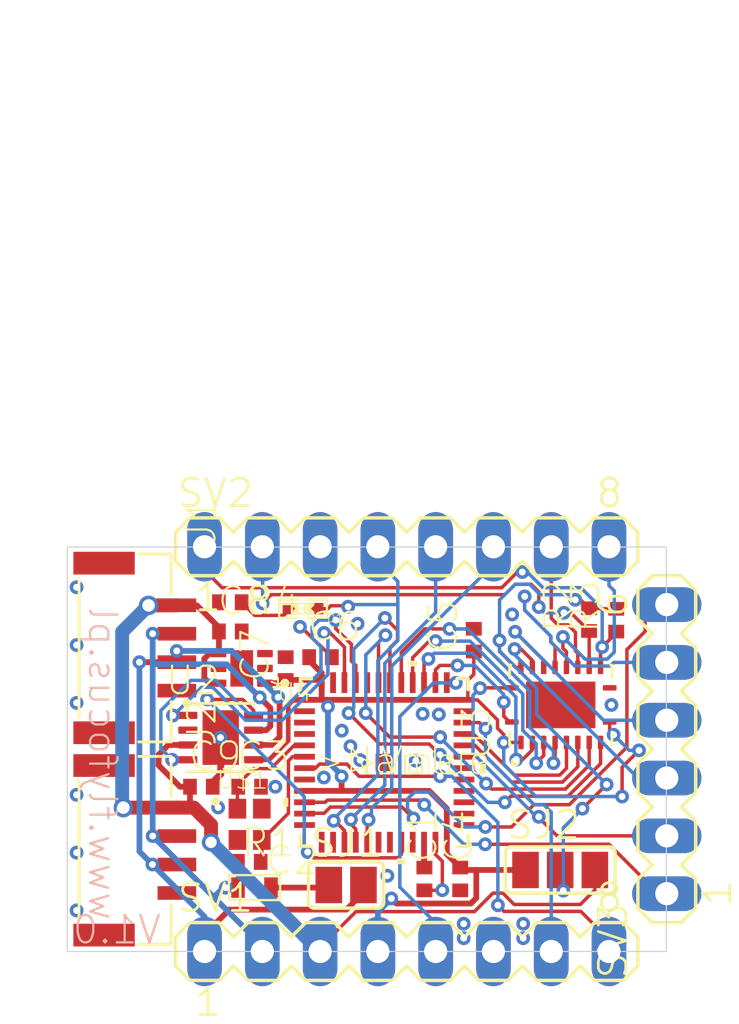
<source format=kicad_pcb>
(kicad_pcb (version 20171130) (host pcbnew "(5.1.10)-1")

  (general
    (thickness 1.6)
    (drawings 6)
    (tracks 587)
    (zones 0)
    (modules 26)
    (nets 56)
  )

  (page A4)
  (layers
    (0 Top signal)
    (31 Bottom signal)
    (32 B.Adhes user)
    (33 F.Adhes user)
    (34 B.Paste user)
    (35 F.Paste user)
    (36 B.SilkS user)
    (37 F.SilkS user)
    (38 B.Mask user)
    (39 F.Mask user)
    (40 Dwgs.User user)
    (41 Cmts.User user)
    (42 Eco1.User user)
    (43 Eco2.User user)
    (44 Edge.Cuts user)
    (45 Margin user)
    (46 B.CrtYd user)
    (47 F.CrtYd user)
    (48 B.Fab user)
    (49 F.Fab user)
  )

  (setup
    (last_trace_width 0.25)
    (trace_clearance 0.1524)
    (zone_clearance 0.508)
    (zone_45_only no)
    (trace_min 0.1524)
    (via_size 0.8)
    (via_drill 0.4)
    (via_min_size 0.4)
    (via_min_drill 0.3)
    (uvia_size 0.3)
    (uvia_drill 0.1)
    (uvias_allowed no)
    (uvia_min_size 0.2)
    (uvia_min_drill 0.1)
    (edge_width 0.05)
    (segment_width 0.2)
    (pcb_text_width 0.3)
    (pcb_text_size 1.5 1.5)
    (mod_edge_width 0.12)
    (mod_text_size 1 1)
    (mod_text_width 0.15)
    (pad_size 1.524 1.524)
    (pad_drill 0.762)
    (pad_to_mask_clearance 0)
    (aux_axis_origin 0 0)
    (visible_elements FFFFFF7F)
    (pcbplotparams
      (layerselection 0x010fc_ffffffff)
      (usegerberextensions false)
      (usegerberattributes true)
      (usegerberadvancedattributes true)
      (creategerberjobfile true)
      (excludeedgelayer true)
      (linewidth 0.100000)
      (plotframeref false)
      (viasonmask false)
      (mode 1)
      (useauxorigin false)
      (hpglpennumber 1)
      (hpglpenspeed 20)
      (hpglpendiameter 15.000000)
      (psnegative false)
      (psa4output false)
      (plotreference true)
      (plotvalue true)
      (plotinvisibletext false)
      (padsonsilk false)
      (subtractmaskfromsilk false)
      (outputformat 1)
      (mirror false)
      (drillshape 1)
      (scaleselection 1)
      (outputdirectory ""))
  )

  (net 0 "")
  (net 1 GND)
  (net 2 I2C1_SDA/UART1_RX/TIM4_CH2)
  (net 3 I2C1_SCL/UART1_TX/TIM4_CH1)
  (net 4 SPI1_CLK/ADC_IN5)
  (net 5 SPI1_MISO/ADC_IN6)
  (net 6 SPI1_MOSI/ADC_IN7)
  (net 7 CAN1_TX)
  (net 8 CAN1_RX)
  (net 9 UART6_TX/USB_DM/CAN1_RX)
  (net 10 UART6_RX/USB_DP/CAN1_TX)
  (net 11 TIM2_CH1/SPI1_NSS/UART1_TX)
  (net 12 TIM2_CH2/SPI1_SCK/UART1_RX)
  (net 13 TIM3_CH1/SPI1_MISO)
  (net 14 TIM3_CH2/SPI1_MOSI)
  (net 15 SWDIO)
  (net 16 SWCLK)
  (net 17 NRST)
  (net 18 TIM5_CH1/ADC1_IN0)
  (net 19 TIM5_CH2/ADC1_IN1)
  (net 20 CAN1_SILENT)
  (net 21 +3V3)
  (net 22 CANH)
  (net 23 CANL)
  (net 24 +5V)
  (net 25 "Net-(U1-Pad31)")
  (net 26 "Net-(U1-Pad30)")
  (net 27 "Net-(U1-Pad29)")
  (net 28 "Net-(U1-Pad28)")
  (net 29 "Net-(U1-Pad27)")
  (net 30 "Net-(U1-Pad26)")
  (net 31 "Net-(U1-Pad25)")
  (net 32 "Net-(C1-Pad1)")
  (net 33 "Net-(U1-Pad21)")
  (net 34 "Net-(U1-Pad19)")
  (net 35 "Net-(U1-Pad18)")
  (net 36 "Net-(U1-Pad14)")
  (net 37 "Net-(U1-Pad13)")
  (net 38 "Net-(U1-Pad12)")
  (net 39 /Microcontroller/CRYSTAL_B)
  (net 40 /Microcontroller/CRYSTAL_A)
  (net 41 "Net-(U1-Pad4)")
  (net 42 "Net-(U1-Pad3)")
  (net 43 "Net-(U1-Pad2)")
  (net 44 "Net-(U4-Pad5)")
  (net 45 "Net-(D1-PadP$2)")
  (net 46 "Net-(R1-PadP$2)")
  (net 47 /GPIO/UART6_RX/USB_DP/CAN1_TX_TRANS)
  (net 48 /GPIO/UART6_TX/USB_DM/CAN1_RX_TRANS)
  (net 49 /GPIO/I2C1_SDA/UART1_RX/TIM4_CH2_TRANS)
  (net 50 /GPIO/I2C1_SCL/UART1_TX/TIM4_CH1_TRANS)
  (net 51 /GPIO/TIM3_CH2/SPI1_MOSI_TRANS)
  (net 52 /GPIO/TIM3_CH1/SPI1_MISO_TRANS)
  (net 53 /GPIO/TIM2_CH2/SPI1_SCK/UART1_RX_TRANS)
  (net 54 /GPIO/TIM2_CH1/SPI1_NSS/UART1_TX_TRANS)
  (net 55 "Net-(R2-Pad2)")

  (net_class Default "This is the default net class."
    (clearance 0.1524)
    (trace_width 0.25)
    (via_dia 0.8)
    (via_drill 0.4)
    (uvia_dia 0.3)
    (uvia_drill 0.1)
    (add_net +3V3)
    (add_net +5V)
    (add_net /GPIO/I2C1_SCL/UART1_TX/TIM4_CH1_TRANS)
    (add_net /GPIO/I2C1_SDA/UART1_RX/TIM4_CH2_TRANS)
    (add_net /GPIO/TIM2_CH1/SPI1_NSS/UART1_TX_TRANS)
    (add_net /GPIO/TIM2_CH2/SPI1_SCK/UART1_RX_TRANS)
    (add_net /GPIO/TIM3_CH1/SPI1_MISO_TRANS)
    (add_net /GPIO/TIM3_CH2/SPI1_MOSI_TRANS)
    (add_net /GPIO/UART6_RX/USB_DP/CAN1_TX_TRANS)
    (add_net /GPIO/UART6_TX/USB_DM/CAN1_RX_TRANS)
    (add_net /Microcontroller/CRYSTAL_A)
    (add_net /Microcontroller/CRYSTAL_B)
    (add_net CAN1_RX)
    (add_net CAN1_SILENT)
    (add_net CAN1_TX)
    (add_net CANH)
    (add_net CANL)
    (add_net GND)
    (add_net I2C1_SCL/UART1_TX/TIM4_CH1)
    (add_net I2C1_SDA/UART1_RX/TIM4_CH2)
    (add_net NRST)
    (add_net "Net-(C1-Pad1)")
    (add_net "Net-(D1-PadP$2)")
    (add_net "Net-(R1-PadP$2)")
    (add_net "Net-(R2-Pad2)")
    (add_net "Net-(U1-Pad12)")
    (add_net "Net-(U1-Pad13)")
    (add_net "Net-(U1-Pad14)")
    (add_net "Net-(U1-Pad18)")
    (add_net "Net-(U1-Pad19)")
    (add_net "Net-(U1-Pad2)")
    (add_net "Net-(U1-Pad21)")
    (add_net "Net-(U1-Pad25)")
    (add_net "Net-(U1-Pad26)")
    (add_net "Net-(U1-Pad27)")
    (add_net "Net-(U1-Pad28)")
    (add_net "Net-(U1-Pad29)")
    (add_net "Net-(U1-Pad3)")
    (add_net "Net-(U1-Pad30)")
    (add_net "Net-(U1-Pad31)")
    (add_net "Net-(U1-Pad4)")
    (add_net "Net-(U4-Pad5)")
    (add_net SPI1_CLK/ADC_IN5)
    (add_net SPI1_MISO/ADC_IN6)
    (add_net SPI1_MOSI/ADC_IN7)
    (add_net SWCLK)
    (add_net SWDIO)
    (add_net TIM2_CH1/SPI1_NSS/UART1_TX)
    (add_net TIM2_CH2/SPI1_SCK/UART1_RX)
    (add_net TIM3_CH1/SPI1_MISO)
    (add_net TIM3_CH2/SPI1_MOSI)
    (add_net TIM5_CH1/ADC1_IN0)
    (add_net TIM5_CH2/ADC1_IN1)
    (add_net UART6_RX/USB_DP/CAN1_TX)
    (add_net UART6_TX/USB_DM/CAN1_RX)
  )

  (module Flyfocus_Bird_CANdy_V1.0:UFQFPN-48_7X7X0P55MM-M (layer Top) (tedit 0) (tstamp 618A2645)
    (at 149.26675 105.58155)
    (path /618A369F/94FABF20)
    (fp_text reference U1 (at -3.2766 0.635) (layer F.SilkS) hide
      (effects (font (size 1.2065 1.2065) (thickness 0.07239)))
    )
    (fp_text value STM32F412CEU6TRUFQFPN-48_7X7X0P55MM-M (at -1.7272 0.635) (layer F.SilkS) hide
      (effects (font (size 1.2065 1.2065) (thickness 0.07239)))
    )
    (fp_text user >Name (at -3.2766 0.635) (layer F.SilkS)
      (effects (font (size 1.2065 1.2065) (thickness 0.0762)) (justify left bottom))
    )
    (fp_text user * (at -3.6322 -2.3622) (layer F.Fab)
      (effects (font (size 1.2065 1.2065) (thickness 0.0762)) (justify left bottom))
    )
    (fp_line (start -3.556 -3.556) (end -3.556 3.556) (layer F.Fab) (width 0.1524))
    (fp_line (start 3.556 -3.556) (end -3.556 -3.556) (layer F.Fab) (width 0.1524))
    (fp_line (start 3.556 3.556) (end 3.556 -3.556) (layer F.Fab) (width 0.1524))
    (fp_line (start -3.556 3.556) (end 3.556 3.556) (layer F.Fab) (width 0.1524))
    (fp_line (start 3.556 -2.5908) (end 3.556 -2.8956) (layer F.Fab) (width 0.1524))
    (fp_line (start 3.556 -2.1082) (end 3.556 -2.413) (layer F.Fab) (width 0.1524))
    (fp_line (start 3.556 -1.6002) (end 3.556 -1.905) (layer F.Fab) (width 0.1524))
    (fp_line (start 3.556 -1.0922) (end 3.556 -1.397) (layer F.Fab) (width 0.1524))
    (fp_line (start 3.556 -0.6096) (end 3.556 -0.9144) (layer F.Fab) (width 0.1524))
    (fp_line (start 3.556 -0.1016) (end 3.556 -0.4064) (layer F.Fab) (width 0.1524))
    (fp_line (start 3.556 0.4064) (end 3.556 0.1016) (layer F.Fab) (width 0.1524))
    (fp_line (start 3.556 0.9144) (end 3.556 0.6096) (layer F.Fab) (width 0.1524))
    (fp_line (start 3.556 1.397) (end 3.556 1.0922) (layer F.Fab) (width 0.1524))
    (fp_line (start 3.556 1.905) (end 3.556 1.6002) (layer F.Fab) (width 0.1524))
    (fp_line (start 3.556 2.413) (end 3.556 2.1082) (layer F.Fab) (width 0.1524))
    (fp_line (start 3.556 2.8956) (end 3.556 2.5908) (layer F.Fab) (width 0.1524))
    (fp_line (start 2.5908 3.556) (end 2.8956 3.556) (layer F.Fab) (width 0.1524))
    (fp_line (start 2.1082 3.556) (end 2.413 3.556) (layer F.Fab) (width 0.1524))
    (fp_line (start 1.6002 3.556) (end 1.905 3.556) (layer F.Fab) (width 0.1524))
    (fp_line (start 1.0922 3.556) (end 1.397 3.556) (layer F.Fab) (width 0.1524))
    (fp_line (start 0.6096 3.556) (end 0.9144 3.556) (layer F.Fab) (width 0.1524))
    (fp_line (start 0.1016 3.556) (end 0.4064 3.556) (layer F.Fab) (width 0.1524))
    (fp_line (start -0.4064 3.556) (end -0.1016 3.556) (layer F.Fab) (width 0.1524))
    (fp_line (start -0.9144 3.556) (end -0.6096 3.556) (layer F.Fab) (width 0.1524))
    (fp_line (start -1.397 3.556) (end -1.0922 3.556) (layer F.Fab) (width 0.1524))
    (fp_line (start -1.905 3.556) (end -1.6002 3.556) (layer F.Fab) (width 0.1524))
    (fp_line (start -2.413 3.556) (end -2.1082 3.556) (layer F.Fab) (width 0.1524))
    (fp_line (start -2.8956 3.556) (end -2.5908 3.556) (layer F.Fab) (width 0.1524))
    (fp_line (start -3.556 2.5908) (end -3.556 2.8956) (layer F.Fab) (width 0.1524))
    (fp_line (start -3.556 2.1082) (end -3.556 2.413) (layer F.Fab) (width 0.1524))
    (fp_line (start -3.556 1.6002) (end -3.556 1.905) (layer F.Fab) (width 0.1524))
    (fp_line (start -3.556 1.0922) (end -3.556 1.397) (layer F.Fab) (width 0.1524))
    (fp_line (start -3.556 0.6096) (end -3.556 0.9144) (layer F.Fab) (width 0.1524))
    (fp_line (start -3.556 0.1016) (end -3.556 0.4064) (layer F.Fab) (width 0.1524))
    (fp_line (start -3.556 -0.4064) (end -3.556 -0.1016) (layer F.Fab) (width 0.1524))
    (fp_line (start -3.556 -0.9144) (end -3.556 -0.6096) (layer F.Fab) (width 0.1524))
    (fp_line (start -3.556 -1.397) (end -3.556 -1.0922) (layer F.Fab) (width 0.1524))
    (fp_line (start -3.556 -1.905) (end -3.556 -1.6002) (layer F.Fab) (width 0.1524))
    (fp_line (start -3.556 -2.413) (end -3.556 -2.1082) (layer F.Fab) (width 0.1524))
    (fp_line (start -3.556 -2.8956) (end -3.556 -2.5908) (layer F.Fab) (width 0.1524))
    (fp_line (start -2.5908 -3.556) (end -2.8956 -3.556) (layer F.Fab) (width 0.1524))
    (fp_line (start -2.1082 -3.556) (end -2.413 -3.556) (layer F.Fab) (width 0.1524))
    (fp_line (start -1.6002 -3.556) (end -1.905 -3.556) (layer F.Fab) (width 0.1524))
    (fp_line (start -1.0922 -3.556) (end -1.397 -3.556) (layer F.Fab) (width 0.1524))
    (fp_line (start -0.6096 -3.556) (end -0.9144 -3.556) (layer F.Fab) (width 0.1524))
    (fp_line (start -0.1016 -3.556) (end -0.4064 -3.556) (layer F.Fab) (width 0.1524))
    (fp_line (start 0.4064 -3.556) (end 0.1016 -3.556) (layer F.Fab) (width 0.1524))
    (fp_line (start 0.9144 -3.556) (end 0.6096 -3.556) (layer F.Fab) (width 0.1524))
    (fp_line (start 1.397 -3.556) (end 1.0922 -3.556) (layer F.Fab) (width 0.1524))
    (fp_line (start 1.905 -3.556) (end 1.6002 -3.556) (layer F.Fab) (width 0.1524))
    (fp_line (start 2.413 -3.556) (end 2.1082 -3.556) (layer F.Fab) (width 0.1524))
    (fp_line (start 2.8956 -3.556) (end 2.5908 -3.556) (layer F.Fab) (width 0.1524))
    (fp_line (start -3.556 -2.286) (end -2.286 -3.556) (layer F.Fab) (width 0.1524))
    (fp_text user >Value (at -1.7272 0.635) (layer F.SilkS)
      (effects (font (size 1.2065 1.2065) (thickness 0.0762)) (justify left bottom))
    )
    (fp_text user * (at -5.1816 -2.3622) (layer F.SilkS)
      (effects (font (size 1.2065 1.2065) (thickness 0.0762)) (justify left bottom))
    )
    (fp_poly (pts (xy 1.0595 -4.2164) (xy 1.0595 -4.4704) (xy 1.4405 -4.4704) (xy 1.4405 -4.2164)) (layer F.SilkS) (width 0))
    (fp_poly (pts (xy 4.4704 0.0595) (xy 4.4704 0.4405) (xy 4.2164 0.4405) (xy 4.2164 0.0595)) (layer F.SilkS) (width 0))
    (fp_poly (pts (xy 0.5595 4.2164) (xy 0.5595 4.4704) (xy 0.9405 4.4704) (xy 0.9405 4.2164)) (layer F.SilkS) (width 0))
    (fp_poly (pts (xy -4.4704 1.5595) (xy -4.4704 1.9405) (xy -4.2164 1.9405) (xy -4.2164 1.5595)) (layer F.SilkS) (width 0))
    (fp_line (start -3.2004 -3.683) (end -3.683 -3.683) (layer F.SilkS) (width 0.1524))
    (fp_line (start 3.683 -3.2004) (end 3.683 -3.683) (layer F.SilkS) (width 0.1524))
    (fp_line (start 3.2004 3.683) (end 3.683 3.683) (layer F.SilkS) (width 0.1524))
    (fp_line (start -3.683 3.2004) (end -3.683 3.683) (layer F.SilkS) (width 0.1524))
    (fp_line (start -3.683 -3.683) (end -3.683 -3.2004) (layer F.SilkS) (width 0.1524))
    (fp_line (start 3.683 -3.683) (end 3.2004 -3.683) (layer F.SilkS) (width 0.1524))
    (fp_line (start 3.683 3.683) (end 3.683 3.2004) (layer F.SilkS) (width 0.1524))
    (fp_line (start -3.683 3.683) (end -3.2004 3.683) (layer F.SilkS) (width 0.1524))
    (pad 49 smd rect (at 0 0) (size 0.762 0.762) (layers Top F.Paste F.Mask)
      (net 1 GND) (solder_mask_margin 0.1016))
    (pad 48 smd rect (at -2.75 -3.5052 180) (size 0.254 0.9144) (layers Top F.Paste F.Mask)
      (net 21 +3V3) (solder_mask_margin 0.1016))
    (pad 47 smd rect (at -2.25 -3.5052 180) (size 0.254 0.9144) (layers Top F.Paste F.Mask)
      (net 1 GND) (solder_mask_margin 0.1016))
    (pad 46 smd rect (at -1.75 -3.5052 180) (size 0.254 0.9144) (layers Top F.Paste F.Mask)
      (net 7 CAN1_TX) (solder_mask_margin 0.1016))
    (pad 45 smd rect (at -1.25 -3.5052 180) (size 0.254 0.9144) (layers Top F.Paste F.Mask)
      (net 8 CAN1_RX) (solder_mask_margin 0.1016))
    (pad 44 smd rect (at -0.75 -3.5052 180) (size 0.254 0.9144) (layers Top F.Paste F.Mask)
      (net 1 GND) (solder_mask_margin 0.1016))
    (pad 43 smd rect (at -0.25 -3.5052 180) (size 0.254 0.9144) (layers Top F.Paste F.Mask)
      (net 2 I2C1_SDA/UART1_RX/TIM4_CH2) (solder_mask_margin 0.1016))
    (pad 42 smd rect (at 0.25 -3.5052 180) (size 0.254 0.9144) (layers Top F.Paste F.Mask)
      (net 3 I2C1_SCL/UART1_TX/TIM4_CH1) (solder_mask_margin 0.1016))
    (pad 41 smd rect (at 0.75 -3.5052 180) (size 0.254 0.9144) (layers Top F.Paste F.Mask)
      (net 14 TIM3_CH2/SPI1_MOSI) (solder_mask_margin 0.1016))
    (pad 40 smd rect (at 1.25 -3.5052 180) (size 0.254 0.9144) (layers Top F.Paste F.Mask)
      (net 13 TIM3_CH1/SPI1_MISO) (solder_mask_margin 0.1016))
    (pad 39 smd rect (at 1.75 -3.5052 180) (size 0.254 0.9144) (layers Top F.Paste F.Mask)
      (net 12 TIM2_CH2/SPI1_SCK/UART1_RX) (solder_mask_margin 0.1016))
    (pad 38 smd rect (at 2.25 -3.5052 180) (size 0.254 0.9144) (layers Top F.Paste F.Mask)
      (net 11 TIM2_CH1/SPI1_NSS/UART1_TX) (solder_mask_margin 0.1016))
    (pad 37 smd rect (at 2.75 -3.5052 180) (size 0.254 0.9144) (layers Top F.Paste F.Mask)
      (net 16 SWCLK) (solder_mask_margin 0.1016))
    (pad 36 smd rect (at 3.5052 -2.75 270) (size 0.254 0.9144) (layers Top F.Paste F.Mask)
      (net 21 +3V3) (solder_mask_margin 0.1016))
    (pad 35 smd rect (at 3.5052 -2.25 270) (size 0.254 0.9144) (layers Top F.Paste F.Mask)
      (net 1 GND) (solder_mask_margin 0.1016))
    (pad 34 smd rect (at 3.5052 -1.75 270) (size 0.254 0.9144) (layers Top F.Paste F.Mask)
      (net 15 SWDIO) (solder_mask_margin 0.1016))
    (pad 33 smd rect (at 3.5052 -1.25 270) (size 0.254 0.9144) (layers Top F.Paste F.Mask)
      (net 10 UART6_RX/USB_DP/CAN1_TX) (solder_mask_margin 0.1016))
    (pad 32 smd rect (at 3.5052 -0.75 270) (size 0.254 0.9144) (layers Top F.Paste F.Mask)
      (net 9 UART6_TX/USB_DM/CAN1_RX) (solder_mask_margin 0.1016))
    (pad 31 smd rect (at 3.5052 -0.25 270) (size 0.254 0.9144) (layers Top F.Paste F.Mask)
      (net 25 "Net-(U1-Pad31)") (solder_mask_margin 0.1016))
    (pad 30 smd rect (at 3.5052 0.25 270) (size 0.254 0.9144) (layers Top F.Paste F.Mask)
      (net 26 "Net-(U1-Pad30)") (solder_mask_margin 0.1016))
    (pad 29 smd rect (at 3.5052 0.75 270) (size 0.254 0.9144) (layers Top F.Paste F.Mask)
      (net 27 "Net-(U1-Pad29)") (solder_mask_margin 0.1016))
    (pad 28 smd rect (at 3.5052 1.25 270) (size 0.254 0.9144) (layers Top F.Paste F.Mask)
      (net 28 "Net-(U1-Pad28)") (solder_mask_margin 0.1016))
    (pad 27 smd rect (at 3.5052 1.75 270) (size 0.254 0.9144) (layers Top F.Paste F.Mask)
      (net 29 "Net-(U1-Pad27)") (solder_mask_margin 0.1016))
    (pad 26 smd rect (at 3.5052 2.25 270) (size 0.254 0.9144) (layers Top F.Paste F.Mask)
      (net 30 "Net-(U1-Pad26)") (solder_mask_margin 0.1016))
    (pad 25 smd rect (at 3.5052 2.75 270) (size 0.254 0.9144) (layers Top F.Paste F.Mask)
      (net 31 "Net-(U1-Pad25)") (solder_mask_margin 0.1016))
    (pad 24 smd rect (at 2.75 3.5052 180) (size 0.254 0.9144) (layers Top F.Paste F.Mask)
      (net 21 +3V3) (solder_mask_margin 0.1016))
    (pad 23 smd rect (at 2.25 3.5052 180) (size 0.254 0.9144) (layers Top F.Paste F.Mask)
      (net 1 GND) (solder_mask_margin 0.1016))
    (pad 22 smd rect (at 1.75 3.5052 180) (size 0.254 0.9144) (layers Top F.Paste F.Mask)
      (net 32 "Net-(C1-Pad1)") (solder_mask_margin 0.1016))
    (pad 21 smd rect (at 1.25 3.5052 180) (size 0.254 0.9144) (layers Top F.Paste F.Mask)
      (net 33 "Net-(U1-Pad21)") (solder_mask_margin 0.1016))
    (pad 20 smd rect (at 0.75 3.5052 180) (size 0.254 0.9144) (layers Top F.Paste F.Mask)
      (net 20 CAN1_SILENT) (solder_mask_margin 0.1016))
    (pad 19 smd rect (at 0.25 3.5052 180) (size 0.254 0.9144) (layers Top F.Paste F.Mask)
      (net 34 "Net-(U1-Pad19)") (solder_mask_margin 0.1016))
    (pad 18 smd rect (at -0.25 3.5052 180) (size 0.254 0.9144) (layers Top F.Paste F.Mask)
      (net 35 "Net-(U1-Pad18)") (solder_mask_margin 0.1016))
    (pad 17 smd rect (at -0.75 3.5052 180) (size 0.254 0.9144) (layers Top F.Paste F.Mask)
      (net 6 SPI1_MOSI/ADC_IN7) (solder_mask_margin 0.1016))
    (pad 16 smd rect (at -1.25 3.5052 180) (size 0.254 0.9144) (layers Top F.Paste F.Mask)
      (net 5 SPI1_MISO/ADC_IN6) (solder_mask_margin 0.1016))
    (pad 15 smd rect (at -1.75 3.5052 180) (size 0.254 0.9144) (layers Top F.Paste F.Mask)
      (net 4 SPI1_CLK/ADC_IN5) (solder_mask_margin 0.1016))
    (pad 14 smd rect (at -2.25 3.5052 180) (size 0.254 0.9144) (layers Top F.Paste F.Mask)
      (net 36 "Net-(U1-Pad14)") (solder_mask_margin 0.1016))
    (pad 13 smd rect (at -2.75 3.5052 180) (size 0.254 0.9144) (layers Top F.Paste F.Mask)
      (net 37 "Net-(U1-Pad13)") (solder_mask_margin 0.1016))
    (pad 12 smd rect (at -3.5052 2.75 270) (size 0.254 0.9144) (layers Top F.Paste F.Mask)
      (net 38 "Net-(U1-Pad12)") (solder_mask_margin 0.1016))
    (pad 11 smd rect (at -3.5052 2.25 270) (size 0.254 0.9144) (layers Top F.Paste F.Mask)
      (net 19 TIM5_CH2/ADC1_IN1) (solder_mask_margin 0.1016))
    (pad 10 smd rect (at -3.5052 1.75 270) (size 0.254 0.9144) (layers Top F.Paste F.Mask)
      (net 18 TIM5_CH1/ADC1_IN0) (solder_mask_margin 0.1016))
    (pad 9 smd rect (at -3.5052 1.25 270) (size 0.254 0.9144) (layers Top F.Paste F.Mask)
      (net 21 +3V3) (solder_mask_margin 0.1016))
    (pad 8 smd rect (at -3.5052 0.75 270) (size 0.254 0.9144) (layers Top F.Paste F.Mask)
      (net 1 GND) (solder_mask_margin 0.1016))
    (pad 7 smd rect (at -3.5052 0.25 270) (size 0.254 0.9144) (layers Top F.Paste F.Mask)
      (net 17 NRST) (solder_mask_margin 0.1016))
    (pad 6 smd rect (at -3.5052 -0.25 270) (size 0.254 0.9144) (layers Top F.Paste F.Mask)
      (net 39 /Microcontroller/CRYSTAL_B) (solder_mask_margin 0.1016))
    (pad 5 smd rect (at -3.5052 -0.75 270) (size 0.254 0.9144) (layers Top F.Paste F.Mask)
      (net 40 /Microcontroller/CRYSTAL_A) (solder_mask_margin 0.1016))
    (pad 4 smd rect (at -3.5052 -1.25 270) (size 0.254 0.9144) (layers Top F.Paste F.Mask)
      (net 41 "Net-(U1-Pad4)") (solder_mask_margin 0.1016))
    (pad 3 smd rect (at -3.5052 -1.75 270) (size 0.254 0.9144) (layers Top F.Paste F.Mask)
      (net 42 "Net-(U1-Pad3)") (solder_mask_margin 0.1016))
    (pad 2 smd rect (at -3.5052 -2.25 270) (size 0.254 0.9144) (layers Top F.Paste F.Mask)
      (net 43 "Net-(U1-Pad2)") (solder_mask_margin 0.1016))
    (pad 1 smd rect (at -3.5052 -2.75 270) (size 0.254 0.9144) (layers Top F.Paste F.Mask)
      (net 21 +3V3) (solder_mask_margin 0.1016))
  )

  (module "Flyfocus_Bird_CANdy_V1.0:JST_SM04B-GHS-TB(LF)(SN)-" (layer Top) (tedit 0) (tstamp 618A26BE)
    (at 137.87485 100.55235 270)
    (path /618A3871/449C7C68)
    (fp_text reference J1 (at -4.507509 -4.0818 90) (layer F.SilkS)
      (effects (font (size 1.208512 1.208512) (thickness 0.09668)) (justify left bottom))
    )
    (fp_text value "SM04B-GHS-TB(LF)(SN)-" (at -4.50279 4.002482 90) (layer F.Fab)
      (effects (font (size 1.20725 1.20725) (thickness 0.09658)) (justify left bottom))
    )
    (fp_line (start -3.04 2.025) (end 3.05 2.025) (layer F.SilkS) (width 0.127))
    (fp_line (start 4.125 -2.025) (end 2.36 -2.025) (layer F.SilkS) (width 0.127))
    (fp_line (start 4.125 -0.595) (end 4.125 -2.025) (layer F.SilkS) (width 0.127))
    (fp_line (start -4.125 -2.025) (end -2.36 -2.025) (layer F.SilkS) (width 0.127))
    (fp_line (start -4.125 -0.605) (end -4.125 -2.025) (layer F.SilkS) (width 0.127))
    (fp_line (start -4.125 -2.025) (end 4.125 -2.025) (layer F.Fab) (width 0.127))
    (fp_line (start 4.125 2.025) (end -4.125 2.025) (layer F.Fab) (width 0.127))
    (fp_line (start 4.125 -2.025) (end 4.125 2.025) (layer F.Fab) (width 0.127))
    (fp_line (start -4.125 2.025) (end -4.125 -2.025) (layer F.Fab) (width 0.127))
    (pad SH2 smd rect (at 3.725 0.925) (size 2.7 1) (layers Top F.Paste F.Mask)
      (net 1 GND) (solder_mask_margin 0.1016))
    (pad 4 smd rect (at 1.875 -2.275) (size 1.7 0.6) (layers Top F.Paste F.Mask)
      (net 1 GND) (solder_mask_margin 0.1016))
    (pad 3 smd rect (at 0.625 -2.275) (size 1.7 0.6) (layers Top F.Paste F.Mask)
      (net 23 CANL) (solder_mask_margin 0.1016))
    (pad 1 smd rect (at -1.875 -2.275) (size 1.7 0.6) (layers Top F.Paste F.Mask)
      (net 24 +5V) (solder_mask_margin 0.1016))
    (pad 2 smd rect (at -0.625 -2.275) (size 1.7 0.6) (layers Top F.Paste F.Mask)
      (net 22 CANH) (solder_mask_margin 0.1016))
    (pad SH1 smd rect (at -3.725 0.925) (size 2.7 1) (layers Top F.Paste F.Mask)
      (net 1 GND) (solder_mask_margin 0.1016))
  )

  (module Flyfocus_Bird_CANdy_V1.0:SON65P300X300X95-8N (layer Top) (tedit 0) (tstamp 618A26D0)
    (at 142.07855 104.48935)
    (path /618A3871/4E0AB7A9)
    (fp_text reference U2 (at -2.490591 -1.799668) (layer F.SilkS)
      (effects (font (size 1.2065 1.2065) (thickness 0.09652)) (justify left bottom))
    )
    (fp_text value TJA1051TK_3_1J (at -2.494782 1.8027) (layer F.Fab)
      (effects (font (size 1.2065 1.2065) (thickness 0.09652)) (justify left top))
    )
    (fp_poly (pts (xy 0.095 -1.015) (xy 0.095 -0.095) (xy 0.615 -0.095) (xy 0.615 -1.015)) (layer F.Paste) (width 0))
    (fp_poly (pts (xy 0.095 0.095) (xy 0.095 1.015) (xy 0.615 1.015) (xy 0.615 0.095)) (layer F.Paste) (width 0))
    (fp_poly (pts (xy -0.095 1.015) (xy -0.095 0.095) (xy -0.615 0.095) (xy -0.615 1.015)) (layer F.Paste) (width 0))
    (fp_line (start 1.5 -1.5) (end 1.5 1.5) (layer F.Fab) (width 0.127))
    (fp_line (start -1.5 -1.5) (end -1.5 1.5) (layer F.Fab) (width 0.127))
    (fp_line (start -1.5 1.5) (end 1.5 1.5) (layer F.SilkS) (width 0.127))
    (fp_line (start -1.5 -1.5) (end 1.5 -1.5) (layer F.SilkS) (width 0.127))
    (fp_line (start -1.5 1.5) (end 1.5 1.5) (layer F.Fab) (width 0.127))
    (fp_line (start -1.5 -1.5) (end 1.5 -1.5) (layer F.Fab) (width 0.127))
    (fp_circle (center -1.4722 -1.4982) (end -1.3722 -1.4982) (layer F.Fab) (width 0.2))
    (fp_circle (center -1.4722 -1.4982) (end -1.3722 -1.4982) (layer F.SilkS) (width 0.2))
    (fp_poly (pts (xy -0.095 -0.095) (xy -0.095 -1.015) (xy -0.615 -1.015) (xy -0.615 -0.095)) (layer F.Paste) (width 0))
    (pad 9 smd rect (at 0 0) (size 1.6 2.4) (layers Top F.Mask)
      (net 1 GND) (solder_mask_margin 0.1016))
    (pad 8 smd roundrect (at 1.445 -0.975) (size 0.84 0.32) (layers Top F.Paste F.Mask) (roundrect_rratio 0.125)
      (net 20 CAN1_SILENT) (solder_mask_margin 0.1016))
    (pad 7 smd roundrect (at 1.445 -0.325) (size 0.84 0.32) (layers Top F.Paste F.Mask) (roundrect_rratio 0.125)
      (net 22 CANH) (solder_mask_margin 0.1016))
    (pad 6 smd roundrect (at 1.445 0.325) (size 0.84 0.32) (layers Top F.Paste F.Mask) (roundrect_rratio 0.125)
      (net 23 CANL) (solder_mask_margin 0.1016))
    (pad 5 smd roundrect (at 1.445 0.975) (size 0.84 0.32) (layers Top F.Paste F.Mask) (roundrect_rratio 0.125)
      (net 21 +3V3) (solder_mask_margin 0.1016))
    (pad 4 smd roundrect (at -1.445 0.975) (size 0.84 0.32) (layers Top F.Paste F.Mask) (roundrect_rratio 0.125)
      (net 8 CAN1_RX) (solder_mask_margin 0.1016))
    (pad 3 smd roundrect (at -1.445 0.325) (size 0.84 0.32) (layers Top F.Paste F.Mask) (roundrect_rratio 0.125)
      (net 24 +5V) (solder_mask_margin 0.1016))
    (pad 2 smd roundrect (at -1.445 -0.325) (size 0.84 0.32) (layers Top F.Paste F.Mask) (roundrect_rratio 0.125)
      (net 1 GND) (solder_mask_margin 0.1016))
    (pad 1 smd roundrect (at -1.445 -0.975) (size 0.84 0.32) (layers Top F.Paste F.Mask) (roundrect_rratio 0.125)
      (net 7 CAN1_TX) (solder_mask_margin 0.1016))
  )

  (module Flyfocus_Bird_CANdy_V1.0:MA08-1 (layer Top) (tedit 0) (tstamp 618A26E8)
    (at 150.25735 113.88735)
    (descr "<b>PIN HEADER</b>")
    (path /618A3953/1FCB83CC)
    (fp_text reference SV1 (at -10.16 -1.651) (layer F.SilkS)
      (effects (font (size 1.2065 1.2065) (thickness 0.12065)) (justify left bottom))
    )
    (fp_text value MA08-1 (at -1.27 2.921) (layer F.Fab)
      (effects (font (size 1.2065 1.2065) (thickness 0.12065)) (justify left bottom))
    )
    (fp_poly (pts (xy 8.636 0.254) (xy 9.144 0.254) (xy 9.144 -0.254) (xy 8.636 -0.254)) (layer F.Fab) (width 0))
    (fp_poly (pts (xy 6.096 0.254) (xy 6.604 0.254) (xy 6.604 -0.254) (xy 6.096 -0.254)) (layer F.Fab) (width 0))
    (fp_poly (pts (xy 1.016 0.254) (xy 1.524 0.254) (xy 1.524 -0.254) (xy 1.016 -0.254)) (layer F.Fab) (width 0))
    (fp_poly (pts (xy 3.556 0.254) (xy 4.064 0.254) (xy 4.064 -0.254) (xy 3.556 -0.254)) (layer F.Fab) (width 0))
    (fp_poly (pts (xy -1.524 0.254) (xy -1.016 0.254) (xy -1.016 -0.254) (xy -1.524 -0.254)) (layer F.Fab) (width 0))
    (fp_poly (pts (xy -4.064 0.254) (xy -3.556 0.254) (xy -3.556 -0.254) (xy -4.064 -0.254)) (layer F.Fab) (width 0))
    (fp_poly (pts (xy -9.144 0.254) (xy -8.636 0.254) (xy -8.636 -0.254) (xy -9.144 -0.254)) (layer F.Fab) (width 0))
    (fp_poly (pts (xy -6.604 0.254) (xy -6.096 0.254) (xy -6.096 -0.254) (xy -6.604 -0.254)) (layer F.Fab) (width 0))
    (fp_text user 8 (at 8.255 -1.651) (layer F.SilkS)
      (effects (font (size 1.2065 1.2065) (thickness 0.127)) (justify left bottom))
    )
    (fp_text user 1 (at -9.398 2.921) (layer F.SilkS)
      (effects (font (size 1.2065 1.2065) (thickness 0.127)) (justify left bottom))
    )
    (fp_line (start 9.525 1.27) (end 8.255 1.27) (layer F.SilkS) (width 0.1524))
    (fp_line (start 7.62 0.635) (end 8.255 1.27) (layer F.SilkS) (width 0.1524))
    (fp_line (start 8.255 -1.27) (end 7.62 -0.635) (layer F.SilkS) (width 0.1524))
    (fp_line (start 10.16 0.635) (end 9.525 1.27) (layer F.SilkS) (width 0.1524))
    (fp_line (start 10.16 -0.635) (end 10.16 0.635) (layer F.SilkS) (width 0.1524))
    (fp_line (start 9.525 -1.27) (end 10.16 -0.635) (layer F.SilkS) (width 0.1524))
    (fp_line (start 8.255 -1.27) (end 9.525 -1.27) (layer F.SilkS) (width 0.1524))
    (fp_line (start 5.715 1.27) (end 5.08 0.635) (layer F.SilkS) (width 0.1524))
    (fp_line (start 6.985 1.27) (end 5.715 1.27) (layer F.SilkS) (width 0.1524))
    (fp_line (start 7.62 0.635) (end 6.985 1.27) (layer F.SilkS) (width 0.1524))
    (fp_line (start 6.985 -1.27) (end 7.62 -0.635) (layer F.SilkS) (width 0.1524))
    (fp_line (start 5.715 -1.27) (end 6.985 -1.27) (layer F.SilkS) (width 0.1524))
    (fp_line (start 5.08 -0.635) (end 5.715 -1.27) (layer F.SilkS) (width 0.1524))
    (fp_line (start 1.905 1.27) (end 0.635 1.27) (layer F.SilkS) (width 0.1524))
    (fp_line (start 0 0.635) (end 0.635 1.27) (layer F.SilkS) (width 0.1524))
    (fp_line (start 0.635 -1.27) (end 0 -0.635) (layer F.SilkS) (width 0.1524))
    (fp_line (start 3.175 1.27) (end 2.54 0.635) (layer F.SilkS) (width 0.1524))
    (fp_line (start 4.445 1.27) (end 3.175 1.27) (layer F.SilkS) (width 0.1524))
    (fp_line (start 5.08 0.635) (end 4.445 1.27) (layer F.SilkS) (width 0.1524))
    (fp_line (start 4.445 -1.27) (end 5.08 -0.635) (layer F.SilkS) (width 0.1524))
    (fp_line (start 3.175 -1.27) (end 4.445 -1.27) (layer F.SilkS) (width 0.1524))
    (fp_line (start 2.54 -0.635) (end 3.175 -1.27) (layer F.SilkS) (width 0.1524))
    (fp_line (start 2.54 0.635) (end 1.905 1.27) (layer F.SilkS) (width 0.1524))
    (fp_line (start 1.905 -1.27) (end 2.54 -0.635) (layer F.SilkS) (width 0.1524))
    (fp_line (start 0.635 -1.27) (end 1.905 -1.27) (layer F.SilkS) (width 0.1524))
    (fp_line (start -0.635 1.27) (end -1.905 1.27) (layer F.SilkS) (width 0.1524))
    (fp_line (start -2.54 0.635) (end -1.905 1.27) (layer F.SilkS) (width 0.1524))
    (fp_line (start -1.905 -1.27) (end -2.54 -0.635) (layer F.SilkS) (width 0.1524))
    (fp_line (start 0 0.635) (end -0.635 1.27) (layer F.SilkS) (width 0.1524))
    (fp_line (start -0.635 -1.27) (end 0 -0.635) (layer F.SilkS) (width 0.1524))
    (fp_line (start -1.905 -1.27) (end -0.635 -1.27) (layer F.SilkS) (width 0.1524))
    (fp_line (start -4.445 1.27) (end -5.08 0.635) (layer F.SilkS) (width 0.1524))
    (fp_line (start -3.175 1.27) (end -4.445 1.27) (layer F.SilkS) (width 0.1524))
    (fp_line (start -2.54 0.635) (end -3.175 1.27) (layer F.SilkS) (width 0.1524))
    (fp_line (start -3.175 -1.27) (end -2.54 -0.635) (layer F.SilkS) (width 0.1524))
    (fp_line (start -4.445 -1.27) (end -3.175 -1.27) (layer F.SilkS) (width 0.1524))
    (fp_line (start -5.08 -0.635) (end -4.445 -1.27) (layer F.SilkS) (width 0.1524))
    (fp_line (start -8.255 1.27) (end -9.525 1.27) (layer F.SilkS) (width 0.1524))
    (fp_line (start -10.16 0.635) (end -9.525 1.27) (layer F.SilkS) (width 0.1524))
    (fp_line (start -9.525 -1.27) (end -10.16 -0.635) (layer F.SilkS) (width 0.1524))
    (fp_line (start -10.16 -0.635) (end -10.16 0.635) (layer F.SilkS) (width 0.1524))
    (fp_line (start -6.985 1.27) (end -7.62 0.635) (layer F.SilkS) (width 0.1524))
    (fp_line (start -5.715 1.27) (end -6.985 1.27) (layer F.SilkS) (width 0.1524))
    (fp_line (start -5.08 0.635) (end -5.715 1.27) (layer F.SilkS) (width 0.1524))
    (fp_line (start -5.715 -1.27) (end -5.08 -0.635) (layer F.SilkS) (width 0.1524))
    (fp_line (start -6.985 -1.27) (end -5.715 -1.27) (layer F.SilkS) (width 0.1524))
    (fp_line (start -7.62 -0.635) (end -6.985 -1.27) (layer F.SilkS) (width 0.1524))
    (fp_line (start -7.62 0.635) (end -8.255 1.27) (layer F.SilkS) (width 0.1524))
    (fp_line (start -8.255 -1.27) (end -7.62 -0.635) (layer F.SilkS) (width 0.1524))
    (fp_line (start -9.525 -1.27) (end -8.255 -1.27) (layer F.SilkS) (width 0.1524))
    (pad 8 thru_hole oval (at 8.89 0 90) (size 3.048 1.524) (drill 1.016) (layers *.Cu *.Mask)
      (net 17 NRST) (solder_mask_margin 0.1016))
    (pad 7 thru_hole oval (at 6.35 0 90) (size 3.048 1.524) (drill 1.016) (layers *.Cu *.Mask)
      (net 15 SWDIO) (solder_mask_margin 0.1016))
    (pad 6 thru_hole oval (at 3.81 0 90) (size 3.048 1.524) (drill 1.016) (layers *.Cu *.Mask)
      (net 1 GND) (solder_mask_margin 0.1016))
    (pad 5 thru_hole oval (at 1.27 0 90) (size 3.048 1.524) (drill 1.016) (layers *.Cu *.Mask)
      (net 16 SWCLK) (solder_mask_margin 0.1016))
    (pad 4 thru_hole oval (at -1.27 0 90) (size 3.048 1.524) (drill 1.016) (layers *.Cu *.Mask)
      (net 21 +3V3) (solder_mask_margin 0.1016))
    (pad 3 thru_hole oval (at -3.81 0 90) (size 3.048 1.524) (drill 1.016) (layers *.Cu *.Mask)
      (net 24 +5V) (solder_mask_margin 0.1016))
    (pad 2 thru_hole oval (at -6.35 0 90) (size 3.048 1.524) (drill 1.016) (layers *.Cu *.Mask)
      (net 22 CANH) (solder_mask_margin 0.1016))
    (pad 1 thru_hole oval (at -8.89 0 90) (size 3.048 1.524) (drill 1.016) (layers *.Cu *.Mask)
      (net 23 CANL) (solder_mask_margin 0.1016))
  )

  (module Flyfocus_Bird_CANdy_V1.0:MA08-1 (layer Top) (tedit 0) (tstamp 618A272F)
    (at 150.25735 96.10735)
    (descr "<b>PIN HEADER</b>")
    (path /618A3953/3E7D897A)
    (fp_text reference SV2 (at -10.16 -1.651) (layer F.SilkS)
      (effects (font (size 1.2065 1.2065) (thickness 0.12065)) (justify left bottom))
    )
    (fp_text value MA08-1 (at -1.27 2.921) (layer F.Fab)
      (effects (font (size 1.2065 1.2065) (thickness 0.12065)) (justify left bottom))
    )
    (fp_poly (pts (xy 8.636 0.254) (xy 9.144 0.254) (xy 9.144 -0.254) (xy 8.636 -0.254)) (layer F.Fab) (width 0))
    (fp_poly (pts (xy 6.096 0.254) (xy 6.604 0.254) (xy 6.604 -0.254) (xy 6.096 -0.254)) (layer F.Fab) (width 0))
    (fp_poly (pts (xy 1.016 0.254) (xy 1.524 0.254) (xy 1.524 -0.254) (xy 1.016 -0.254)) (layer F.Fab) (width 0))
    (fp_poly (pts (xy 3.556 0.254) (xy 4.064 0.254) (xy 4.064 -0.254) (xy 3.556 -0.254)) (layer F.Fab) (width 0))
    (fp_poly (pts (xy -1.524 0.254) (xy -1.016 0.254) (xy -1.016 -0.254) (xy -1.524 -0.254)) (layer F.Fab) (width 0))
    (fp_poly (pts (xy -4.064 0.254) (xy -3.556 0.254) (xy -3.556 -0.254) (xy -4.064 -0.254)) (layer F.Fab) (width 0))
    (fp_poly (pts (xy -9.144 0.254) (xy -8.636 0.254) (xy -8.636 -0.254) (xy -9.144 -0.254)) (layer F.Fab) (width 0))
    (fp_poly (pts (xy -6.604 0.254) (xy -6.096 0.254) (xy -6.096 -0.254) (xy -6.604 -0.254)) (layer F.Fab) (width 0))
    (fp_text user 8 (at 8.255 -1.651) (layer F.SilkS)
      (effects (font (size 1.2065 1.2065) (thickness 0.127)) (justify left bottom))
    )
    (fp_text user 1 (at -9.398 2.921) (layer F.SilkS)
      (effects (font (size 1.2065 1.2065) (thickness 0.127)) (justify left bottom))
    )
    (fp_line (start 9.525 1.27) (end 8.255 1.27) (layer F.SilkS) (width 0.1524))
    (fp_line (start 7.62 0.635) (end 8.255 1.27) (layer F.SilkS) (width 0.1524))
    (fp_line (start 8.255 -1.27) (end 7.62 -0.635) (layer F.SilkS) (width 0.1524))
    (fp_line (start 10.16 0.635) (end 9.525 1.27) (layer F.SilkS) (width 0.1524))
    (fp_line (start 10.16 -0.635) (end 10.16 0.635) (layer F.SilkS) (width 0.1524))
    (fp_line (start 9.525 -1.27) (end 10.16 -0.635) (layer F.SilkS) (width 0.1524))
    (fp_line (start 8.255 -1.27) (end 9.525 -1.27) (layer F.SilkS) (width 0.1524))
    (fp_line (start 5.715 1.27) (end 5.08 0.635) (layer F.SilkS) (width 0.1524))
    (fp_line (start 6.985 1.27) (end 5.715 1.27) (layer F.SilkS) (width 0.1524))
    (fp_line (start 7.62 0.635) (end 6.985 1.27) (layer F.SilkS) (width 0.1524))
    (fp_line (start 6.985 -1.27) (end 7.62 -0.635) (layer F.SilkS) (width 0.1524))
    (fp_line (start 5.715 -1.27) (end 6.985 -1.27) (layer F.SilkS) (width 0.1524))
    (fp_line (start 5.08 -0.635) (end 5.715 -1.27) (layer F.SilkS) (width 0.1524))
    (fp_line (start 1.905 1.27) (end 0.635 1.27) (layer F.SilkS) (width 0.1524))
    (fp_line (start 0 0.635) (end 0.635 1.27) (layer F.SilkS) (width 0.1524))
    (fp_line (start 0.635 -1.27) (end 0 -0.635) (layer F.SilkS) (width 0.1524))
    (fp_line (start 3.175 1.27) (end 2.54 0.635) (layer F.SilkS) (width 0.1524))
    (fp_line (start 4.445 1.27) (end 3.175 1.27) (layer F.SilkS) (width 0.1524))
    (fp_line (start 5.08 0.635) (end 4.445 1.27) (layer F.SilkS) (width 0.1524))
    (fp_line (start 4.445 -1.27) (end 5.08 -0.635) (layer F.SilkS) (width 0.1524))
    (fp_line (start 3.175 -1.27) (end 4.445 -1.27) (layer F.SilkS) (width 0.1524))
    (fp_line (start 2.54 -0.635) (end 3.175 -1.27) (layer F.SilkS) (width 0.1524))
    (fp_line (start 2.54 0.635) (end 1.905 1.27) (layer F.SilkS) (width 0.1524))
    (fp_line (start 1.905 -1.27) (end 2.54 -0.635) (layer F.SilkS) (width 0.1524))
    (fp_line (start 0.635 -1.27) (end 1.905 -1.27) (layer F.SilkS) (width 0.1524))
    (fp_line (start -0.635 1.27) (end -1.905 1.27) (layer F.SilkS) (width 0.1524))
    (fp_line (start -2.54 0.635) (end -1.905 1.27) (layer F.SilkS) (width 0.1524))
    (fp_line (start -1.905 -1.27) (end -2.54 -0.635) (layer F.SilkS) (width 0.1524))
    (fp_line (start 0 0.635) (end -0.635 1.27) (layer F.SilkS) (width 0.1524))
    (fp_line (start -0.635 -1.27) (end 0 -0.635) (layer F.SilkS) (width 0.1524))
    (fp_line (start -1.905 -1.27) (end -0.635 -1.27) (layer F.SilkS) (width 0.1524))
    (fp_line (start -4.445 1.27) (end -5.08 0.635) (layer F.SilkS) (width 0.1524))
    (fp_line (start -3.175 1.27) (end -4.445 1.27) (layer F.SilkS) (width 0.1524))
    (fp_line (start -2.54 0.635) (end -3.175 1.27) (layer F.SilkS) (width 0.1524))
    (fp_line (start -3.175 -1.27) (end -2.54 -0.635) (layer F.SilkS) (width 0.1524))
    (fp_line (start -4.445 -1.27) (end -3.175 -1.27) (layer F.SilkS) (width 0.1524))
    (fp_line (start -5.08 -0.635) (end -4.445 -1.27) (layer F.SilkS) (width 0.1524))
    (fp_line (start -8.255 1.27) (end -9.525 1.27) (layer F.SilkS) (width 0.1524))
    (fp_line (start -10.16 0.635) (end -9.525 1.27) (layer F.SilkS) (width 0.1524))
    (fp_line (start -9.525 -1.27) (end -10.16 -0.635) (layer F.SilkS) (width 0.1524))
    (fp_line (start -10.16 -0.635) (end -10.16 0.635) (layer F.SilkS) (width 0.1524))
    (fp_line (start -6.985 1.27) (end -7.62 0.635) (layer F.SilkS) (width 0.1524))
    (fp_line (start -5.715 1.27) (end -6.985 1.27) (layer F.SilkS) (width 0.1524))
    (fp_line (start -5.08 0.635) (end -5.715 1.27) (layer F.SilkS) (width 0.1524))
    (fp_line (start -5.715 -1.27) (end -5.08 -0.635) (layer F.SilkS) (width 0.1524))
    (fp_line (start -6.985 -1.27) (end -5.715 -1.27) (layer F.SilkS) (width 0.1524))
    (fp_line (start -7.62 -0.635) (end -6.985 -1.27) (layer F.SilkS) (width 0.1524))
    (fp_line (start -7.62 0.635) (end -8.255 1.27) (layer F.SilkS) (width 0.1524))
    (fp_line (start -8.255 -1.27) (end -7.62 -0.635) (layer F.SilkS) (width 0.1524))
    (fp_line (start -9.525 -1.27) (end -8.255 -1.27) (layer F.SilkS) (width 0.1524))
    (pad 8 thru_hole oval (at 8.89 0 90) (size 3.048 1.524) (drill 1.016) (layers *.Cu *.Mask)
      (net 47 /GPIO/UART6_RX/USB_DP/CAN1_TX_TRANS) (solder_mask_margin 0.1016))
    (pad 7 thru_hole oval (at 6.35 0 90) (size 3.048 1.524) (drill 1.016) (layers *.Cu *.Mask)
      (net 48 /GPIO/UART6_TX/USB_DM/CAN1_RX_TRANS) (solder_mask_margin 0.1016))
    (pad 6 thru_hole oval (at 3.81 0 90) (size 3.048 1.524) (drill 1.016) (layers *.Cu *.Mask)
      (net 6 SPI1_MOSI/ADC_IN7) (solder_mask_margin 0.1016))
    (pad 5 thru_hole oval (at 1.27 0 90) (size 3.048 1.524) (drill 1.016) (layers *.Cu *.Mask)
      (net 5 SPI1_MISO/ADC_IN6) (solder_mask_margin 0.1016))
    (pad 4 thru_hole oval (at -1.27 0 90) (size 3.048 1.524) (drill 1.016) (layers *.Cu *.Mask)
      (net 4 SPI1_CLK/ADC_IN5) (solder_mask_margin 0.1016))
    (pad 3 thru_hole oval (at -3.81 0 90) (size 3.048 1.524) (drill 1.016) (layers *.Cu *.Mask)
      (net 1 GND) (solder_mask_margin 0.1016))
    (pad 2 thru_hole oval (at -6.35 0 90) (size 3.048 1.524) (drill 1.016) (layers *.Cu *.Mask)
      (net 49 /GPIO/I2C1_SDA/UART1_RX/TIM4_CH2_TRANS) (solder_mask_margin 0.1016))
    (pad 1 thru_hole oval (at -8.89 0 90) (size 3.048 1.524) (drill 1.016) (layers *.Cu *.Mask)
      (net 50 /GPIO/I2C1_SCL/UART1_TX/TIM4_CH1_TRANS) (solder_mask_margin 0.1016))
  )

  (module Flyfocus_Bird_CANdy_V1.0:MA06-1 (layer Top) (tedit 0) (tstamp 618A2776)
    (at 161.68735 104.99735 90)
    (descr "<b>PIN HEADER</b>")
    (path /618A3953/39D8666C)
    (fp_text reference SV3 (at -10.16 -1.651 90) (layer F.SilkS)
      (effects (font (size 1.2065 1.2065) (thickness 0.12065)) (justify left bottom))
    )
    (fp_text value MA06-1 (at -1.27 2.921 90) (layer F.Fab)
      (effects (font (size 1.2065 1.2065) (thickness 0.12065)) (justify left bottom))
    )
    (fp_poly (pts (xy 6.096 0.254) (xy 6.604 0.254) (xy 6.604 -0.254) (xy 6.096 -0.254)) (layer F.Fab) (width 0))
    (fp_poly (pts (xy 1.016 0.254) (xy 1.524 0.254) (xy 1.524 -0.254) (xy 1.016 -0.254)) (layer F.Fab) (width 0))
    (fp_poly (pts (xy 3.556 0.254) (xy 4.064 0.254) (xy 4.064 -0.254) (xy 3.556 -0.254)) (layer F.Fab) (width 0))
    (fp_poly (pts (xy -1.524 0.254) (xy -1.016 0.254) (xy -1.016 -0.254) (xy -1.524 -0.254)) (layer F.Fab) (width 0))
    (fp_poly (pts (xy -6.604 0.254) (xy -6.096 0.254) (xy -6.096 -0.254) (xy -6.604 -0.254)) (layer F.Fab) (width 0))
    (fp_poly (pts (xy -4.064 0.254) (xy -3.556 0.254) (xy -3.556 -0.254) (xy -4.064 -0.254)) (layer F.Fab) (width 0))
    (fp_text user 6 (at 5.715 -1.651 90) (layer F.SilkS)
      (effects (font (size 1.2065 1.2065) (thickness 0.127)) (justify left bottom))
    )
    (fp_text user 1 (at -6.985 2.921 90) (layer F.SilkS)
      (effects (font (size 1.2065 1.2065) (thickness 0.127)) (justify left bottom))
    )
    (fp_line (start 7.62 -0.635) (end 7.62 0.635) (layer F.SilkS) (width 0.1524))
    (fp_line (start 5.715 1.27) (end 5.08 0.635) (layer F.SilkS) (width 0.1524))
    (fp_line (start 6.985 1.27) (end 5.715 1.27) (layer F.SilkS) (width 0.1524))
    (fp_line (start 7.62 0.635) (end 6.985 1.27) (layer F.SilkS) (width 0.1524))
    (fp_line (start 6.985 -1.27) (end 7.62 -0.635) (layer F.SilkS) (width 0.1524))
    (fp_line (start 5.715 -1.27) (end 6.985 -1.27) (layer F.SilkS) (width 0.1524))
    (fp_line (start 5.08 -0.635) (end 5.715 -1.27) (layer F.SilkS) (width 0.1524))
    (fp_line (start 1.905 1.27) (end 0.635 1.27) (layer F.SilkS) (width 0.1524))
    (fp_line (start 0 0.635) (end 0.635 1.27) (layer F.SilkS) (width 0.1524))
    (fp_line (start 0.635 -1.27) (end 0 -0.635) (layer F.SilkS) (width 0.1524))
    (fp_line (start 3.175 1.27) (end 2.54 0.635) (layer F.SilkS) (width 0.1524))
    (fp_line (start 4.445 1.27) (end 3.175 1.27) (layer F.SilkS) (width 0.1524))
    (fp_line (start 5.08 0.635) (end 4.445 1.27) (layer F.SilkS) (width 0.1524))
    (fp_line (start 4.445 -1.27) (end 5.08 -0.635) (layer F.SilkS) (width 0.1524))
    (fp_line (start 3.175 -1.27) (end 4.445 -1.27) (layer F.SilkS) (width 0.1524))
    (fp_line (start 2.54 -0.635) (end 3.175 -1.27) (layer F.SilkS) (width 0.1524))
    (fp_line (start 2.54 0.635) (end 1.905 1.27) (layer F.SilkS) (width 0.1524))
    (fp_line (start 1.905 -1.27) (end 2.54 -0.635) (layer F.SilkS) (width 0.1524))
    (fp_line (start 0.635 -1.27) (end 1.905 -1.27) (layer F.SilkS) (width 0.1524))
    (fp_line (start -1.905 1.27) (end -2.54 0.635) (layer F.SilkS) (width 0.1524))
    (fp_line (start -0.635 1.27) (end -1.905 1.27) (layer F.SilkS) (width 0.1524))
    (fp_line (start 0 0.635) (end -0.635 1.27) (layer F.SilkS) (width 0.1524))
    (fp_line (start -0.635 -1.27) (end 0 -0.635) (layer F.SilkS) (width 0.1524))
    (fp_line (start -1.905 -1.27) (end -0.635 -1.27) (layer F.SilkS) (width 0.1524))
    (fp_line (start -2.54 -0.635) (end -1.905 -1.27) (layer F.SilkS) (width 0.1524))
    (fp_line (start -5.715 1.27) (end -6.985 1.27) (layer F.SilkS) (width 0.1524))
    (fp_line (start -7.62 0.635) (end -6.985 1.27) (layer F.SilkS) (width 0.1524))
    (fp_line (start -6.985 -1.27) (end -7.62 -0.635) (layer F.SilkS) (width 0.1524))
    (fp_line (start -7.62 -0.635) (end -7.62 0.635) (layer F.SilkS) (width 0.1524))
    (fp_line (start -4.445 1.27) (end -5.08 0.635) (layer F.SilkS) (width 0.1524))
    (fp_line (start -3.175 1.27) (end -4.445 1.27) (layer F.SilkS) (width 0.1524))
    (fp_line (start -2.54 0.635) (end -3.175 1.27) (layer F.SilkS) (width 0.1524))
    (fp_line (start -3.175 -1.27) (end -2.54 -0.635) (layer F.SilkS) (width 0.1524))
    (fp_line (start -4.445 -1.27) (end -3.175 -1.27) (layer F.SilkS) (width 0.1524))
    (fp_line (start -5.08 -0.635) (end -4.445 -1.27) (layer F.SilkS) (width 0.1524))
    (fp_line (start -5.08 0.635) (end -5.715 1.27) (layer F.SilkS) (width 0.1524))
    (fp_line (start -5.715 -1.27) (end -5.08 -0.635) (layer F.SilkS) (width 0.1524))
    (fp_line (start -6.985 -1.27) (end -5.715 -1.27) (layer F.SilkS) (width 0.1524))
    (pad 6 thru_hole oval (at 6.35 0 180) (size 3.048 1.524) (drill 1.016) (layers *.Cu *.Mask)
      (net 19 TIM5_CH2/ADC1_IN1) (solder_mask_margin 0.1016))
    (pad 5 thru_hole oval (at 3.81 0 180) (size 3.048 1.524) (drill 1.016) (layers *.Cu *.Mask)
      (net 51 /GPIO/TIM3_CH2/SPI1_MOSI_TRANS) (solder_mask_margin 0.1016))
    (pad 4 thru_hole oval (at 1.27 0 180) (size 3.048 1.524) (drill 1.016) (layers *.Cu *.Mask)
      (net 52 /GPIO/TIM3_CH1/SPI1_MISO_TRANS) (solder_mask_margin 0.1016))
    (pad 3 thru_hole oval (at -1.27 0 180) (size 3.048 1.524) (drill 1.016) (layers *.Cu *.Mask)
      (net 53 /GPIO/TIM2_CH2/SPI1_SCK/UART1_RX_TRANS) (solder_mask_margin 0.1016))
    (pad 2 thru_hole oval (at -3.81 0 180) (size 3.048 1.524) (drill 1.016) (layers *.Cu *.Mask)
      (net 54 /GPIO/TIM2_CH1/SPI1_NSS/UART1_TX_TRANS) (solder_mask_margin 0.1016))
    (pad 1 thru_hole oval (at -6.35 0 180) (size 3.048 1.524) (drill 1.016) (layers *.Cu *.Mask)
      (net 18 TIM5_CH1/ADC1_IN0) (solder_mask_margin 0.1016))
  )

  (module Flyfocus_Bird_CANdy_V1.0:IC_TXS0108ERGYR (layer Top) (tedit 0) (tstamp 618A27AD)
    (at 157.02645 103.05425 90)
    (path /618A3953/C6A83FC2)
    (fp_text reference U3 (at -2.5 -3 90) (layer F.SilkS)
      (effects (font (size 1.2065 1.2065) (thickness 0.09652)) (justify left bottom))
    )
    (fp_text value TXS0108ERGYR (at -2.5 3 90) (layer F.Fab)
      (effects (font (size 1.2065 1.2065) (thickness 0.09652)) (justify left top))
    )
    (fp_poly (pts (xy 0.1 1.435) (xy 1.02 1.435) (xy 1.02 0.105) (xy 0.1 0.105)) (layer F.Paste) (width 0))
    (fp_poly (pts (xy 0.1 -0.105) (xy 1.02 -0.105) (xy 1.02 -1.435) (xy 0.1 -1.435)) (layer F.Paste) (width 0))
    (fp_poly (pts (xy -1.02 1.435) (xy -0.1 1.435) (xy -0.1 0.105) (xy -1.02 0.105)) (layer F.Paste) (width 0))
    (fp_line (start -1.75 -2.25) (end -1.75 -2.2) (layer F.SilkS) (width 0.127))
    (fp_line (start -1.75 2.25) (end -1.75 2.2) (layer F.SilkS) (width 0.127))
    (fp_line (start 1.75 -2.25) (end 1.75 -2.2) (layer F.SilkS) (width 0.127))
    (fp_line (start 1.75 2.25) (end 1.75 2.2) (layer F.SilkS) (width 0.127))
    (fp_line (start -1.75 -2.25) (end -1.19 -2.25) (layer F.SilkS) (width 0.127))
    (fp_line (start -1.75 2.25) (end -1.19 2.25) (layer F.SilkS) (width 0.127))
    (fp_line (start 1.75 -2.25) (end 1.19 -2.25) (layer F.SilkS) (width 0.127))
    (fp_line (start 1.75 2.25) (end 1.19 2.25) (layer F.SilkS) (width 0.127))
    (fp_line (start -1.75 2.25) (end -1.75 -2.25) (layer F.Fab) (width 0.127))
    (fp_line (start 1.75 2.25) (end 1.75 -2.25) (layer F.Fab) (width 0.127))
    (fp_line (start 1.75 -2.25) (end -1.75 -2.25) (layer F.Fab) (width 0.127))
    (fp_line (start 1.75 2.25) (end -1.75 2.25) (layer F.Fab) (width 0.127))
    (fp_circle (center -2.5 -2) (end -2.4 -2) (layer F.Fab) (width 0.2))
    (fp_circle (center -2.5 -2) (end -2.4 -2) (layer F.SilkS) (width 0.2))
    (fp_poly (pts (xy -1.02 -0.105) (xy -0.1 -0.105) (xy -0.1 -1.435) (xy -1.02 -1.435)) (layer F.Paste) (width 0))
    (pad 21 smd rect (at 0 0 90) (size 2.05 3.05) (layers Top F.Mask)
      (net 1 GND) (solder_mask_margin 0.1016))
    (pad 19 smd roundrect (at 1.65 -1.75 90) (size 0.6 0.24) (layers Top F.Paste F.Mask) (roundrect_rratio 0.2)
      (net 55 "Net-(R2-Pad2)") (solder_mask_margin 0.1016))
    (pad 18 smd roundrect (at 1.65 -1.25 90) (size 0.6 0.24) (layers Top F.Paste F.Mask) (roundrect_rratio 0.2)
      (net 53 /GPIO/TIM2_CH2/SPI1_SCK/UART1_RX_TRANS) (solder_mask_margin 0.1016))
    (pad 17 smd roundrect (at 1.65 -0.75 90) (size 0.6 0.24) (layers Top F.Paste F.Mask) (roundrect_rratio 0.2)
      (net 52 /GPIO/TIM3_CH1/SPI1_MISO_TRANS) (solder_mask_margin 0.1016))
    (pad 16 smd roundrect (at 1.65 -0.25 90) (size 0.6 0.24) (layers Top F.Paste F.Mask) (roundrect_rratio 0.2)
      (net 51 /GPIO/TIM3_CH2/SPI1_MOSI_TRANS) (solder_mask_margin 0.1016))
    (pad 15 smd roundrect (at 1.65 0.25 90) (size 0.6 0.24) (layers Top F.Paste F.Mask) (roundrect_rratio 0.2)
      (net 47 /GPIO/UART6_RX/USB_DP/CAN1_TX_TRANS) (solder_mask_margin 0.1016))
    (pad 14 smd roundrect (at 1.65 0.75 90) (size 0.6 0.24) (layers Top F.Paste F.Mask) (roundrect_rratio 0.2)
      (net 48 /GPIO/UART6_TX/USB_DM/CAN1_RX_TRANS) (solder_mask_margin 0.1016))
    (pad 13 smd roundrect (at 1.65 1.25 90) (size 0.6 0.24) (layers Top F.Paste F.Mask) (roundrect_rratio 0.2)
      (net 49 /GPIO/I2C1_SDA/UART1_RX/TIM4_CH2_TRANS) (solder_mask_margin 0.1016))
    (pad 12 smd roundrect (at 1.65 1.75 90) (size 0.6 0.24) (layers Top F.Paste F.Mask) (roundrect_rratio 0.2)
      (net 50 /GPIO/I2C1_SCL/UART1_TX/TIM4_CH1_TRANS) (solder_mask_margin 0.1016))
    (pad 9 smd roundrect (at -1.65 1.75 90) (size 0.6 0.24) (layers Top F.Paste F.Mask) (roundrect_rratio 0.2)
      (net 3 I2C1_SCL/UART1_TX/TIM4_CH1) (solder_mask_margin 0.1016))
    (pad 8 smd roundrect (at -1.65 1.25 90) (size 0.6 0.24) (layers Top F.Paste F.Mask) (roundrect_rratio 0.2)
      (net 2 I2C1_SDA/UART1_RX/TIM4_CH2) (solder_mask_margin 0.1016))
    (pad 7 smd roundrect (at -1.65 0.75 90) (size 0.6 0.24) (layers Top F.Paste F.Mask) (roundrect_rratio 0.2)
      (net 9 UART6_TX/USB_DM/CAN1_RX) (solder_mask_margin 0.1016))
    (pad 6 smd roundrect (at -1.65 0.25 90) (size 0.6 0.24) (layers Top F.Paste F.Mask) (roundrect_rratio 0.2)
      (net 10 UART6_RX/USB_DP/CAN1_TX) (solder_mask_margin 0.1016))
    (pad 5 smd roundrect (at -1.65 -0.25 90) (size 0.6 0.24) (layers Top F.Paste F.Mask) (roundrect_rratio 0.2)
      (net 14 TIM3_CH2/SPI1_MOSI) (solder_mask_margin 0.1016))
    (pad 4 smd roundrect (at -1.65 -0.75 90) (size 0.6 0.24) (layers Top F.Paste F.Mask) (roundrect_rratio 0.2)
      (net 13 TIM3_CH1/SPI1_MISO) (solder_mask_margin 0.1016))
    (pad 3 smd roundrect (at -1.65 -1.25 90) (size 0.6 0.24) (layers Top F.Paste F.Mask) (roundrect_rratio 0.2)
      (net 12 TIM2_CH2/SPI1_SCK/UART1_RX) (solder_mask_margin 0.1016))
    (pad 2 smd roundrect (at -1.65 -1.75 90) (size 0.6 0.24) (layers Top F.Paste F.Mask) (roundrect_rratio 0.2)
      (net 21 +3V3) (solder_mask_margin 0.1016))
    (pad 1 smd roundrect (at -0.75 -2.15 180) (size 0.6 0.24) (layers Top F.Paste F.Mask) (roundrect_rratio 0.2)
      (net 11 TIM2_CH1/SPI1_NSS/UART1_TX) (solder_mask_margin 0.1016))
    (pad 20 smd roundrect (at 0.75 -2.15 180) (size 0.6 0.24) (layers Top F.Paste F.Mask) (roundrect_rratio 0.2)
      (net 54 /GPIO/TIM2_CH1/SPI1_NSS/UART1_TX_TRANS) (solder_mask_margin 0.1016))
    (pad 11 smd roundrect (at 0.75 2.15 180) (size 0.6 0.24) (layers Top F.Paste F.Mask) (roundrect_rratio 0.2)
      (net 1 GND) (solder_mask_margin 0.1016))
    (pad 10 smd roundrect (at -0.75 2.15 180) (size 0.6 0.24) (layers Top F.Paste F.Mask) (roundrect_rratio 0.2)
      (net 21 +3V3) (solder_mask_margin 0.1016))
  )

  (module Flyfocus_Bird_CANdy_V1.0:R0402 (layer Top) (tedit 0) (tstamp 618A27D7)
    (at 151.03205 110.69965 270)
    (descr "<b>Chip RESISTOR 0402 EIA (1005 Metric)</b>")
    (path /618A369F/6D133CC9)
    (fp_text reference C1 (at -0.635 -0.635 90) (layer F.SilkS)
      (effects (font (size 1.2065 1.2065) (thickness 0.09652)) (justify left bottom))
    )
    (fp_text value 2u2 (at -0.635 1.905 90) (layer F.Fab)
      (effects (font (size 1.2065 1.2065) (thickness 0.09652)) (justify left bottom))
    )
    (fp_poly (pts (xy -0.1999 0.35) (xy 0.1999 0.35) (xy 0.1999 -0.35) (xy -0.1999 -0.35)) (layer F.Adhes) (width 0))
    (fp_poly (pts (xy 0.2588 0.3048) (xy 0.5588 0.3048) (xy 0.5588 -0.2951) (xy 0.2588 -0.2951)) (layer F.Fab) (width 0))
    (fp_poly (pts (xy -0.554 0.3048) (xy -0.254 0.3048) (xy -0.254 -0.2951) (xy -0.554 -0.2951)) (layer F.Fab) (width 0))
    (fp_line (start -1 0.483) (end -1 -0.483) (layer Dwgs.User) (width 0.0508))
    (fp_line (start 1 0.483) (end -1 0.483) (layer Dwgs.User) (width 0.0508))
    (fp_line (start 1 -0.483) (end 1 0.483) (layer Dwgs.User) (width 0.0508))
    (fp_line (start -1 -0.483) (end 1 -0.483) (layer Dwgs.User) (width 0.0508))
    (fp_line (start 0.245 0.224) (end -0.245 0.224) (layer F.Fab) (width 0.1524))
    (fp_line (start -0.245 -0.224) (end 0.245 -0.224) (layer F.Fab) (width 0.1524))
    (pad 2 smd rect (at 0.5 0 270) (size 0.6 0.7) (layers Top F.Paste F.Mask)
      (net 1 GND) (solder_mask_margin 0.1016))
    (pad 1 smd rect (at -0.5 0 270) (size 0.6 0.7) (layers Top F.Paste F.Mask)
      (net 32 "Net-(C1-Pad1)") (solder_mask_margin 0.1016))
  )

  (module Flyfocus_Bird_CANdy_V1.0:0603 (layer Top) (tedit 0) (tstamp 618A27E5)
    (at 143.56445 111.08065)
    (path /618A3871/8AE075E0)
    (fp_text reference R1 (at -0.635 -1.27) (layer F.SilkS)
      (effects (font (size 1.2065 1.2065) (thickness 0.09652)) (justify left bottom))
    )
    (fp_text value 120R/thick_film (at -0.635 2.54) (layer F.Fab)
      (effects (font (size 1.2065 1.2065) (thickness 0.09652)) (justify left bottom))
    )
    (fp_line (start 1.125 -0.55) (end -1.125 -0.55) (layer F.SilkS) (width 0.1))
    (fp_line (start 1.125 0.55) (end 1.125 -0.55) (layer F.SilkS) (width 0.1))
    (fp_line (start -1.125 0.55) (end 1.125 0.55) (layer F.SilkS) (width 0.1))
    (fp_line (start -1.125 -0.55) (end -1.125 0.55) (layer F.SilkS) (width 0.1))
    (pad P$2 smd rect (at 0.725 0) (size 0.6 0.9) (layers Top F.Paste F.Mask)
      (net 46 "Net-(R1-PadP$2)") (solder_mask_margin 0.1016))
    (pad P$1 smd rect (at -0.725 0) (size 0.6 0.9) (layers Top F.Paste F.Mask)
      (net 22 CANH) (solder_mask_margin 0.1016))
  )

  (module Flyfocus_Bird_CANdy_V1.0:SJ (layer Top) (tedit 0) (tstamp 618A27EE)
    (at 147.59035 110.96635)
    (descr "<b>Solder jumper</b>")
    (path /618A3871/666E743F)
    (fp_text reference SJ1 (at -1.651 -1.143) (layer F.SilkS)
      (effects (font (size 1.2065 1.2065) (thickness 0.12065)) (justify left bottom))
    )
    (fp_text value SJ (at 0.4001 0) (layer F.Fab)
      (effects (font (size 0.019 0.019) (thickness 0.00152)) (justify left bottom))
    )
    (fp_poly (pts (xy -0.0762 0.9144) (xy 0.0762 0.9144) (xy 0.0762 -0.9144) (xy -0.0762 -0.9144)) (layer F.Mask) (width 0))
    (fp_arc (start 0.254 0) (end 0.254 -0.127) (angle 180) (layer F.Fab) (width 1.27))
    (fp_arc (start -0.254 0) (end -0.254 0.127) (angle 180) (layer F.Fab) (width 1.27))
    (fp_line (start -1.016 0) (end -1.524 0) (layer F.Fab) (width 0.1524))
    (fp_line (start 1.016 0) (end 1.524 0) (layer F.Fab) (width 0.1524))
    (fp_line (start -1.397 -1.016) (end 1.397 -1.016) (layer F.SilkS) (width 0.1524))
    (fp_line (start -1.651 0.762) (end -1.651 -0.762) (layer F.SilkS) (width 0.1524))
    (fp_line (start 1.651 0.762) (end 1.651 -0.762) (layer F.SilkS) (width 0.1524))
    (fp_arc (start 1.397 0.762) (end 1.397 1.016) (angle -90) (layer F.SilkS) (width 0.1524))
    (fp_arc (start -1.397 0.762) (end -1.651 0.762) (angle -90) (layer F.SilkS) (width 0.1524))
    (fp_arc (start -1.397 -0.762) (end -1.651 -0.762) (angle 90) (layer F.SilkS) (width 0.1524))
    (fp_arc (start 1.397 -0.762) (end 1.397 -1.016) (angle 90) (layer F.SilkS) (width 0.1524))
    (fp_line (start 1.397 1.016) (end -1.397 1.016) (layer F.SilkS) (width 0.1524))
    (pad 2 smd rect (at 0.762 0) (size 1.1684 1.6002) (layers Top F.Paste F.Mask)
      (net 23 CANL) (solder_mask_margin 0.1016))
    (pad 1 smd rect (at -0.762 0) (size 1.1684 1.6002) (layers Top F.Paste F.Mask)
      (net 46 "Net-(R1-PadP$2)") (solder_mask_margin 0.1016))
  )

  (module Flyfocus_Bird_CANdy_V1.0:OSC_FA-128_16MHZ (layer Top) (tedit 0) (tstamp 618A2800)
    (at 143.34855 108.29935)
    (path /618A369F/89E33A62)
    (fp_text reference U$1 (at -1.5 -1.5) (layer F.SilkS)
      (effects (font (size 0.77216 0.77216) (thickness 0.061772)) (justify left bottom))
    )
    (fp_text value 2X1.6_CRYSTAL (at -1.5 1.5) (layer F.Fab)
      (effects (font (size 0.77216 0.77216) (thickness 0.061772)) (justify left top))
    )
    (fp_circle (center -1.5 -1) (end -1.4 -1) (layer F.Fab) (width 0.2))
    (fp_circle (center -1.5 -1) (end -1.4 -1) (layer F.SilkS) (width 0.2))
    (fp_line (start -0.8 1) (end -0.8 -1) (layer F.Fab) (width 0.127))
    (fp_line (start 0.8 1) (end -0.8 1) (layer F.Fab) (width 0.127))
    (fp_line (start 0.8 -1) (end 0.8 1) (layer F.Fab) (width 0.127))
    (fp_line (start -0.8 -1) (end 0.8 -1) (layer F.Fab) (width 0.127))
    (pad 4 smd rect (at 0.5369 -0.6869) (size 0.7738 0.8738) (layers Top F.Paste F.Mask)
      (solder_mask_margin 0.1016))
    (pad 3 smd rect (at 0.5369 0.6869) (size 0.7738 0.8738) (layers Top F.Paste F.Mask)
      (net 39 /Microcontroller/CRYSTAL_B) (solder_mask_margin 0.1016))
    (pad 2 smd rect (at -0.5369 0.6869) (size 0.7738 0.8738) (layers Top F.Paste F.Mask)
      (solder_mask_margin 0.1016))
    (pad 1 smd rect (at -0.5369 -0.6869) (size 0.7738 0.8738) (layers Top F.Paste F.Mask)
      (net 40 /Microcontroller/CRYSTAL_A) (solder_mask_margin 0.1016))
  )

  (module Flyfocus_Bird_CANdy_V1.0:R0402 (layer Top) (tedit 0) (tstamp 618A280D)
    (at 143.33585 109.95035 180)
    (descr "<b>Chip RESISTOR 0402 EIA (1005 Metric)</b>")
    (path /618A369F/D8BE206B)
    (fp_text reference C2 (at -0.635 -0.635) (layer F.SilkS)
      (effects (font (size 1.2065 1.2065) (thickness 0.09652)) (justify left bottom))
    )
    (fp_text value 18p (at -0.635 1.905) (layer F.Fab)
      (effects (font (size 1.2065 1.2065) (thickness 0.09652)) (justify left bottom))
    )
    (fp_poly (pts (xy -0.1999 0.35) (xy 0.1999 0.35) (xy 0.1999 -0.35) (xy -0.1999 -0.35)) (layer F.Adhes) (width 0))
    (fp_poly (pts (xy 0.2588 0.3048) (xy 0.5588 0.3048) (xy 0.5588 -0.2951) (xy 0.2588 -0.2951)) (layer F.Fab) (width 0))
    (fp_poly (pts (xy -0.554 0.3048) (xy -0.254 0.3048) (xy -0.254 -0.2951) (xy -0.554 -0.2951)) (layer F.Fab) (width 0))
    (fp_line (start -1 0.483) (end -1 -0.483) (layer Dwgs.User) (width 0.0508))
    (fp_line (start 1 0.483) (end -1 0.483) (layer Dwgs.User) (width 0.0508))
    (fp_line (start 1 -0.483) (end 1 0.483) (layer Dwgs.User) (width 0.0508))
    (fp_line (start -1 -0.483) (end 1 -0.483) (layer Dwgs.User) (width 0.0508))
    (fp_line (start 0.245 0.224) (end -0.245 0.224) (layer F.Fab) (width 0.1524))
    (fp_line (start -0.245 -0.224) (end 0.245 -0.224) (layer F.Fab) (width 0.1524))
    (pad 2 smd rect (at 0.5 0 180) (size 0.6 0.7) (layers Top F.Paste F.Mask)
      (net 1 GND) (solder_mask_margin 0.1016))
    (pad 1 smd rect (at -0.5 0 180) (size 0.6 0.7) (layers Top F.Paste F.Mask)
      (net 39 /Microcontroller/CRYSTAL_B) (solder_mask_margin 0.1016))
  )

  (module Flyfocus_Bird_CANdy_V1.0:R0402 (layer Top) (tedit 0) (tstamp 618A281B)
    (at 143.34855 106.64835)
    (descr "<b>Chip RESISTOR 0402 EIA (1005 Metric)</b>")
    (path /618A369F/9804A973)
    (fp_text reference C3 (at -0.635 -0.635) (layer F.SilkS)
      (effects (font (size 1.2065 1.2065) (thickness 0.09652)) (justify left bottom))
    )
    (fp_text value 18p (at -0.635 1.905) (layer F.Fab)
      (effects (font (size 1.2065 1.2065) (thickness 0.09652)) (justify left bottom))
    )
    (fp_poly (pts (xy -0.1999 0.35) (xy 0.1999 0.35) (xy 0.1999 -0.35) (xy -0.1999 -0.35)) (layer F.Adhes) (width 0))
    (fp_poly (pts (xy 0.2588 0.3048) (xy 0.5588 0.3048) (xy 0.5588 -0.2951) (xy 0.2588 -0.2951)) (layer F.Fab) (width 0))
    (fp_poly (pts (xy -0.554 0.3048) (xy -0.254 0.3048) (xy -0.254 -0.2951) (xy -0.554 -0.2951)) (layer F.Fab) (width 0))
    (fp_line (start -1 0.483) (end -1 -0.483) (layer Dwgs.User) (width 0.0508))
    (fp_line (start 1 0.483) (end -1 0.483) (layer Dwgs.User) (width 0.0508))
    (fp_line (start 1 -0.483) (end 1 0.483) (layer Dwgs.User) (width 0.0508))
    (fp_line (start -1 -0.483) (end 1 -0.483) (layer Dwgs.User) (width 0.0508))
    (fp_line (start 0.245 0.224) (end -0.245 0.224) (layer F.Fab) (width 0.1524))
    (fp_line (start -0.245 -0.224) (end 0.245 -0.224) (layer F.Fab) (width 0.1524))
    (pad 2 smd rect (at 0.5 0) (size 0.6 0.7) (layers Top F.Paste F.Mask)
      (net 1 GND) (solder_mask_margin 0.1016))
    (pad 1 smd rect (at -0.5 0) (size 0.6 0.7) (layers Top F.Paste F.Mask)
      (net 40 /Microcontroller/CRYSTAL_A) (solder_mask_margin 0.1016))
  )

  (module Flyfocus_Bird_CANdy_V1.0:R0402 (layer Top) (tedit 0) (tstamp 618A2829)
    (at 152.60685 110.69965 270)
    (descr "<b>Chip RESISTOR 0402 EIA (1005 Metric)</b>")
    (path /618A369F/65EC1BA2)
    (fp_text reference C4 (at -0.635 -0.635 90) (layer F.SilkS)
      (effects (font (size 1.2065 1.2065) (thickness 0.09652)) (justify left bottom))
    )
    (fp_text value 100n (at -0.635 1.905 90) (layer F.Fab)
      (effects (font (size 1.2065 1.2065) (thickness 0.09652)) (justify left bottom))
    )
    (fp_poly (pts (xy -0.1999 0.35) (xy 0.1999 0.35) (xy 0.1999 -0.35) (xy -0.1999 -0.35)) (layer F.Adhes) (width 0))
    (fp_poly (pts (xy 0.2588 0.3048) (xy 0.5588 0.3048) (xy 0.5588 -0.2951) (xy 0.2588 -0.2951)) (layer F.Fab) (width 0))
    (fp_poly (pts (xy -0.554 0.3048) (xy -0.254 0.3048) (xy -0.254 -0.2951) (xy -0.554 -0.2951)) (layer F.Fab) (width 0))
    (fp_line (start -1 0.483) (end -1 -0.483) (layer Dwgs.User) (width 0.0508))
    (fp_line (start 1 0.483) (end -1 0.483) (layer Dwgs.User) (width 0.0508))
    (fp_line (start 1 -0.483) (end 1 0.483) (layer Dwgs.User) (width 0.0508))
    (fp_line (start -1 -0.483) (end 1 -0.483) (layer Dwgs.User) (width 0.0508))
    (fp_line (start 0.245 0.224) (end -0.245 0.224) (layer F.Fab) (width 0.1524))
    (fp_line (start -0.245 -0.224) (end 0.245 -0.224) (layer F.Fab) (width 0.1524))
    (pad 2 smd rect (at 0.5 0 270) (size 0.6 0.7) (layers Top F.Paste F.Mask)
      (net 1 GND) (solder_mask_margin 0.1016))
    (pad 1 smd rect (at -0.5 0 270) (size 0.6 0.7) (layers Top F.Paste F.Mask)
      (net 21 +3V3) (solder_mask_margin 0.1016))
  )

  (module Flyfocus_Bird_CANdy_V1.0:R0402 (layer Top) (tedit 0) (tstamp 618A2837)
    (at 153.20375 100.20945 90)
    (descr "<b>Chip RESISTOR 0402 EIA (1005 Metric)</b>")
    (path /618A369F/4DEA9544)
    (fp_text reference C5 (at -0.635 -0.635 90) (layer F.SilkS)
      (effects (font (size 1.2065 1.2065) (thickness 0.09652)) (justify left bottom))
    )
    (fp_text value 100n (at -0.635 1.905 90) (layer F.Fab)
      (effects (font (size 1.2065 1.2065) (thickness 0.09652)) (justify left bottom))
    )
    (fp_poly (pts (xy -0.1999 0.35) (xy 0.1999 0.35) (xy 0.1999 -0.35) (xy -0.1999 -0.35)) (layer F.Adhes) (width 0))
    (fp_poly (pts (xy 0.2588 0.3048) (xy 0.5588 0.3048) (xy 0.5588 -0.2951) (xy 0.2588 -0.2951)) (layer F.Fab) (width 0))
    (fp_poly (pts (xy -0.554 0.3048) (xy -0.254 0.3048) (xy -0.254 -0.2951) (xy -0.554 -0.2951)) (layer F.Fab) (width 0))
    (fp_line (start -1 0.483) (end -1 -0.483) (layer Dwgs.User) (width 0.0508))
    (fp_line (start 1 0.483) (end -1 0.483) (layer Dwgs.User) (width 0.0508))
    (fp_line (start 1 -0.483) (end 1 0.483) (layer Dwgs.User) (width 0.0508))
    (fp_line (start -1 -0.483) (end 1 -0.483) (layer Dwgs.User) (width 0.0508))
    (fp_line (start 0.245 0.224) (end -0.245 0.224) (layer F.Fab) (width 0.1524))
    (fp_line (start -0.245 -0.224) (end 0.245 -0.224) (layer F.Fab) (width 0.1524))
    (pad 2 smd rect (at 0.5 0 90) (size 0.6 0.7) (layers Top F.Paste F.Mask)
      (net 1 GND) (solder_mask_margin 0.1016))
    (pad 1 smd rect (at -0.5 0 90) (size 0.6 0.7) (layers Top F.Paste F.Mask)
      (net 21 +3V3) (solder_mask_margin 0.1016))
  )

  (module Flyfocus_Bird_CANdy_V1.0:R0402 (layer Top) (tedit 0) (tstamp 618A2845)
    (at 146.4664 100.957482)
    (descr "<b>Chip RESISTOR 0402 EIA (1005 Metric)</b>")
    (path /618A369F/8FB104D6)
    (fp_text reference C6 (at -0.635 -0.635) (layer F.SilkS)
      (effects (font (size 1.2065 1.2065) (thickness 0.09652)) (justify left bottom))
    )
    (fp_text value 1u (at -0.635 1.905) (layer F.Fab)
      (effects (font (size 1.2065 1.2065) (thickness 0.09652)) (justify left bottom))
    )
    (fp_poly (pts (xy -0.1999 0.35) (xy 0.1999 0.35) (xy 0.1999 -0.35) (xy -0.1999 -0.35)) (layer F.Adhes) (width 0))
    (fp_poly (pts (xy 0.2588 0.3048) (xy 0.5588 0.3048) (xy 0.5588 -0.2951) (xy 0.2588 -0.2951)) (layer F.Fab) (width 0))
    (fp_poly (pts (xy -0.554 0.3048) (xy -0.254 0.3048) (xy -0.254 -0.2951) (xy -0.554 -0.2951)) (layer F.Fab) (width 0))
    (fp_line (start -1 0.483) (end -1 -0.483) (layer Dwgs.User) (width 0.0508))
    (fp_line (start 1 0.483) (end -1 0.483) (layer Dwgs.User) (width 0.0508))
    (fp_line (start 1 -0.483) (end 1 0.483) (layer Dwgs.User) (width 0.0508))
    (fp_line (start -1 -0.483) (end 1 -0.483) (layer Dwgs.User) (width 0.0508))
    (fp_line (start 0.245 0.224) (end -0.245 0.224) (layer F.Fab) (width 0.1524))
    (fp_line (start -0.245 -0.224) (end 0.245 -0.224) (layer F.Fab) (width 0.1524))
    (pad 2 smd rect (at 0.5 0) (size 0.6 0.7) (layers Top F.Paste F.Mask)
      (net 1 GND) (solder_mask_margin 0.1016))
    (pad 1 smd rect (at -0.5 0) (size 0.6 0.7) (layers Top F.Paste F.Mask)
      (net 21 +3V3) (solder_mask_margin 0.1016))
  )

  (module "Flyfocus_Bird_CANdy_V1.0:JST_SM04B-GHS-TB(LF)(SN)-" (layer Top) (tedit 0) (tstamp 618A2853)
    (at 137.87485 109.44235 270)
    (path /618A3871/C3E76336)
    (fp_text reference J2 (at -4.507509 -4.0818 90) (layer F.SilkS)
      (effects (font (size 1.208512 1.208512) (thickness 0.09668)) (justify left bottom))
    )
    (fp_text value "SM04B-GHS-TB(LF)(SN)-" (at -4.50279 4.002482 90) (layer F.Fab)
      (effects (font (size 1.20725 1.20725) (thickness 0.09658)) (justify left bottom))
    )
    (fp_line (start -3.04 2.025) (end 3.05 2.025) (layer F.SilkS) (width 0.127))
    (fp_line (start 4.125 -2.025) (end 2.36 -2.025) (layer F.SilkS) (width 0.127))
    (fp_line (start 4.125 -0.595) (end 4.125 -2.025) (layer F.SilkS) (width 0.127))
    (fp_line (start -4.125 -2.025) (end -2.36 -2.025) (layer F.SilkS) (width 0.127))
    (fp_line (start -4.125 -0.605) (end -4.125 -2.025) (layer F.SilkS) (width 0.127))
    (fp_line (start -4.125 -2.025) (end 4.125 -2.025) (layer F.Fab) (width 0.127))
    (fp_line (start 4.125 2.025) (end -4.125 2.025) (layer F.Fab) (width 0.127))
    (fp_line (start 4.125 -2.025) (end 4.125 2.025) (layer F.Fab) (width 0.127))
    (fp_line (start -4.125 2.025) (end -4.125 -2.025) (layer F.Fab) (width 0.127))
    (pad SH2 smd rect (at 3.725 0.925) (size 2.7 1) (layers Top F.Paste F.Mask)
      (net 1 GND) (solder_mask_margin 0.1016))
    (pad 4 smd rect (at 1.875 -2.275) (size 1.7 0.6) (layers Top F.Paste F.Mask)
      (net 1 GND) (solder_mask_margin 0.1016))
    (pad 3 smd rect (at 0.625 -2.275) (size 1.7 0.6) (layers Top F.Paste F.Mask)
      (net 23 CANL) (solder_mask_margin 0.1016))
    (pad 1 smd rect (at -1.875 -2.275) (size 1.7 0.6) (layers Top F.Paste F.Mask)
      (net 24 +5V) (solder_mask_margin 0.1016))
    (pad 2 smd rect (at -0.625 -2.275) (size 1.7 0.6) (layers Top F.Paste F.Mask)
      (net 22 CANH) (solder_mask_margin 0.1016))
    (pad SH1 smd rect (at -3.725 0.925) (size 2.7 1) (layers Top F.Paste F.Mask)
      (net 1 GND) (solder_mask_margin 0.1016))
  )

  (module Flyfocus_Bird_CANdy_V1.0:SJ_2 (layer Top) (tedit 0) (tstamp 618A2865)
    (at 157.00105 110.30595)
    (descr "<b>Solder jumper</b>")
    (path /618A3953/2B525D20)
    (fp_text reference SJ2 (at -2.413 -1.27) (layer F.SilkS)
      (effects (font (size 1.2065 1.2065) (thickness 0.12065)) (justify left bottom))
    )
    (fp_text value SJ2W (at -0.1001 0) (layer F.Fab)
      (effects (font (size 0.019 0.019) (thickness 0.00152)) (justify left bottom))
    )
    (fp_poly (pts (xy -0.508 0.762) (xy 0.508 0.762) (xy 0.508 -0.762) (xy -0.508 -0.762)) (layer F.Fab) (width 0))
    (fp_arc (start -1.016 0) (end -1.016 0.127) (angle 180) (layer F.Fab) (width 1.27))
    (fp_arc (start 1.016 0) (end 1.016 -0.127) (angle 180) (layer F.Fab) (width 1.27))
    (fp_line (start 0 1.016) (end 0 0.762) (layer F.Fab) (width 0.1524))
    (fp_line (start 0 -0.762) (end 0 -1.016) (layer F.Fab) (width 0.1524))
    (fp_line (start -1.778 0) (end -2.286 0) (layer F.Fab) (width 0.1524))
    (fp_line (start 1.778 0) (end 2.286 0) (layer F.Fab) (width 0.1524))
    (fp_line (start -2.159 -1.016) (end 2.159 -1.016) (layer F.SilkS) (width 0.1524))
    (fp_line (start -2.413 0.762) (end -2.413 -0.762) (layer F.SilkS) (width 0.1524))
    (fp_line (start 2.413 0.762) (end 2.413 -0.762) (layer F.SilkS) (width 0.1524))
    (fp_arc (start 2.159 0.762) (end 2.159 1.016) (angle -90) (layer F.SilkS) (width 0.1524))
    (fp_arc (start -2.159 0.762) (end -2.413 0.762) (angle -90) (layer F.SilkS) (width 0.1524))
    (fp_arc (start -2.159 -0.762) (end -2.413 -0.762) (angle 90) (layer F.SilkS) (width 0.1524))
    (fp_arc (start 2.159 -0.762) (end 2.159 -1.016) (angle 90) (layer F.SilkS) (width 0.1524))
    (fp_line (start 2.159 1.016) (end -2.159 1.016) (layer F.SilkS) (width 0.1524))
    (pad 3 smd rect (at 1.524 0) (size 1.1684 1.6002) (layers Top F.Paste F.Mask)
      (net 24 +5V) (solder_mask_margin 0.1016))
    (pad 2 smd rect (at 0 0) (size 1.1684 1.6002) (layers Top F.Paste F.Mask)
      (net 55 "Net-(R2-Pad2)") (solder_mask_margin 0.1016))
    (pad 1 smd rect (at -1.524 0) (size 1.1684 1.6002) (layers Top F.Paste F.Mask)
      (net 21 +3V3) (solder_mask_margin 0.1016))
  )

  (module Flyfocus_Bird_CANdy_V1.0:SON65P200X200X80-7N (layer Top) (tedit 0) (tstamp 618A287A)
    (at 143.00184 101.450244 180)
    (path /618A369F/AA9079E4)
    (fp_text reference U4 (at -1.5 -1.5) (layer F.SilkS)
      (effects (font (size 0.77216 0.77216) (thickness 0.061772)) (justify left bottom))
    )
    (fp_text value TPS74633PQWDRVRQ1 (at -1.5 1.5) (layer F.Fab)
      (effects (font (size 0.77216 0.77216) (thickness 0.061772)) (justify left top))
    )
    (fp_poly (pts (xy -0.316 0.506) (xy 0.316 0.506) (xy 0.316 -0.506) (xy -0.316 -0.506)) (layer F.Paste) (width 0))
    (fp_line (start 1 -1) (end 1 1) (layer F.Fab) (width 0.127))
    (fp_line (start -1 -1) (end -1 1) (layer F.Fab) (width 0.127))
    (fp_line (start -1 1) (end 1 1) (layer F.Fab) (width 0.127))
    (fp_line (start -1 -1) (end 1 -1) (layer F.Fab) (width 0.127))
    (fp_circle (center -1.9 -0.65) (end -1.8 -0.65) (layer F.Fab) (width 0.2))
    (fp_circle (center -1.9 -0.65) (end -1.8 -0.65) (layer F.SilkS) (width 0.2))
    (pad 7 smd rect (at 0 0 180) (size 1 1.6) (layers Top F.Mask)
      (net 1 GND) (solder_mask_margin 0.1016))
    (pad 6 smd roundrect (at 1.02 -0.65 180) (size 0.69 0.32) (layers Top F.Paste F.Mask) (roundrect_rratio 0.125)
      (net 24 +5V) (solder_mask_margin 0.1016))
    (pad 5 smd roundrect (at 1.02 0 180) (size 0.69 0.32) (layers Top F.Paste F.Mask) (roundrect_rratio 0.125)
      (net 44 "Net-(U4-Pad5)") (solder_mask_margin 0.1016))
    (pad 4 smd roundrect (at 1.02 0.65 180) (size 0.69 0.32) (layers Top F.Paste F.Mask) (roundrect_rratio 0.125)
      (net 24 +5V) (solder_mask_margin 0.1016))
    (pad 3 smd roundrect (at -1.02 0.65 180) (size 0.69 0.32) (layers Top F.Paste F.Mask) (roundrect_rratio 0.125)
      (net 1 GND) (solder_mask_margin 0.1016))
    (pad 2 smd roundrect (at -1.02 0 180) (size 0.69 0.32) (layers Top F.Paste F.Mask) (roundrect_rratio 0.125)
      (solder_mask_margin 0.1016))
    (pad 1 smd roundrect (at -1.02 -0.65 180) (size 0.69 0.32) (layers Top F.Paste F.Mask) (roundrect_rratio 0.125)
      (net 21 +3V3) (solder_mask_margin 0.1016))
  )

  (module Flyfocus_Bird_CANdy_V1.0:R0402 (layer Top) (tedit 0) (tstamp 618A288B)
    (at 144.932237 101.45786 90)
    (descr "<b>Chip RESISTOR 0402 EIA (1005 Metric)</b>")
    (path /618A369F/CABD0D62)
    (fp_text reference C7 (at -0.635 -0.635 90) (layer F.SilkS)
      (effects (font (size 1.2065 1.2065) (thickness 0.09652)) (justify left bottom))
    )
    (fp_text value 1u (at -0.635 1.905 90) (layer F.Fab)
      (effects (font (size 1.2065 1.2065) (thickness 0.09652)) (justify left bottom))
    )
    (fp_poly (pts (xy -0.1999 0.35) (xy 0.1999 0.35) (xy 0.1999 -0.35) (xy -0.1999 -0.35)) (layer F.Adhes) (width 0))
    (fp_poly (pts (xy 0.2588 0.3048) (xy 0.5588 0.3048) (xy 0.5588 -0.2951) (xy 0.2588 -0.2951)) (layer F.Fab) (width 0))
    (fp_poly (pts (xy -0.554 0.3048) (xy -0.254 0.3048) (xy -0.254 -0.2951) (xy -0.554 -0.2951)) (layer F.Fab) (width 0))
    (fp_line (start -1 0.483) (end -1 -0.483) (layer Dwgs.User) (width 0.0508))
    (fp_line (start 1 0.483) (end -1 0.483) (layer Dwgs.User) (width 0.0508))
    (fp_line (start 1 -0.483) (end 1 0.483) (layer Dwgs.User) (width 0.0508))
    (fp_line (start -1 -0.483) (end 1 -0.483) (layer Dwgs.User) (width 0.0508))
    (fp_line (start 0.245 0.224) (end -0.245 0.224) (layer F.Fab) (width 0.1524))
    (fp_line (start -0.245 -0.224) (end 0.245 -0.224) (layer F.Fab) (width 0.1524))
    (pad 2 smd rect (at 0.5 0 90) (size 0.6 0.7) (layers Top F.Paste F.Mask)
      (net 1 GND) (solder_mask_margin 0.1016))
    (pad 1 smd rect (at -0.5 0 90) (size 0.6 0.7) (layers Top F.Paste F.Mask)
      (net 21 +3V3) (solder_mask_margin 0.1016))
  )

  (module Flyfocus_Bird_CANdy_V1.0:R0402 (layer Top) (tedit 0) (tstamp 618A2899)
    (at 142.500187 99.828447)
    (descr "<b>Chip RESISTOR 0402 EIA (1005 Metric)</b>")
    (path /618A369F/AC0755F5)
    (fp_text reference C8 (at -0.635 -0.635) (layer F.SilkS)
      (effects (font (size 1.2065 1.2065) (thickness 0.09652)) (justify left bottom))
    )
    (fp_text value 1u (at -0.635 1.905) (layer F.Fab)
      (effects (font (size 1.2065 1.2065) (thickness 0.09652)) (justify left bottom))
    )
    (fp_poly (pts (xy -0.1999 0.35) (xy 0.1999 0.35) (xy 0.1999 -0.35) (xy -0.1999 -0.35)) (layer F.Adhes) (width 0))
    (fp_poly (pts (xy 0.2588 0.3048) (xy 0.5588 0.3048) (xy 0.5588 -0.2951) (xy 0.2588 -0.2951)) (layer F.Fab) (width 0))
    (fp_poly (pts (xy -0.554 0.3048) (xy -0.254 0.3048) (xy -0.254 -0.2951) (xy -0.554 -0.2951)) (layer F.Fab) (width 0))
    (fp_line (start -1 0.483) (end -1 -0.483) (layer Dwgs.User) (width 0.0508))
    (fp_line (start 1 0.483) (end -1 0.483) (layer Dwgs.User) (width 0.0508))
    (fp_line (start 1 -0.483) (end 1 0.483) (layer Dwgs.User) (width 0.0508))
    (fp_line (start -1 -0.483) (end 1 -0.483) (layer Dwgs.User) (width 0.0508))
    (fp_line (start 0.245 0.224) (end -0.245 0.224) (layer F.Fab) (width 0.1524))
    (fp_line (start -0.245 -0.224) (end 0.245 -0.224) (layer F.Fab) (width 0.1524))
    (pad 2 smd rect (at 0.5 0) (size 0.6 0.7) (layers Top F.Paste F.Mask)
      (net 1 GND) (solder_mask_margin 0.1016))
    (pad 1 smd rect (at -0.5 0) (size 0.6 0.7) (layers Top F.Paste F.Mask)
      (net 24 +5V) (solder_mask_margin 0.1016))
  )

  (module Flyfocus_Bird_CANdy_V1.0:R0402 (layer Top) (tedit 0) (tstamp 618A28A7)
    (at 158.27105 99.30775 90)
    (descr "<b>Chip RESISTOR 0402 EIA (1005 Metric)</b>")
    (path /618A3953/086AC66B)
    (fp_text reference R2 (at -0.635 -0.635 90) (layer F.SilkS)
      (effects (font (size 1.2065 1.2065) (thickness 0.09652)) (justify left bottom))
    )
    (fp_text value 4k7 (at -0.635 1.905 90) (layer F.Fab)
      (effects (font (size 1.2065 1.2065) (thickness 0.09652)) (justify left bottom))
    )
    (fp_poly (pts (xy -0.1999 0.35) (xy 0.1999 0.35) (xy 0.1999 -0.35) (xy -0.1999 -0.35)) (layer F.Adhes) (width 0))
    (fp_poly (pts (xy 0.2588 0.3048) (xy 0.5588 0.3048) (xy 0.5588 -0.2951) (xy 0.2588 -0.2951)) (layer F.Fab) (width 0))
    (fp_poly (pts (xy -0.554 0.3048) (xy -0.254 0.3048) (xy -0.254 -0.2951) (xy -0.554 -0.2951)) (layer F.Fab) (width 0))
    (fp_line (start -1 0.483) (end -1 -0.483) (layer Dwgs.User) (width 0.0508))
    (fp_line (start 1 0.483) (end -1 0.483) (layer Dwgs.User) (width 0.0508))
    (fp_line (start 1 -0.483) (end 1 0.483) (layer Dwgs.User) (width 0.0508))
    (fp_line (start -1 -0.483) (end 1 -0.483) (layer Dwgs.User) (width 0.0508))
    (fp_line (start 0.245 0.224) (end -0.245 0.224) (layer F.Fab) (width 0.1524))
    (fp_line (start -0.245 -0.224) (end 0.245 -0.224) (layer F.Fab) (width 0.1524))
    (pad 2 smd rect (at 0.5 0 90) (size 0.6 0.7) (layers Top F.Paste F.Mask)
      (net 55 "Net-(R2-Pad2)") (solder_mask_margin 0.1016))
    (pad 1 smd rect (at -0.5 0 90) (size 0.6 0.7) (layers Top F.Paste F.Mask)
      (net 49 /GPIO/I2C1_SDA/UART1_RX/TIM4_CH2_TRANS) (solder_mask_margin 0.1016))
  )

  (module Flyfocus_Bird_CANdy_V1.0:R0402 (layer Top) (tedit 0) (tstamp 618A28B5)
    (at 159.46485 99.33315 90)
    (descr "<b>Chip RESISTOR 0402 EIA (1005 Metric)</b>")
    (path /618A3953/2D3ECB98)
    (fp_text reference R3 (at -0.635 -0.635 90) (layer F.SilkS)
      (effects (font (size 1.2065 1.2065) (thickness 0.09652)) (justify left bottom))
    )
    (fp_text value 4k7 (at -0.635 1.905 90) (layer F.Fab)
      (effects (font (size 1.2065 1.2065) (thickness 0.09652)) (justify left bottom))
    )
    (fp_poly (pts (xy -0.1999 0.35) (xy 0.1999 0.35) (xy 0.1999 -0.35) (xy -0.1999 -0.35)) (layer F.Adhes) (width 0))
    (fp_poly (pts (xy 0.2588 0.3048) (xy 0.5588 0.3048) (xy 0.5588 -0.2951) (xy 0.2588 -0.2951)) (layer F.Fab) (width 0))
    (fp_poly (pts (xy -0.554 0.3048) (xy -0.254 0.3048) (xy -0.254 -0.2951) (xy -0.554 -0.2951)) (layer F.Fab) (width 0))
    (fp_line (start -1 0.483) (end -1 -0.483) (layer Dwgs.User) (width 0.0508))
    (fp_line (start 1 0.483) (end -1 0.483) (layer Dwgs.User) (width 0.0508))
    (fp_line (start 1 -0.483) (end 1 0.483) (layer Dwgs.User) (width 0.0508))
    (fp_line (start -1 -0.483) (end 1 -0.483) (layer Dwgs.User) (width 0.0508))
    (fp_line (start 0.245 0.224) (end -0.245 0.224) (layer F.Fab) (width 0.1524))
    (fp_line (start -0.245 -0.224) (end 0.245 -0.224) (layer F.Fab) (width 0.1524))
    (pad 2 smd rect (at 0.5 0 90) (size 0.6 0.7) (layers Top F.Paste F.Mask)
      (net 55 "Net-(R2-Pad2)") (solder_mask_margin 0.1016))
    (pad 1 smd rect (at -0.5 0 90) (size 0.6 0.7) (layers Top F.Paste F.Mask)
      (net 50 /GPIO/I2C1_SCL/UART1_TX/TIM4_CH1_TRANS) (solder_mask_margin 0.1016))
  )

  (module Flyfocus_Bird_CANdy_V1.0:R0402 (layer Top) (tedit 0) (tstamp 618A28C3)
    (at 141.22765 106.64835)
    (descr "<b>Chip RESISTOR 0402 EIA (1005 Metric)</b>")
    (path /618A3871/34A36952)
    (fp_text reference C9 (at -0.635 -0.635) (layer F.SilkS)
      (effects (font (size 1.2065 1.2065) (thickness 0.09652)) (justify left bottom))
    )
    (fp_text value 2u2 (at -0.635 1.905) (layer F.Fab)
      (effects (font (size 1.2065 1.2065) (thickness 0.09652)) (justify left bottom))
    )
    (fp_poly (pts (xy -0.1999 0.35) (xy 0.1999 0.35) (xy 0.1999 -0.35) (xy -0.1999 -0.35)) (layer F.Adhes) (width 0))
    (fp_poly (pts (xy 0.2588 0.3048) (xy 0.5588 0.3048) (xy 0.5588 -0.2951) (xy 0.2588 -0.2951)) (layer F.Fab) (width 0))
    (fp_poly (pts (xy -0.554 0.3048) (xy -0.254 0.3048) (xy -0.254 -0.2951) (xy -0.554 -0.2951)) (layer F.Fab) (width 0))
    (fp_line (start -1 0.483) (end -1 -0.483) (layer Dwgs.User) (width 0.0508))
    (fp_line (start 1 0.483) (end -1 0.483) (layer Dwgs.User) (width 0.0508))
    (fp_line (start 1 -0.483) (end 1 0.483) (layer Dwgs.User) (width 0.0508))
    (fp_line (start -1 -0.483) (end 1 -0.483) (layer Dwgs.User) (width 0.0508))
    (fp_line (start 0.245 0.224) (end -0.245 0.224) (layer F.Fab) (width 0.1524))
    (fp_line (start -0.245 -0.224) (end 0.245 -0.224) (layer F.Fab) (width 0.1524))
    (pad 2 smd rect (at 0.5 0) (size 0.6 0.7) (layers Top F.Paste F.Mask)
      (net 1 GND) (solder_mask_margin 0.1016))
    (pad 1 smd rect (at -0.5 0) (size 0.6 0.7) (layers Top F.Paste F.Mask)
      (net 24 +5V) (solder_mask_margin 0.1016))
  )

  (module Flyfocus_Bird_CANdy_V1.0:0402.LED (layer Top) (tedit 0) (tstamp 618A28D1)
    (at 145.69805 98.82515 180)
    (descr http://www.us.kingbright.com/images/catalog/SPEC/APHHS1005SURCK.pdf)
    (path /618A369F/C78C3FBD)
    (fp_text reference D1 (at -1.016 -0.635) (layer F.SilkS)
      (effects (font (size 0.38608 0.38608) (thickness 0.030886)) (justify left bottom))
    )
    (fp_text value LED.0402 (at -1.016 1.016) (layer F.Fab)
      (effects (font (size 0.38608 0.38608) (thickness 0.030886)) (justify left bottom))
    )
    (fp_line (start -0.1 0) (end 0.1 0) (layer F.SilkS) (width 0.1))
    (fp_line (start -0.1 0) (end -0.1 0.2) (layer F.SilkS) (width 0.1))
    (fp_line (start -0.1 -0.2) (end -0.1 0) (layer F.SilkS) (width 0.1))
    (fp_poly (pts (xy -0.25 0.25) (xy 0.25 0.25) (xy 0.25 0.2) (xy -0.25 0.2)) (layer F.SilkS) (width 0))
    (fp_poly (pts (xy -0.25 -0.2) (xy 0.25 -0.2) (xy 0.25 -0.25) (xy -0.25 -0.25)) (layer F.SilkS) (width 0))
    (fp_line (start 1.05 -0.4) (end 0.2 -0.4) (layer F.SilkS) (width 0.1))
    (fp_line (start 1.05 0.4) (end 1.05 -0.4) (layer F.SilkS) (width 0.1))
    (fp_line (start 0.2 0.4) (end 1.05 0.4) (layer F.SilkS) (width 0.1))
    (fp_line (start -1.05 0.4) (end -0.2 0.4) (layer F.SilkS) (width 0.1))
    (fp_line (start -1.05 -0.4) (end -1.05 0.4) (layer F.SilkS) (width 0.1))
    (fp_line (start -0.2 -0.4) (end -1.05 -0.4) (layer F.SilkS) (width 0.1))
    (fp_poly (pts (xy 0.15 0.3) (xy 0.95 0.3) (xy 0.95 -0.3) (xy 0.15 -0.3)) (layer F.Mask) (width 0))
    (fp_poly (pts (xy -0.95 0.3) (xy -0.15 0.3) (xy -0.15 -0.3) (xy -0.95 -0.3)) (layer F.Mask) (width 0))
    (fp_poly (pts (xy -0.2 0.25) (xy -0.5 0.25) (xy -0.5 0.15) (xy -0.35 0)
      (xy -0.5 -0.15) (xy -0.5 -0.25) (xy -0.2 -0.25)) (layer F.SilkS) (width 0))
    (fp_poly (pts (xy 0.2 -0.25) (xy 0.5 -0.25) (xy 0.5 -0.15) (xy 0.35 0)
      (xy 0.5 0.15) (xy 0.5 0.25) (xy 0.2 0.25)) (layer F.SilkS) (width 0))
    (pad P$2 smd rect (at 0.55 0 180) (size 0.7 0.5) (layers Top F.Paste F.Mask)
      (net 45 "Net-(D1-PadP$2)") (solder_mask_margin 0.1016))
    (pad P$1 smd rect (at -0.55 0 180) (size 0.7 0.5) (layers Top F.Paste F.Mask)
      (net 4 SPI1_CLK/ADC_IN5) (solder_mask_margin 0.1016))
  )

  (module Flyfocus_Bird_CANdy_V1.0:R0402 (layer Top) (tedit 0) (tstamp 618A28E5)
    (at 142.49765 98.54575 180)
    (descr "<b>Chip RESISTOR 0402 EIA (1005 Metric)</b>")
    (path /618A369F/7448CC1E)
    (fp_text reference R4 (at -0.635 -0.635) (layer F.SilkS)
      (effects (font (size 1.2065 1.2065) (thickness 0.09652)) (justify left bottom))
    )
    (fp_text value 33R (at -0.635 1.905) (layer F.Fab)
      (effects (font (size 1.2065 1.2065) (thickness 0.09652)) (justify left bottom))
    )
    (fp_poly (pts (xy -0.1999 0.35) (xy 0.1999 0.35) (xy 0.1999 -0.35) (xy -0.1999 -0.35)) (layer F.Adhes) (width 0))
    (fp_poly (pts (xy 0.2588 0.3048) (xy 0.5588 0.3048) (xy 0.5588 -0.2951) (xy 0.2588 -0.2951)) (layer F.Fab) (width 0))
    (fp_poly (pts (xy -0.554 0.3048) (xy -0.254 0.3048) (xy -0.254 -0.2951) (xy -0.554 -0.2951)) (layer F.Fab) (width 0))
    (fp_line (start -1 0.483) (end -1 -0.483) (layer Dwgs.User) (width 0.0508))
    (fp_line (start 1 0.483) (end -1 0.483) (layer Dwgs.User) (width 0.0508))
    (fp_line (start 1 -0.483) (end 1 0.483) (layer Dwgs.User) (width 0.0508))
    (fp_line (start -1 -0.483) (end 1 -0.483) (layer Dwgs.User) (width 0.0508))
    (fp_line (start 0.245 0.224) (end -0.245 0.224) (layer F.Fab) (width 0.1524))
    (fp_line (start -0.245 -0.224) (end 0.245 -0.224) (layer F.Fab) (width 0.1524))
    (pad 2 smd rect (at 0.5 0 180) (size 0.6 0.7) (layers Top F.Paste F.Mask)
      (net 1 GND) (solder_mask_margin 0.1016))
    (pad 1 smd rect (at -0.5 0 180) (size 0.6 0.7) (layers Top F.Paste F.Mask)
      (net 45 "Net-(D1-PadP$2)") (solder_mask_margin 0.1016))
  )

  (gr_line (start 135.33485 113.88735) (end 161.66735 113.88735) (layer Edge.Cuts) (width 0.05) (tstamp 17C69D10))
  (gr_line (start 161.66735 113.88735) (end 161.66735 96.11985) (layer Edge.Cuts) (width 0.05) (tstamp 17C69EF0))
  (gr_line (start 161.66735 96.11985) (end 135.33485 96.11985) (layer Edge.Cuts) (width 0.05) (tstamp 17C6A0D0))
  (gr_line (start 135.33485 96.11985) (end 135.33485 113.88735) (layer Edge.Cuts) (width 0.05) (tstamp 17C6DB90))
  (gr_text V1.0 (at 139.530931 113.638432) (layer B.SilkS) (tstamp 17C6D0F0)
    (effects (font (size 1.2065 1.2065) (thickness 0.1016)) (justify left bottom mirror))
  )
  (gr_text www.flyfocus.pl (at 137.59545 98.67275 -90) (layer B.SilkS) (tstamp 1C51E5F0)
    (effects (font (size 1.2065 1.2065) (thickness 0.1016)) (justify right top mirror))
  )

  (via (at 142.06585 104.48935) (size 0.6048) (drill 0.3) (layers Top Bottom) (net 1) (tstamp 18226180))
  (via (at 135.74125 112.08395) (size 0.6048) (drill 0.3) (layers Top Bottom) (net 1) (tstamp 18226AE0))
  (via (at 135.74125 109.54395) (size 0.6048) (drill 0.3) (layers Top Bottom) (net 1) (tstamp 18226C20))
  (via (at 135.74125 107.00395) (size 0.6048) (drill 0.3) (layers Top Bottom) (net 1) (tstamp 18226CC0))
  (via (at 135.74125 97.88535) (size 0.6048) (drill 0.3) (layers Top Bottom) (net 1) (tstamp 18225F00))
  (via (at 135.74125 100.42535) (size 0.6048) (drill 0.3) (layers Top Bottom) (net 1) (tstamp 18226EA0))
  (via (at 135.74125 102.96535) (size 0.6048) (drill 0.3) (layers Top Bottom) (net 1) (tstamp 18226F40))
  (via (at 148.21265 105.47995) (size 0.6048) (drill 0.3) (layers Top Bottom) (net 1) (tstamp 18225FA0))
  (via (at 147.39985 104.18455) (size 0.6048) (drill 0.3) (layers Top Bottom) (net 1) (tstamp 18226FE0))
  (via (at 147.78085 104.87035) (size 0.6048) (drill 0.3) (layers Top Bottom) (net 1) (tstamp 18225460))
  (via (at 141.96425 107.56021) (size 0.6048) (drill 0.3) (layers Top Bottom) (net 1) (tstamp 18227580))
  (segment (start 141.72765 106.64835) (end 141.72765 106.445529) (width 0.3048) (layer Top) (net 1) (tstamp 18227080))
  (segment (start 142.07855 106.094629) (end 142.07855 104.48935) (width 0.3048) (layer Top) (net 1) (tstamp 182276C0))
  (segment (start 141.72765 106.445529) (end 142.07855 106.094629) (width 0.3048) (layer Top) (net 1) (tstamp 18224F60))
  (via (at 146.61245 106.24195) (size 0.6048) (drill 0.3) (layers Top Bottom) (net 1) (tstamp 18225000))
  (via (at 144.47885 106.64835) (size 0.6048) (drill 0.3) (layers Top Bottom) (net 1) (tstamp 18225280))
  (via (at 151.66705 103.47335) (size 0.6048) (drill 0.3) (layers Top Bottom) (net 1) (tstamp 18225500))
  (via (at 150.95585 103.44795) (size 0.6048) (drill 0.3) (layers Top Bottom) (net 1) (tstamp 18225960))
  (via (at 150.65105 105.50535) (size 0.6048) (drill 0.3) (layers Top Bottom) (net 1) (tstamp 187263A0))
  (via (at 152.75925 113.30315) (size 0.6048) (drill 0.3) (layers Top Bottom) (net 1) (tstamp 18726A80))
  (via (at 152.75925 112.66815) (size 0.6048) (drill 0.3) (layers Top Bottom) (net 1) (tstamp 18726C60))
  (via (at 155.37545 112.66815) (size 0.6048) (drill 0.3) (layers Top Bottom) (net 1) (tstamp 18726940))
  (via (at 155.37545 113.30315) (size 0.6048) (drill 0.3) (layers Top Bottom) (net 1) (tstamp 18726580))
  (via (at 149.40645 110.55995) (size 0.6048) (drill 0.3) (layers Top Bottom) (net 1) (tstamp 18727340))
  (segment (start 151.51675 109.08675) (end 151.51675 109.62225) (width 0.1524) (layer Top) (net 1) (tstamp 18726EE0))
  (segment (start 151.81945 109.92495) (end 151.81945 111.19495) (width 0.1524) (layer Top) (net 1) (tstamp 18727160))
  (segment (start 151.81945 111.19495) (end 151.81475 111.19965) (width 0.1524) (layer Top) (net 1) (tstamp 187272A0))
  (segment (start 151.81475 111.19965) (end 151.03205 111.19965) (width 0.1524) (layer Top) (net 1) (tstamp 18726440))
  (segment (start 151.51675 109.62225) (end 151.81945 109.92495) (width 0.1524) (layer Top) (net 1) (tstamp 187278E0))
  (via (at 151.81945 111.19495) (size 0.6048) (drill 0.3) (layers Top Bottom) (net 1) (tstamp 18727C00))
  (via (at 148.095809 99.488091) (size 0.6048) (drill 0.3) (layers Top Bottom) (net 1) (tstamp 187264E0))
  (via (at 145.56315 99.62525) (size 0.6048) (drill 0.3) (layers Top Bottom) (net 1) (tstamp 18727480))
  (segment (start 146.9664 100.957482) (end 146.431868 100.42295) (width 0.1524) (layer Top) (net 1) (tstamp 18728240))
  (segment (start 146.431868 100.42295) (end 146.407737 100.42295) (width 0.1524) (layer Top) (net 1) (tstamp 18727CA0))
  (segment (start 145.610037 99.62525) (end 145.56315 99.62525) (width 0.1524) (layer Top) (net 1) (tstamp 187268A0))
  (segment (start 146.407737 100.42295) (end 145.610037 99.62525) (width 0.1524) (layer Top) (net 1) (tstamp 18728380))
  (via (at 159.254031 103.056791) (size 0.6048) (drill 0.3) (layers Top Bottom) (net 1) (tstamp 18726300))
  (via (at 154.890028 99.07915) (size 0.6048) (drill 0.3) (layers Top Bottom) (net 1) (tstamp 18727840))
  (segment (start 158.27645 104.70425) (end 158.27645 105.702407) (width 0.1524) (layer Top) (net 2) (tstamp 18727E80))
  (segment (start 157.226812 106.752044) (end 153.983975 106.752044) (width 0.1524) (layer Top) (net 2) (tstamp 18725FE0))
  (segment (start 153.983975 106.752044) (end 153.742675 106.510744) (width 0.1524) (layer Top) (net 2) (tstamp 18727A20))
  (via (at 153.742675 106.510744) (size 0.6048) (drill 0.3) (layers Top Bottom) (net 2) (tstamp 18727AC0))
  (segment (start 151.72815 104.468) (end 151.72815 104.496219) (width 0.1524) (layer Bottom) (net 2) (tstamp 18727520))
  (segment (start 153.742675 106.510744) (end 151.72815 104.496219) (width 0.1524) (layer Bottom) (net 2) (tstamp 18727FC0))
  (via (at 151.72815 104.468) (size 0.6048) (drill 0.3) (layers Top Bottom) (net 2) (tstamp 18727700))
  (segment (start 151.72815 104.468) (end 149.511 104.468) (width 0.1524) (layer Top) (net 2) (tstamp 187282E0))
  (segment (start 149.511 104.468) (end 148.45635 103.41335) (width 0.1524) (layer Top) (net 2) (tstamp 187269E0))
  (via (at 148.45635 103.41335) (size 0.6048) (drill 0.3) (layers Top Bottom) (net 2) (tstamp 18726800))
  (via (at 149.31995 99.99355) (size 0.6048) (drill 0.3) (layers Top Bottom) (net 2) (tstamp 187275C0))
  (segment (start 149.31995 99.99355) (end 149.016834 100.296666) (width 0.1524) (layer Top) (net 2) (tstamp 18728420))
  (segment (start 149.016834 100.296666) (end 149.01675 102.07635) (width 0.1524) (layer Top) (net 2) (tstamp 18726620))
  (segment (start 158.27645 105.702407) (end 157.226812 106.752044) (width 0.1524) (layer Top) (net 2) (tstamp 18728100))
  (segment (start 148.45635 103.41335) (end 148.45635 100.85715) (width 0.1524) (layer Bottom) (net 2) (tstamp 18726760))
  (segment (start 148.45635 100.85715) (end 149.31995 99.99355) (width 0.1524) (layer Bottom) (net 2) (tstamp 18727660))
  (segment (start 158.77645 104.70425) (end 158.77645 105.633463) (width 0.1524) (layer Top) (net 3) (tstamp 18726D00))
  (segment (start 154.838918 107.061925) (end 154.567656 107.333188) (width 0.1524) (layer Top) (net 3) (tstamp 18726260))
  (via (at 154.567656 107.333188) (size 0.6048) (drill 0.3) (layers Top Bottom) (net 3) (tstamp 187266C0))
  (segment (start 153.817221 107.336388) (end 151.721275 105.240441) (width 0.1524) (layer Bottom) (net 3) (tstamp 18726DA0))
  (segment (start 151.712909 105.240441) (end 151.721275 105.240441) (width 0.1524) (layer Bottom) (net 3) (tstamp 187270C0))
  (segment (start 154.567656 107.333188) (end 154.564456 107.336388) (width 0.1524) (layer Bottom) (net 3) (tstamp 18726E40))
  (segment (start 154.564456 107.336388) (end 153.817221 107.336388) (width 0.1524) (layer Bottom) (net 3) (tstamp 18727F20))
  (via (at 151.712909 105.240441) (size 0.6048) (drill 0.3) (layers Top Bottom) (net 3) (tstamp 187277A0))
  (segment (start 151.712909 105.240441) (end 151.245268 104.7728) (width 0.1524) (layer Top) (net 3) (tstamp 18727B60))
  (segment (start 147.7054 103.41335) (end 147.69915 103.41335) (width 0.1524) (layer Top) (net 3) (tstamp 18727D40))
  (via (at 147.69915 103.41335) (size 0.6048) (drill 0.3) (layers Top Bottom) (net 3) (tstamp 18727DE0))
  (segment (start 147.69915 103.41335) (end 147.92535 103.18715) (width 0.1524) (layer Bottom) (net 3) (tstamp 18727200))
  (segment (start 147.92535 100.60555) (end 149.29455 99.23635) (width 0.1524) (layer Bottom) (net 3) (tstamp 18728060))
  (via (at 149.29455 99.23635) (size 0.6048) (drill 0.3) (layers Top Bottom) (net 3) (tstamp 18726080))
  (segment (start 158.77645 105.633463) (end 157.347987 107.061925) (width 0.1524) (layer Top) (net 3) (tstamp 187284C0))
  (segment (start 157.347987 107.061925) (end 154.838918 107.061925) (width 0.1524) (layer Top) (net 3) (tstamp 18728560))
  (segment (start 151.245268 104.7728) (end 149.06485 104.7728) (width 0.1524) (layer Top) (net 3) (tstamp 18725E00))
  (segment (start 149.06485 104.7728) (end 147.7054 103.41335) (width 0.1524) (layer Top) (net 3) (tstamp 18725EA0))
  (segment (start 147.92535 103.18715) (end 147.92535 100.60555) (width 0.1524) (layer Bottom) (net 3) (tstamp 18725F40))
  (segment (start 149.51675 102.07635) (end 149.51675 100.5477) (width 0.1524) (layer Top) (net 3) (tstamp 18726120))
  (segment (start 149.85095 99.7736) (end 149.3137 99.23635) (width 0.1524) (layer Top) (net 3) (tstamp 1872A2C0))
  (segment (start 149.3137 99.23635) (end 149.29455 99.23635) (width 0.1524) (layer Top) (net 3) (tstamp 18729140))
  (segment (start 149.51675 100.5477) (end 149.85095 100.2135) (width 0.1524) (layer Top) (net 3) (tstamp 18729280))
  (segment (start 149.85095 100.2135) (end 149.85095 99.7736) (width 0.1524) (layer Top) (net 3) (tstamp 187289C0))
  (segment (start 147.04425 108.07075) (end 148.98735 106.12765) (width 0.1524) (layer Bottom) (net 4) (tstamp 18729AA0))
  (segment (start 147.04425 108.07075) (end 147.04425 108.14695) (width 0.1524) (layer Bottom) (net 4) (tstamp 18728C40))
  (via (at 147.04425 108.14695) (size 0.6048) (drill 0.3) (layers Top Bottom) (net 4) (tstamp 1872A0E0))
  (segment (start 147.51675 108.56865) (end 147.09505 108.14695) (width 0.1524) (layer Top) (net 4) (tstamp 18729E60))
  (segment (start 147.04425 108.14695) (end 147.09505 108.14695) (width 0.1524) (layer Top) (net 4) (tstamp 18728CE0))
  (segment (start 147.51675 108.56865) (end 147.51675 109.08675) (width 0.1524) (layer Top) (net 4) (tstamp 18729B40))
  (segment (start 148.98735 106.12765) (end 148.98735 101.099194) (width 0.1524) (layer Bottom) (net 4) (tstamp 1872A040))
  (segment (start 148.98735 96.75505) (end 148.98735 96.19605) (width 0.1524) (layer Bottom) (net 4) (tstamp 1872ACC0))
  (segment (start 148.98735 101.099194) (end 149.86365 100.222894) (width 0.1524) (layer Bottom) (net 4) (tstamp 1872A720))
  (segment (start 149.86365 100.222894) (end 149.86365 98.64735) (width 0.1524) (layer Bottom) (net 4) (tstamp 187291E0))
  (segment (start 149.86365 98.64735) (end 149.86365 97.63135) (width 0.1524) (layer Bottom) (net 4) (tstamp 18729BE0))
  (segment (start 149.86365 97.63135) (end 148.98735 96.75505) (width 0.1524) (layer Bottom) (net 4) (tstamp 18729640))
  (segment (start 146.24805 98.82515) (end 146.79025 98.82515) (width 0.1524) (layer Top) (net 4) (tstamp 18728A60))
  (segment (start 146.79025 98.82515) (end 146.91725 98.69815) (width 0.1524) (layer Top) (net 4) (tstamp 18728E20))
  (segment (start 146.91725 98.69815) (end 147.634831 98.69815) (width 0.1524) (layer Top) (net 4) (tstamp 1872A180))
  (segment (start 147.634831 98.69815) (end 147.67925 98.742569) (width 0.1524) (layer Top) (net 4) (tstamp 18729780))
  (via (at 147.67925 98.742569) (size 0.6048) (drill 0.3) (layers Top Bottom) (net 4) (tstamp 18728880))
  (segment (start 147.67925 98.742569) (end 147.774468 98.64735) (width 0.1524) (layer Bottom) (net 4) (tstamp 1872AD60))
  (segment (start 147.774468 98.64735) (end 149.86365 98.64735) (width 0.1524) (layer Bottom) (net 4) (tstamp 1872A9A0))
  (segment (start 151.52735 96.10735) (end 151.52735 98.99025) (width 0.1524) (layer Bottom) (net 5) (tstamp 18729D20))
  (via (at 147.80145 108.0899) (size 0.6048) (drill 0.3) (layers Top Bottom) (net 5) (tstamp 1872A900))
  (segment (start 148.01675 108.5084) (end 147.80145 108.2931) (width 0.1524) (layer Top) (net 5) (tstamp 18728EC0))
  (segment (start 147.80145 108.0899) (end 147.80145 108.2931) (width 0.1524) (layer Top) (net 5) (tstamp 18729DC0))
  (segment (start 148.01675 108.5084) (end 148.01675 109.08675) (width 0.1524) (layer Top) (net 5) (tstamp 187293C0))
  (segment (start 151.52735 98.99025) (end 149.29215 101.22545) (width 0.1524) (layer Bottom) (net 5) (tstamp 18728600))
  (segment (start 149.29215 101.22545) (end 149.29215 106.584107) (width 0.1524) (layer Bottom) (net 5) (tstamp 18729820))
  (segment (start 149.29215 106.584107) (end 147.80145 108.074807) (width 0.1524) (layer Bottom) (net 5) (tstamp 18728F60))
  (segment (start 147.80145 108.0899) (end 147.80145 108.074807) (width 0.1524) (layer Bottom) (net 5) (tstamp 18728BA0))
  (segment (start 154.06735 96.10735) (end 154.06735 96.88205) (width 0.1524) (layer Bottom) (net 6) (tstamp 18729FA0))
  (segment (start 148.7048 107.602513) (end 148.7048 107.973207) (width 0.1524) (layer Bottom) (net 6) (tstamp 187298C0))
  (segment (start 148.7048 107.973207) (end 148.5778 108.100207) (width 0.1524) (layer Bottom) (net 6) (tstamp 1872A360))
  (via (at 148.5778 108.100207) (size 0.6048) (drill 0.3) (layers Top Bottom) (net 6) (tstamp 18729500))
  (segment (start 148.5778 108.100207) (end 148.51675 108.161257) (width 0.1524) (layer Top) (net 6) (tstamp 18729960))
  (segment (start 148.51675 108.161257) (end 148.51675 109.08675) (width 0.1524) (layer Top) (net 6) (tstamp 1872A400))
  (segment (start 154.06735 96.88205) (end 149.59695 101.35245) (width 0.1524) (layer Bottom) (net 6) (tstamp 18728B00))
  (segment (start 149.59695 101.35245) (end 149.59695 106.710363) (width 0.1524) (layer Bottom) (net 6) (tstamp 187295A0))
  (segment (start 149.59695 106.710363) (end 148.7048 107.602513) (width 0.1524) (layer Bottom) (net 6) (tstamp 1872AAE0))
  (segment (start 147.51675 102.07635) (end 147.51675 100.51685) (width 0.1524) (layer Top) (net 7) (tstamp 1872A5E0))
  (segment (start 146.89185 99.89195) (end 146.627687 99.89195) (width 0.1524) (layer Top) (net 7) (tstamp 1872A680))
  (via (at 146.627687 99.89195) (size 0.6048) (drill 0.3) (layers Top Bottom) (net 7) (tstamp 1872A7C0))
  (via (at 139.977968 103.519069) (size 0.6048) (drill 0.3) (layers Top Bottom) (net 7) (tstamp 1872A860))
  (segment (start 139.977968 103.519069) (end 139.982687 103.51435) (width 0.1524) (layer Top) (net 7) (tstamp 1872AA40))
  (segment (start 139.982687 103.51435) (end 140.63355 103.51435) (width 0.1524) (layer Top) (net 7) (tstamp 1872AB80))
  (segment (start 147.51675 100.51685) (end 146.89185 99.89195) (width 0.1524) (layer Top) (net 7) (tstamp 1872AC20))
  (segment (start 141.234506 102.281944) (end 139.997381 103.519069) (width 0.1524) (layer Bottom) (net 7) (tstamp 187286A0))
  (segment (start 139.977968 103.519069) (end 139.997381 103.519069) (width 0.1524) (layer Bottom) (net 7) (tstamp 18728740))
  (segment (start 141.234506 102.281944) (end 141.723718 102.281944) (width 0.1524) (layer Bottom) (net 7) (tstamp 1872BBC0))
  (segment (start 141.723718 102.281944) (end 143.169125 103.72735) (width 0.1524) (layer Bottom) (net 7) (tstamp 1872CFC0))
  (segment (start 144.78075 103.72735) (end 146.79025 101.71785) (width 0.1524) (layer Bottom) (net 7) (tstamp 1872D380))
  (segment (start 143.169125 103.72735) (end 144.78075 103.72735) (width 0.1524) (layer Bottom) (net 7) (tstamp 1872AF40))
  (segment (start 146.79025 101.71785) (end 146.79025 100.054513) (width 0.1524) (layer Bottom) (net 7) (tstamp 1872D2E0))
  (segment (start 146.79025 100.054513) (end 146.627687 99.89195) (width 0.1524) (layer Bottom) (net 7) (tstamp 1872B440))
  (segment (start 148.01675 102.07635) (end 148.01675 101.3209) (width 0.1524) (layer Top) (net 8) (tstamp 1872D060))
  (segment (start 148.01675 101.3209) (end 147.82155 101.1257) (width 0.1524) (layer Top) (net 8) (tstamp 1872B9E0))
  (segment (start 147.82155 101.1257) (end 147.82155 100.390594) (width 0.1524) (layer Top) (net 8) (tstamp 1872B760))
  (segment (start 147.136206 99.70525) (end 147.136206 99.328588) (width 0.1524) (layer Top) (net 8) (tstamp 1872B080))
  (via (at 147.136206 99.328588) (size 0.6048) (drill 0.3) (layers Top Bottom) (net 8) (tstamp 1872CC00))
  (segment (start 147.82155 100.390594) (end 147.136206 99.70525) (width 0.1524) (layer Top) (net 8) (tstamp 1872D100))
  (via (at 139.94495 105.46725) (size 0.6048) (drill 0.3) (layers Top Bottom) (net 8) (tstamp 1872BA80))
  (segment (start 139.94495 105.46725) (end 139.94785 105.46435) (width 0.1524) (layer Top) (net 8) (tstamp 1872D1A0))
  (segment (start 139.94785 105.46435) (end 140.63355 105.46435) (width 0.1524) (layer Top) (net 8) (tstamp 1872BB20))
  (segment (start 139.94495 105.46725) (end 139.446968 104.969269) (width 0.1524) (layer Bottom) (net 8) (tstamp 1872B1C0))
  (segment (start 139.446968 104.969269) (end 139.446968 103.299119) (width 0.1524) (layer Bottom) (net 8) (tstamp 1872D240))
  (segment (start 139.446968 103.299119) (end 140.768943 101.977144) (width 0.1524) (layer Bottom) (net 8) (tstamp 1872B3A0))
  (segment (start 140.768943 101.977144) (end 141.849975 101.977144) (width 0.1524) (layer Bottom) (net 8) (tstamp 1872D420))
  (segment (start 141.849975 101.977144) (end 142.391053 102.518222) (width 0.1524) (layer Bottom) (net 8) (tstamp 1872C0C0))
  (segment (start 142.391053 102.518222) (end 142.391056 102.518222) (width 0.1524) (layer Bottom) (net 8) (tstamp 1872C3E0))
  (segment (start 142.391056 102.518222) (end 143.295384 103.42255) (width 0.1524) (layer Bottom) (net 8) (tstamp 1872CCA0))
  (segment (start 146.09415 100.1119) (end 146.09415 99.6339) (width 0.1524) (layer Bottom) (net 8) (tstamp 1872BC60))
  (segment (start 146.399462 99.328588) (end 147.136206 99.328588) (width 0.1524) (layer Bottom) (net 8) (tstamp 1872D560))
  (segment (start 143.295384 103.42255) (end 144.649415 103.42255) (width 0.1524) (layer Bottom) (net 8) (tstamp 1872B6C0))
  (segment (start 144.649415 103.42255) (end 146.48545 101.586516) (width 0.1524) (layer Bottom) (net 8) (tstamp 1872B580))
  (segment (start 146.48545 101.586516) (end 146.48545 100.5032) (width 0.1524) (layer Bottom) (net 8) (tstamp 1872C480))
  (segment (start 146.48545 100.5032) (end 146.09415 100.1119) (width 0.1524) (layer Bottom) (net 8) (tstamp 1872D4C0))
  (segment (start 146.09415 99.6339) (end 146.399462 99.328588) (width 0.1524) (layer Bottom) (net 8) (tstamp 1872B300))
  (segment (start 157.77645 105.77135) (end 157.77645 104.70425) (width 0.1524) (layer Top) (net 9) (tstamp 1872BDA0))
  (segment (start 157.77645 105.77135) (end 157.10265 106.44515) (width 0.1524) (layer Top) (net 9) (tstamp 1872AFE0))
  (segment (start 154.868193 106.44515) (end 153.254593 104.83155) (width 0.1524) (layer Top) (net 9) (tstamp 1872CF20))
  (segment (start 153.254593 104.83155) (end 152.77195 104.83155) (width 0.1524) (layer Top) (net 9) (tstamp 1872B4E0))
  (segment (start 157.10265 106.44515) (end 154.868193 106.44515) (width 0.1524) (layer Top) (net 9) (tstamp 1872C2A0))
  (segment (start 157.27645 105.83955) (end 157.27645 104.70425) (width 0.1524) (layer Top) (net 10) (tstamp 1872BE40))
  (segment (start 157.27645 105.83955) (end 156.97565 106.14035) (width 0.1524) (layer Top) (net 10) (tstamp 1872AEA0))
  (segment (start 154.99445 106.14035) (end 153.18565 104.33155) (width 0.1524) (layer Top) (net 10) (tstamp 1872B940))
  (segment (start 153.18565 104.33155) (end 152.77195 104.33155) (width 0.1524) (layer Top) (net 10) (tstamp 1872C700))
  (segment (start 156.97565 106.14035) (end 154.99445 106.14035) (width 0.1524) (layer Top) (net 10) (tstamp 1872BF80))
  (segment (start 154.87645 103.80425) (end 154.777393 103.80425) (width 0.1524) (layer Top) (net 11) (tstamp 1872C160))
  (segment (start 154.777393 103.80425) (end 154.521946 103.548804) (width 0.1524) (layer Top) (net 11) (tstamp 1872C200))
  (segment (start 154.522009 102.929513) (end 154.521946 103.548804) (width 0.1524) (layer Top) (net 11) (tstamp 1872C840))
  (via (at 154.522009 102.929513) (size 0.6048) (drill 0.3) (layers Top Bottom) (net 11) (tstamp 1872C8E0))
  (segment (start 154.519468 102.598847) (end 154.519468 102.926972) (width 0.1524) (layer Bottom) (net 11) (tstamp 1872C980))
  (segment (start 154.522009 102.929513) (end 154.519468 102.926972) (width 0.1524) (layer Bottom) (net 11) (tstamp 1872CA20))
  (segment (start 154.519468 102.598847) (end 153.239771 101.31915) (width 0.1524) (layer Bottom) (net 11) (tstamp 1872CAC0))
  (segment (start 153.239771 101.31915) (end 152.486931 101.31915) (width 0.1524) (layer Bottom) (net 11) (tstamp 1872B620))
  (via (at 152.486931 101.31915) (size 0.6048) (drill 0.3) (layers Top Bottom) (net 11) (tstamp 1872CB60))
  (segment (start 152.486931 101.31915) (end 151.71305 101.31915) (width 0.1524) (layer Top) (net 11) (tstamp 1872CDE0))
  (segment (start 151.51675 101.51545) (end 151.51675 102.07635) (width 0.1524) (layer Top) (net 11) (tstamp 1872CE80))
  (segment (start 151.71305 101.31915) (end 151.51675 101.51545) (width 0.1524) (layer Top) (net 11) (tstamp 1872B120))
  (segment (start 155.77645 104.70425) (end 155.77645 105.02815) (width 0.1524) (layer Top) (net 12) (tstamp 1872ED20))
  (segment (start 155.35005 105.45455) (end 155.07065 105.45455) (width 0.1524) (layer Top) (net 12) (tstamp 1872DEC0))
  (via (at 155.07065 105.45455) (size 0.6048) (drill 0.3) (layers Top Bottom) (net 12) (tstamp 1872FD60))
  (via (at 151.20985 101.03495) (size 0.6048) (drill 0.3) (layers Top Bottom) (net 12) (tstamp 1872DB00))
  (segment (start 151.20985 101.03495) (end 151.01675 101.22805) (width 0.1524) (layer Top) (net 12) (tstamp 1872E500))
  (segment (start 151.01675 101.22805) (end 151.01675 102.07635) (width 0.1524) (layer Top) (net 12) (tstamp 1872E820))
  (segment (start 155.77645 105.02815) (end 155.35005 105.45455) (width 0.1524) (layer Top) (net 12) (tstamp 1872D7E0))
  (segment (start 155.053009 102.701332) (end 155.053009 105.43691) (width 0.1524) (layer Bottom) (net 12) (tstamp 1872E5A0))
  (segment (start 155.07065 105.45455) (end 155.053009 105.43691) (width 0.1524) (layer Bottom) (net 12) (tstamp 1872F7C0))
  (segment (start 155.053009 102.701332) (end 153.135028 100.78335) (width 0.1524) (layer Bottom) (net 12) (tstamp 1872D880))
  (segment (start 153.135028 100.78335) (end 151.46145 100.78335) (width 0.1524) (layer Bottom) (net 12) (tstamp 1872F9A0))
  (segment (start 151.20985 101.03495) (end 151.46145 100.78335) (width 0.1524) (layer Bottom) (net 12) (tstamp 1872E140))
  (segment (start 156.27645 104.70425) (end 156.27645 105.2791) (width 0.1524) (layer Top) (net 13) (tstamp 1872F040))
  (segment (start 156.27645 105.2791) (end 155.9462 105.60935) (width 0.1524) (layer Top) (net 13) (tstamp 1872F0E0))
  (via (at 155.9462 105.60935) (size 0.6048) (drill 0.3) (layers Top Bottom) (net 13) (tstamp 1872DF60))
  (segment (start 153.037628 100.25235) (end 151.5242 100.25235) (width 0.1524) (layer Bottom) (net 13) (tstamp 1872FCC0))
  (via (at 151.5242 100.25235) (size 0.6048) (drill 0.3) (layers Top Bottom) (net 13) (tstamp 1872FA40))
  (segment (start 151.5242 100.25235) (end 151.2415 100.25235) (width 0.1524) (layer Top) (net 13) (tstamp 1872E960))
  (segment (start 150.51675 100.9771) (end 150.51675 102.07635) (width 0.1524) (layer Top) (net 13) (tstamp 1872DBA0))
  (segment (start 155.9462 105.60935) (end 155.9462 104.76381) (width 0.1524) (layer Bottom) (net 13) (tstamp 1872EBE0))
  (segment (start 155.9462 104.76381) (end 155.357812 104.175422) (width 0.1524) (layer Bottom) (net 13) (tstamp 1872FAE0))
  (segment (start 155.357812 104.175422) (end 155.357812 102.572535) (width 0.1524) (layer Bottom) (net 13) (tstamp 1872DC40))
  (segment (start 155.357812 102.572535) (end 153.037628 100.25235) (width 0.1524) (layer Bottom) (net 13) (tstamp 1872EDC0))
  (segment (start 151.2415 100.25235) (end 150.51675 100.9771) (width 0.1524) (layer Top) (net 13) (tstamp 1872E1E0))
  (segment (start 156.77645 104.70425) (end 156.77645 105.5363) (width 0.1524) (layer Top) (net 14) (tstamp 1872E640))
  (segment (start 156.77645 105.5363) (end 156.7034 105.60935) (width 0.1524) (layer Top) (net 14) (tstamp 1872D600))
  (via (at 156.7034 105.60935) (size 0.6048) (drill 0.3) (layers Top Bottom) (net 14) (tstamp 1872EAA0))
  (segment (start 156.7034 105.60935) (end 156.7034 105.083566) (width 0.1524) (layer Bottom) (net 14) (tstamp 1872DD80))
  (segment (start 156.7034 105.083566) (end 155.662609 104.042775) (width 0.1524) (layer Bottom) (net 14) (tstamp 1872E6E0))
  (segment (start 152.933262 99.716929) (end 152.135821 99.716929) (width 0.1524) (layer Bottom) (net 14) (tstamp 1872F220))
  (via (at 152.135821 99.716929) (size 0.6048) (drill 0.3) (layers Top Bottom) (net 14) (tstamp 1872E780))
  (segment (start 152.135821 99.716929) (end 151.041065 99.716929) (width 0.1524) (layer Top) (net 14) (tstamp 1872F680))
  (segment (start 150.01675 100.741244) (end 150.01675 102.07635) (width 0.1524) (layer Top) (net 14) (tstamp 1872FB80))
  (segment (start 155.662609 104.042775) (end 155.662609 102.446275) (width 0.1524) (layer Bottom) (net 14) (tstamp 1872F860))
  (segment (start 155.662609 102.446275) (end 152.933262 99.716929) (width 0.1524) (layer Bottom) (net 14) (tstamp 1872D920))
  (segment (start 151.041065 99.716929) (end 150.01675 100.741244) (width 0.1524) (layer Top) (net 14) (tstamp 1872D6A0))
  (via (at 153.71429 104.098191) (size 0.6048) (drill 0.3) (layers Top Bottom) (net 15) (tstamp 1872E000))
  (segment (start 153.71429 104.098191) (end 153.44765 103.83155) (width 0.1524) (layer Top) (net 15) (tstamp 1872F400))
  (segment (start 153.44765 103.83155) (end 152.77195 103.83155) (width 0.1524) (layer Top) (net 15) (tstamp 1872FC20))
  (segment (start 156.60735 113.88735) (end 156.60735 107.764297) (width 0.1524) (layer Bottom) (net 15) (tstamp 1872EF00))
  (segment (start 156.60735 107.764297) (end 156.281203 107.43815) (width 0.1524) (layer Bottom) (net 15) (tstamp 1872EA00))
  (segment (start 156.281203 107.43815) (end 155.854625 107.43815) (width 0.1524) (layer Bottom) (net 15) (tstamp 1872E280))
  (segment (start 155.854625 107.43815) (end 153.71429 105.297816) (width 0.1524) (layer Bottom) (net 15) (tstamp 1872E320))
  (segment (start 153.71429 105.297816) (end 153.71429 104.098191) (width 0.1524) (layer Bottom) (net 15) (tstamp 1872EFA0))
  (segment (start 149.95255 103.56225) (end 149.95255 111.060329) (width 0.1524) (layer Bottom) (net 16) (tstamp 1872E3C0))
  (segment (start 151.52735 112.635129) (end 151.52735 113.88735) (width 0.1524) (layer Bottom) (net 16) (tstamp 1872F900))
  (segment (start 149.95255 111.060329) (end 151.52735 112.635129) (width 0.1524) (layer Bottom) (net 16) (tstamp 1872F180))
  (via (at 152.411271 102.08651) (size 0.6048) (drill 0.3) (layers Top Bottom) (net 16) (tstamp 1872F5E0))
  (segment (start 152.411271 102.08651) (end 152.026909 102.08651) (width 0.1524) (layer Top) (net 16) (tstamp 1872F720))
  (segment (start 152.01675 102.07635) (end 152.026909 102.08651) (width 0.1524) (layer Top) (net 16) (tstamp 1872DA60))
  (segment (start 152.411271 102.08651) (end 151.42829 102.08651) (width 0.1524) (layer Bottom) (net 16) (tstamp 18731660))
  (segment (start 151.42829 102.08651) (end 149.95255 103.56225) (width 0.1524) (layer Bottom) (net 16) (tstamp 1872FF40))
  (segment (start 159.14735 113.88735) (end 159.14735 113.36665) (width 0.1524) (layer Top) (net 17) (tstamp 18730C60))
  (segment (start 159.14735 113.36665) (end 157.905287 112.124588) (width 0.1524) (layer Top) (net 17) (tstamp 187301C0))
  (segment (start 157.905287 112.124588) (end 154.532028 112.124588) (width 0.1524) (layer Top) (net 17) (tstamp 18732420))
  (segment (start 154.532028 112.124588) (end 154.26279 111.85535) (width 0.1524) (layer Top) (net 17) (tstamp 18731340))
  (via (at 154.26279 111.85535) (size 0.6048) (drill 0.3) (layers Top Bottom) (net 17) (tstamp 187324C0))
  (segment (start 154.26279 111.85535) (end 154.26279 108.214644) (width 0.1524) (layer Bottom) (net 17) (tstamp 18730620))
  (segment (start 152.239296 106.19115) (end 151.72815 106.19115) (width 0.1524) (layer Bottom) (net 17) (tstamp 187313E0))
  (via (at 151.72815 106.19115) (size 0.6048) (drill 0.3) (layers Top Bottom) (net 17) (tstamp 18732560))
  (segment (start 147.62445 105.65375) (end 146.42195 105.65375) (width 0.1524) (layer Top) (net 17) (tstamp 18731FC0))
  (segment (start 146.42195 105.65375) (end 146.24415 105.83155) (width 0.1524) (layer Top) (net 17) (tstamp 18732060))
  (segment (start 146.24415 105.83155) (end 145.76155 105.83155) (width 0.1524) (layer Top) (net 17) (tstamp 18730E40))
  (segment (start 154.26279 108.214644) (end 152.239296 106.19115) (width 0.1524) (layer Bottom) (net 17) (tstamp 18730F80))
  (segment (start 151.72815 106.19115) (end 148.16185 106.19115) (width 0.1524) (layer Top) (net 17) (tstamp 18732380))
  (segment (start 148.16185 106.19115) (end 147.62445 105.65375) (width 0.1524) (layer Top) (net 17) (tstamp 1872FFE0))
  (segment (start 145.76155 107.33155) (end 145.765556 107.335557) (width 0.1524) (layer Top) (net 18) (tstamp 187304E0))
  (segment (start 150.823937 107.236357) (end 151.024737 107.437157) (width 0.1524) (layer Top) (net 18) (tstamp 187315C0))
  (via (at 151.024737 107.437157) (size 0.6048) (drill 0.3) (layers Top Bottom) (net 18) (tstamp 18731700))
  (segment (start 151.024737 107.437157) (end 152.764278 109.176697) (width 0.1524) (layer Bottom) (net 18) (tstamp 18731480))
  (segment (start 152.764278 109.176697) (end 153.701731 109.176697) (width 0.1524) (layer Bottom) (net 18) (tstamp 18731E80))
  (via (at 153.701731 109.176697) (size 0.6048) (drill 0.3) (layers Top Bottom) (net 18) (tstamp 18731200))
  (segment (start 153.701731 109.176697) (end 159.148396 109.176697) (width 0.1524) (layer Top) (net 18) (tstamp 18730940))
  (segment (start 159.148396 109.176697) (end 161.31905 111.34735) (width 0.1524) (layer Top) (net 18) (tstamp 18730580))
  (segment (start 161.31905 111.34735) (end 161.59115 111.34735) (width 0.1524) (layer Top) (net 18) (tstamp 18731F20))
  (segment (start 145.76155 107.33155) (end 146.676387 107.33155) (width 0.1524) (layer Top) (net 18) (tstamp 187306C0))
  (segment (start 146.676387 107.33155) (end 146.771581 107.236357) (width 0.1524) (layer Top) (net 18) (tstamp 18731DE0))
  (segment (start 146.771581 107.236357) (end 150.823937 107.236357) (width 0.1524) (layer Top) (net 18) (tstamp 18732100))
  (segment (start 145.76155 107.83155) (end 145.77895 107.81415) (width 0.1524) (layer Top) (net 19) (tstamp 18730120))
  (segment (start 145.77895 107.81415) (end 146.624843 107.81415) (width 0.1524) (layer Top) (net 19) (tstamp 18731A20))
  (segment (start 146.624843 107.81415) (end 146.897837 107.541157) (width 0.1524) (layer Top) (net 19) (tstamp 187321A0))
  (segment (start 150.047587 107.541157) (end 150.548387 108.041957) (width 0.1524) (layer Top) (net 19) (tstamp 18730D00))
  (via (at 150.548387 108.041957) (size 0.6048) (drill 0.3) (layers Top Bottom) (net 19) (tstamp 18732240))
  (segment (start 146.897837 107.541157) (end 150.047587 107.541157) (width 0.1524) (layer Top) (net 19) (tstamp 18730260))
  (segment (start 150.548387 108.041957) (end 150.548387 107.889557) (width 0.1524) (layer Bottom) (net 19) (tstamp 187317A0))
  (segment (start 150.548387 107.889557) (end 150.290537 107.631707) (width 0.1524) (layer Bottom) (net 19) (tstamp 1872FE00))
  (segment (start 150.290537 107.631707) (end 150.290537 107.191807) (width 0.1524) (layer Bottom) (net 19) (tstamp 18731840))
  (segment (start 150.290537 107.191807) (end 150.601587 106.880757) (width 0.1524) (layer Bottom) (net 19) (tstamp 18730A80))
  (segment (start 150.601587 106.880757) (end 151.270087 106.880757) (width 0.1524) (layer Bottom) (net 19) (tstamp 18730800))
  (segment (start 151.270087 106.880757) (end 152.806284 108.416957) (width 0.1524) (layer Bottom) (net 19) (tstamp 187318E0))
  (segment (start 152.806284 108.416957) (end 153.709068 108.416957) (width 0.1524) (layer Bottom) (net 19) (tstamp 18730B20))
  (via (at 153.709068 108.416957) (size 0.6048) (drill 0.3) (layers Top Bottom) (net 19) (tstamp 18731980))
  (segment (start 153.709068 108.416957) (end 154.862493 108.416957) (width 0.1524) (layer Top) (net 19) (tstamp 18731AC0))
  (segment (start 154.862493 108.416957) (end 155.8413 107.43815) (width 0.1524) (layer Top) (net 19) (tstamp 1872FEA0))
  (segment (start 160.73485 99.824525) (end 160.73485 99.28235) (width 0.1524) (layer Top) (net 19) (tstamp 18730EE0))
  (segment (start 160.73485 99.28235) (end 161.36985 98.64735) (width 0.1524) (layer Top) (net 19) (tstamp 18730BC0))
  (segment (start 161.36985 98.64735) (end 161.59115 98.64735) (width 0.1524) (layer Top) (net 19) (tstamp 18731B60))
  (segment (start 155.8413 107.43815) (end 157.402818 107.43815) (width 0.1524) (layer Top) (net 19) (tstamp 18731CA0))
  (segment (start 157.402818 107.43815) (end 159.93475 104.906219) (width 0.1524) (layer Top) (net 19) (tstamp 18731020))
  (segment (start 159.93475 104.906219) (end 159.93475 100.624625) (width 0.1524) (layer Top) (net 19) (tstamp 187322E0))
  (segment (start 159.93475 100.624625) (end 160.73485 99.824525) (width 0.1524) (layer Top) (net 19) (tstamp 18730DA0))
  (via (at 141.479112 102.812947) (size 0.6048) (drill 0.3) (layers Top Bottom) (net 20) (tstamp 18734040))
  (segment (start 143.52355 103.51435) (end 143.52355 103.29591) (width 0.1524) (layer Top) (net 20) (tstamp 187335A0))
  (segment (start 143.52355 103.29591) (end 143.04349 102.81585) (width 0.1524) (layer Top) (net 20) (tstamp 18732920))
  (segment (start 143.04349 102.81585) (end 141.482015 102.81585) (width 0.1524) (layer Top) (net 20) (tstamp 187347C0))
  (segment (start 141.482015 102.81585) (end 141.479112 102.812947) (width 0.1524) (layer Top) (net 20) (tstamp 18734A40))
  (segment (start 145.74885 107.082685) (end 141.479112 102.812947) (width 0.1524) (layer Bottom) (net 20) (tstamp 18733B40))
  (segment (start 150.01675 109.08675) (end 150.01675 109.61945) (width 0.1524) (layer Top) (net 20) (tstamp 18733F00))
  (segment (start 150.01675 109.61945) (end 149.86365 109.77255) (width 0.1524) (layer Top) (net 20) (tstamp 18734CC0))
  (segment (start 146.15525 109.77255) (end 145.90125 109.51855) (width 0.1524) (layer Top) (net 20) (tstamp 187345E0))
  (via (at 145.90125 109.51855) (size 0.6048) (drill 0.3) (layers Top Bottom) (net 20) (tstamp 18734180))
  (segment (start 145.90125 109.51855) (end 145.74885 109.36615) (width 0.1524) (layer Bottom) (net 20) (tstamp 18733140))
  (segment (start 145.74885 109.36615) (end 145.74885 107.082685) (width 0.1524) (layer Bottom) (net 20) (tstamp 18732740))
  (segment (start 149.86365 109.77255) (end 146.15525 109.77255) (width 0.1524) (layer Top) (net 20) (tstamp 187333C0))
  (segment (start 151.03205 110.19965) (end 151.01675 110.18435) (width 0.254) (layer Top) (net 32) (tstamp 187330A0))
  (segment (start 151.01675 110.18435) (end 151.01675 109.08675) (width 0.254) (layer Top) (net 32) (tstamp 187338C0))
  (segment (start 144.02184 102.100244) (end 144.789853 102.100244) (width 0.254) (layer Top) (net 21) (tstamp 18734D60))
  (segment (start 144.789853 102.100244) (end 144.932237 101.95786) (width 0.254) (layer Top) (net 21) (tstamp 187342C0))
  (segment (start 144.932237 101.95786) (end 146.497318 101.95786) (width 0.254) (layer Top) (net 21) (tstamp 18732E20))
  (segment (start 146.51675 101.977291) (end 146.51675 102.07635) (width 0.254) (layer Top) (net 21) (tstamp 18733460))
  (segment (start 146.51675 101.977291) (end 146.497318 101.95786) (width 0.254) (layer Top) (net 21) (tstamp 18733780))
  (segment (start 146.51675 101.653875) (end 145.9664 101.103525) (width 0.254) (layer Top) (net 21) (tstamp 18733320))
  (segment (start 145.9664 100.957482) (end 145.9664 101.103525) (width 0.254) (layer Top) (net 21) (tstamp 18732B00))
  (segment (start 146.51675 101.653875) (end 146.51675 101.977291) (width 0.254) (layer Top) (net 21) (tstamp 18734720))
  (segment (start 152.77195 102.83155) (end 146.750881 102.83155) (width 0.254) (layer Top) (net 21) (tstamp 187340E0))
  (segment (start 146.750881 102.83155) (end 146.50704 102.83155) (width 0.254) (layer Top) (net 21) (tstamp 18733820))
  (segment (start 146.50704 102.83155) (end 145.76155 102.83155) (width 0.254) (layer Top) (net 21) (tstamp 18732EC0))
  (segment (start 146.51675 102.07635) (end 146.51675 102.821841) (width 0.254) (layer Top) (net 21) (tstamp 18734900))
  (segment (start 146.51675 102.821841) (end 146.50704 102.83155) (width 0.254) (layer Top) (net 21) (tstamp 18732F60))
  (via (at 147.392231 106.19496) (size 0.6048) (drill 0.3) (layers Top Bottom) (net 21) (tstamp 187349A0))
  (segment (start 146.791521 103.12791) (end 146.791521 105.54345) (width 0.254) (layer Bottom) (net 21) (tstamp 18733000))
  (segment (start 147.392231 106.19496) (end 147.392231 106.14416) (width 0.254) (layer Bottom) (net 21) (tstamp 18733500))
  (segment (start 147.392231 106.14416) (end 146.791521 105.54345) (width 0.254) (layer Bottom) (net 21) (tstamp 18733D20))
  (via (at 146.791521 103.12791) (size 0.6048) (drill 0.3) (layers Top Bottom) (net 21) (tstamp 18733640))
  (segment (start 146.791521 103.12791) (end 146.791521 102.872191) (width 0.254) (layer Top) (net 21) (tstamp 18734AE0))
  (segment (start 146.791521 102.872191) (end 146.750881 102.83155) (width 0.254) (layer Top) (net 21) (tstamp 18733DC0))
  (segment (start 152.01675 109.08675) (end 152.01675 107.606379) (width 0.254) (layer Top) (net 21) (tstamp 18734B80))
  (segment (start 151.241921 106.83155) (end 147.42525 106.83155) (width 0.254) (layer Top) (net 21) (tstamp 18733960))
  (segment (start 152.01675 107.606379) (end 151.241921 106.83155) (width 0.254) (layer Top) (net 21) (tstamp 18734C20))
  (segment (start 155.47705 110.30595) (end 153.31245 110.30595) (width 0.254) (layer Top) (net 21) (tstamp 18733A00))
  (segment (start 152.60685 110.19965) (end 152.01675 109.60955) (width 0.254) (layer Top) (net 21) (tstamp 18732600))
  (segment (start 152.01675 109.60955) (end 152.01675 109.08675) (width 0.254) (layer Top) (net 21) (tstamp 18733AA0))
  (segment (start 144.205275 105.46435) (end 143.52355 105.46435) (width 0.2032) (layer Top) (net 21) (tstamp 18733C80))
  (segment (start 145.04654 104.623085) (end 145.04654 103.05806) (width 0.2032) (layer Top) (net 21) (tstamp 18733E60))
  (segment (start 145.04654 103.05806) (end 145.27305 102.83155) (width 0.2032) (layer Top) (net 21) (tstamp 18734360))
  (segment (start 145.27305 102.83155) (end 145.76155 102.83155) (width 0.2032) (layer Top) (net 21) (tstamp 18735940))
  (segment (start 144.205275 105.46435) (end 144.423162 105.246463) (width 0.2032) (layer Top) (net 21) (tstamp 18735120))
  (segment (start 144.423162 105.246463) (end 145.04654 104.623085) (width 0.2032) (layer Top) (net 21) (tstamp 18735080))
  (segment (start 152.942275 102.776357) (end 152.887081 102.83155) (width 0.1524) (layer Top) (net 21) (tstamp 18735440))
  (segment (start 152.77195 102.83155) (end 152.887081 102.83155) (width 0.1524) (layer Top) (net 21) (tstamp 18735620))
  (segment (start 152.942275 102.776357) (end 152.942275 101.969525) (width 0.1524) (layer Top) (net 21) (tstamp 18734FE0))
  (segment (start 153.20375 101.70805) (end 153.20375 100.70945) (width 0.1524) (layer Top) (net 21) (tstamp 187356C0))
  (segment (start 152.942275 101.969525) (end 153.20375 101.70805) (width 0.1524) (layer Top) (net 21) (tstamp 18735760))
  (segment (start 155.27645 104.70425) (end 154.522868 104.70425) (width 0.1524) (layer Top) (net 21) (tstamp 187351C0))
  (segment (start 154.522868 104.70425) (end 154.519328 104.707791) (width 0.1524) (layer Top) (net 21) (tstamp 18735BC0))
  (via (at 154.519328 104.707791) (size 0.6048) (drill 0.3) (layers Top Bottom) (net 21) (tstamp 18734EA0))
  (segment (start 154.519328 104.707791) (end 154.519328 105.671797) (width 0.1524) (layer Bottom) (net 21) (tstamp 18735C60))
  (segment (start 155.92804 107.08051) (end 159.72299 107.08051) (width 0.1524) (layer Bottom) (net 21) (tstamp 18735260))
  (segment (start 155.92804 107.08051) (end 154.519328 105.671797) (width 0.1524) (layer Bottom) (net 21) (tstamp 18734E00))
  (via (at 159.72299 107.08051) (size 0.6048) (drill 0.3) (layers Top Bottom) (net 21) (tstamp 18735800))
  (segment (start 159.72299 107.08051) (end 159.72299 105.79331) (width 0.1524) (layer Top) (net 21) (tstamp 187358A0))
  (segment (start 159.72299 105.79331) (end 160.46575 105.05055) (width 0.1524) (layer Top) (net 21) (tstamp 18735300))
  (via (at 160.46575 105.05055) (size 0.6048) (drill 0.3) (layers Top Bottom) (net 21) (tstamp 18734F40))
  (segment (start 160.46575 105.05055) (end 160.034368 105.05055) (width 0.1524) (layer Bottom) (net 21) (tstamp 187353A0))
  (segment (start 160.034368 105.05055) (end 159.35125 104.367432) (width 0.1524) (layer Bottom) (net 21) (tstamp 18735580))
  (via (at 159.35125 104.367432) (size 0.6048) (drill 0.3) (layers Top Bottom) (net 21) (tstamp 187359E0))
  (segment (start 159.35125 104.367432) (end 159.17645 104.192632) (width 0.1524) (layer Top) (net 21) (tstamp 187354E0))
  (segment (start 159.17645 104.192632) (end 159.17645 103.80425) (width 0.1524) (layer Top) (net 21) (tstamp 18735A80))
  (segment (start 148.98735 113.88735) (end 148.98735 112.149988) (width 0.254) (layer Bottom) (net 21) (tstamp 18735B20))
  (segment (start 148.98735 112.149988) (end 149.579168 111.558169) (width 0.254) (layer Bottom) (net 21) (tstamp 181BAC60))
  (via (at 149.579168 111.558169) (size 0.6048) (drill 0.3) (layers Top Bottom) (net 21) (tstamp 181B9EA0))
  (segment (start 149.579168 111.558169) (end 149.80015 111.77915) (width 0.254) (layer Top) (net 21) (tstamp 181BA620))
  (segment (start 153.072481 111.77915) (end 153.31245 111.539182) (width 0.254) (layer Top) (net 21) (tstamp 181BA6C0))
  (segment (start 149.80015 111.77915) (end 153.072481 111.77915) (width 0.254) (layer Top) (net 21) (tstamp 181B90E0))
  (segment (start 153.31245 111.539182) (end 153.31245 110.30595) (width 0.254) (layer Top) (net 21) (tstamp 181BB3E0))
  (segment (start 147.42525 106.83155) (end 145.76155 106.83155) (width 0.254) (layer Top) (net 21) (tstamp 181BB0C0))
  (segment (start 147.392231 106.19496) (end 147.392231 106.798532) (width 0.254) (layer Top) (net 21) (tstamp 181BA1C0))
  (segment (start 147.392231 106.798532) (end 147.42525 106.83155) (width 0.254) (layer Top) (net 21) (tstamp 181BAE40))
  (segment (start 152.60685 110.19965) (end 152.71315 110.30595) (width 0.254) (layer Top) (net 21) (tstamp 181B9400))
  (segment (start 152.71315 110.30595) (end 153.31245 110.30595) (width 0.254) (layer Top) (net 21) (tstamp 181BB020))
  (segment (start 154.519328 104.707791) (end 154.519328 104.35341) (width 0.1524) (layer Top) (net 21) (tstamp 181BAF80))
  (segment (start 154.519328 104.35341) (end 154.245293 104.079375) (width 0.1524) (layer Top) (net 21) (tstamp 181B94A0))
  (segment (start 154.245293 104.079375) (end 154.245293 103.7106) (width 0.1524) (layer Top) (net 21) (tstamp 181B9220))
  (segment (start 153.002165 102.836247) (end 152.942275 102.776357) (width 0.1524) (layer Top) (net 21) (tstamp 181BA9E0))
  (segment (start 154.245293 103.7106) (end 153.37094 102.836247) (width 0.1524) (layer Top) (net 21) (tstamp 181BA440))
  (segment (start 153.37094 102.836247) (end 153.002165 102.836247) (width 0.1524) (layer Top) (net 21) (tstamp 181B9A40))
  (segment (start 140.14985 108.81735) (end 139.088812 108.81735) (width 0.254) (layer Top) (net 22) (tstamp 181BAD00))
  (segment (start 139.088812 108.81735) (end 139.086431 108.814969) (width 0.254) (layer Top) (net 22) (tstamp 181B9720))
  (via (at 139.086431 108.814969) (size 0.6048) (drill 0.3) (layers Top Bottom) (net 22) (tstamp 181BB340))
  (segment (start 139.086431 108.814969) (end 139.086431 101.268632) (width 0.254) (layer Bottom) (net 22) (tstamp 181B9180))
  (via (at 139.086431 99.924969) (size 0.6048) (drill 0.3) (layers Top Bottom) (net 22) (tstamp 181BA800))
  (segment (start 139.086431 101.268632) (end 139.086431 99.924969) (width 0.254) (layer Bottom) (net 22) (tstamp 181B92C0))
  (segment (start 139.086431 99.924969) (end 139.088812 99.92735) (width 0.254) (layer Top) (net 22) (tstamp 181BAEE0))
  (segment (start 139.088812 99.92735) (end 140.14985 99.92735) (width 0.254) (layer Top) (net 22) (tstamp 181B9F40))
  (segment (start 139.086431 108.814969) (end 141.771212 111.49975) (width 0.254) (layer Bottom) (net 22) (tstamp 181B9540))
  (segment (start 141.771212 111.49975) (end 143.90735 113.635888) (width 0.254) (layer Bottom) (net 22) (tstamp 181B97C0))
  (segment (start 143.90735 113.635888) (end 143.90735 113.76035) (width 0.254) (layer Bottom) (net 22) (tstamp 181B9E00))
  (segment (start 143.52355 104.16435) (end 144.083762 104.16435) (width 0.254) (layer Top) (net 22) (tstamp 181B95E0))
  (segment (start 144.083762 104.16435) (end 144.259143 103.988969) (width 0.254) (layer Top) (net 22) (tstamp 181BA8A0))
  (segment (start 144.259143 103.189525) (end 143.793359 102.723741) (width 0.254) (layer Top) (net 22) (tstamp 181B9AE0))
  (via (at 143.793359 102.723741) (size 0.6048) (drill 0.3) (layers Top Bottom) (net 22) (tstamp 181BADA0))
  (segment (start 143.793359 102.723741) (end 142.33825 101.268632) (width 0.254) (layer Bottom) (net 22) (tstamp 181BA080))
  (segment (start 142.33825 101.268632) (end 139.086431 101.268632) (width 0.254) (layer Bottom) (net 22) (tstamp 181BB160))
  (segment (start 144.259143 103.988969) (end 144.259143 103.189525) (width 0.254) (layer Top) (net 22) (tstamp 181BB200))
  (segment (start 142.83945 111.08065) (end 142.302071 111.08065) (width 0.254) (layer Top) (net 22) (tstamp 181BA120))
  (segment (start 142.302071 111.08065) (end 142.299531 111.083191) (width 0.254) (layer Top) (net 22) (tstamp 181BA260))
  (via (at 142.299531 111.083191) (size 0.6048) (drill 0.3) (layers Top Bottom) (net 22) (tstamp 181B9FE0))
  (segment (start 142.299531 111.083191) (end 142.187771 111.083191) (width 0.254) (layer Bottom) (net 22) (tstamp 181BA3A0))
  (segment (start 142.187771 111.083191) (end 141.771212 111.49975) (width 0.254) (layer Bottom) (net 22) (tstamp 181BA300))
  (segment (start 140.14985 110.06735) (end 139.0777 110.06735) (width 0.254) (layer Top) (net 23) (tstamp 181BAB20))
  (segment (start 139.0777 110.06735) (end 139.076268 110.065919) (width 0.254) (layer Top) (net 23) (tstamp 181B8FA0))
  (via (at 139.076268 110.065919) (size 0.6048) (drill 0.3) (layers Top Bottom) (net 23) (tstamp 181B9040))
  (segment (start 139.076268 110.065919) (end 138.504631 109.494282) (width 0.254) (layer Bottom) (net 23) (tstamp 181BABC0))
  (via (at 138.504631 101.177191) (size 0.6048) (drill 0.3) (layers Top Bottom) (net 23) (tstamp 181B8D20))
  (segment (start 138.504631 101.177191) (end 140.132909 101.177191) (width 0.254) (layer Top) (net 23) (tstamp 181B8DC0))
  (segment (start 140.132909 101.177191) (end 140.14969 101.177191) (width 0.254) (layer Top) (net 23) (tstamp 181B9C20))
  (segment (start 140.14969 101.177191) (end 140.14985 101.17735) (width 0.254) (layer Top) (net 23) (tstamp 181B8E60))
  (segment (start 138.504631 109.494282) (end 138.504631 101.177191) (width 0.254) (layer Bottom) (net 23) (tstamp 181B8F00))
  (segment (start 139.076268 110.065919) (end 141.36735 112.357) (width 0.254) (layer Bottom) (net 23) (tstamp 181B9CC0))
  (segment (start 141.36735 112.357) (end 141.36735 113.76035) (width 0.254) (layer Bottom) (net 23) (tstamp 181B9D60))
  (segment (start 148.35235 110.96635) (end 148.35235 111.297982) (width 0.254) (layer Top) (net 23) (tstamp 181BC9C0))
  (segment (start 148.35235 111.297982) (end 147.604481 112.04585) (width 0.254) (layer Top) (net 23) (tstamp 181BD6E0))
  (segment (start 147.604481 112.04585) (end 142.45955 112.04585) (width 0.254) (layer Top) (net 23) (tstamp 181BCF60))
  (segment (start 141.36735 113.13805) (end 142.45955 112.04585) (width 0.254) (layer Top) (net 23) (tstamp 181BD000))
  (segment (start 143.52355 104.81435) (end 144.316456 104.81435) (width 0.254) (layer Top) (net 23) (tstamp 181BBB60))
  (segment (start 144.316456 104.81435) (end 144.665543 104.465263) (width 0.254) (layer Top) (net 23) (tstamp 181BBFC0))
  (segment (start 144.665543 102.773132) (end 144.605071 102.71266) (width 0.254) (layer Top) (net 23) (tstamp 181BD0A0))
  (via (at 144.605071 102.71266) (size 0.6048) (drill 0.3) (layers Top Bottom) (net 23) (tstamp 181BDC80))
  (segment (start 144.665543 104.465263) (end 144.665543 102.773132) (width 0.254) (layer Top) (net 23) (tstamp 181BCA60))
  (segment (start 144.605071 102.71266) (end 142.574562 100.68215) (width 0.254) (layer Bottom) (net 23) (tstamp 181BCE20))
  (segment (start 142.574562 100.68215) (end 140.145609 100.68215) (width 0.254) (layer Bottom) (net 23) (tstamp 181BC2E0))
  (via (at 140.145609 100.68215) (size 0.6048) (drill 0.3) (layers Top Bottom) (net 23) (tstamp 181BBCA0))
  (segment (start 140.145609 100.68215) (end 140.145609 101.164491) (width 0.254) (layer Top) (net 23) (tstamp 181BD820))
  (segment (start 140.145609 101.164491) (end 140.132909 101.177191) (width 0.254) (layer Top) (net 23) (tstamp 181BD320))
  (segment (start 141.36735 113.88735) (end 141.36735 113.13805) (width 0.254) (layer Top) (net 23) (tstamp 181BD140))
  (segment (start 137.798312 107.56735) (end 137.797831 107.567832) (width 0.6096) (layer Top) (net 24) (tstamp 181BD3C0))
  (via (at 137.797831 107.567832) (size 0.8548) (drill 0.55) (layers Top Bottom) (net 24) (tstamp 181BDBE0))
  (via (at 138.907359 98.68291) (size 0.8548) (drill 0.55) (layers Top Bottom) (net 24) (tstamp 181BD500))
  (segment (start 137.745031 99.845238) (end 137.745031 107.515032) (width 0.6096) (layer Bottom) (net 24) (tstamp 181BB520))
  (segment (start 137.797831 107.567832) (end 137.745031 107.515032) (width 0.6096) (layer Bottom) (net 24) (tstamp 181BBE80))
  (segment (start 137.745031 99.845238) (end 138.907359 98.68291) (width 0.6096) (layer Bottom) (net 24) (tstamp 181BD640))
  (segment (start 138.907359 98.68291) (end 140.14429 98.68291) (width 0.6096) (layer Top) (net 24) (tstamp 181BD8C0))
  (segment (start 140.14429 98.68291) (end 140.14985 98.67735) (width 0.6096) (layer Top) (net 24) (tstamp 181BD960))
  (segment (start 142.000187 99.828447) (end 142.000187 100.781897) (width 0.254) (layer Top) (net 24) (tstamp 181BB700))
  (segment (start 142.000187 100.781897) (end 141.98184 100.800244) (width 0.254) (layer Top) (net 24) (tstamp 181BC100))
  (segment (start 141.98184 100.800244) (end 141.583006 100.800244) (width 0.254) (layer Top) (net 24) (tstamp 181BC380))
  (segment (start 141.357443 101.873994) (end 141.582643 102.099194) (width 0.254) (layer Top) (net 24) (tstamp 181BCB00))
  (segment (start 141.582643 102.099194) (end 141.98079 102.099194) (width 0.254) (layer Top) (net 24) (tstamp 181BB660))
  (segment (start 141.98079 102.099194) (end 141.98184 102.100244) (width 0.254) (layer Top) (net 24) (tstamp 181BC880))
  (segment (start 141.583006 100.800244) (end 141.357443 101.025807) (width 0.254) (layer Top) (net 24) (tstamp 181BC1A0))
  (segment (start 141.357443 101.025807) (end 141.357443 101.873994) (width 0.254) (layer Top) (net 24) (tstamp 181BC7E0))
  (segment (start 142.000187 99.828447) (end 142.000187 99.651025) (width 0.254) (layer Top) (net 24) (tstamp 181BBF20))
  (segment (start 141.032071 98.68291) (end 140.14429 98.68291) (width 0.254) (layer Top) (net 24) (tstamp 181BB7A0))
  (segment (start 142.000187 99.651025) (end 141.032071 98.68291) (width 0.254) (layer Top) (net 24) (tstamp 181BC920))
  (segment (start 140.72765 106.64835) (end 140.28785 106.64835) (width 0.254) (layer Top) (net 24) (tstamp 181BCBA0))
  (segment (start 139.35045 105.238957) (end 139.775056 104.81435) (width 0.254) (layer Top) (net 24) (tstamp 181BDB40))
  (segment (start 139.775056 104.81435) (end 140.63355 104.81435) (width 0.254) (layer Top) (net 24) (tstamp 181BC240))
  (segment (start 140.28785 106.64835) (end 139.35045 105.71095) (width 0.254) (layer Top) (net 24) (tstamp 181BCC40))
  (segment (start 139.35045 105.71095) (end 139.35045 105.238957) (width 0.254) (layer Top) (net 24) (tstamp 181BC560))
  (segment (start 158.52505 110.30595) (end 158.52505 111.184788) (width 0.1524) (layer Top) (net 24) (tstamp 181BB840))
  (segment (start 148.02584 112.13475) (end 146.44735 113.713241) (width 0.1524) (layer Top) (net 24) (tstamp 181BB8E0))
  (segment (start 146.44735 113.713241) (end 146.44735 113.81115) (width 0.1524) (layer Top) (net 24) (tstamp 181BB980))
  (segment (start 158.52505 111.184788) (end 157.89005 111.819788) (width 0.1524) (layer Top) (net 24) (tstamp 181BD1E0))
  (segment (start 157.89005 111.819788) (end 154.978184 111.819788) (width 0.1524) (layer Top) (net 24) (tstamp 181BCCE0))
  (segment (start 154.978184 111.819788) (end 154.482746 111.32435) (width 0.1524) (layer Top) (net 24) (tstamp 181BC420))
  (segment (start 154.482746 111.32435) (end 154.042843 111.32435) (width 0.1524) (layer Top) (net 24) (tstamp 181BBA20))
  (segment (start 154.042843 111.32435) (end 153.232443 112.13475) (width 0.1524) (layer Top) (net 24) (tstamp 181BC4C0))
  (segment (start 153.232443 112.13475) (end 148.02584 112.13475) (width 0.1524) (layer Top) (net 24) (tstamp 181BBAC0))
  (segment (start 146.44735 113.88735) (end 141.651831 109.091832) (width 0.6096) (layer Bottom) (net 24) (tstamp 181BC600))
  (via (at 141.651831 109.091832) (size 0.8048) (drill 0.5) (layers Top Bottom) (net 24) (tstamp 181BC740))
  (segment (start 141.651831 109.091832) (end 141.651831 108.322025) (width 0.6096) (layer Top) (net 24) (tstamp 181BD280))
  (segment (start 140.897156 107.56735) (end 140.602809 107.56735) (width 0.6096) (layer Top) (net 24) (tstamp 181BCD80))
  (segment (start 140.602809 107.56735) (end 140.14985 107.56735) (width 0.6096) (layer Top) (net 24) (tstamp 181BD460))
  (segment (start 141.651831 108.322025) (end 140.897156 107.56735) (width 0.6096) (layer Top) (net 24) (tstamp 181BDFA0))
  (segment (start 140.14985 107.56735) (end 137.798312 107.56735) (width 0.6096) (layer Top) (net 24) (tstamp 181BEEA0))
  (segment (start 140.72765 106.64835) (end 140.72765 107.44251) (width 0.254) (layer Top) (net 24) (tstamp 181BECC0))
  (segment (start 140.72765 107.44251) (end 140.602809 107.56735) (width 0.254) (layer Top) (net 24) (tstamp 181BE040))
  (segment (start 144.28945 111.08065) (end 146.71405 111.08065) (width 0.254) (layer Top) (net 46) (tstamp 181C02A0))
  (segment (start 146.71405 111.08065) (end 146.82835 110.96635) (width 0.254) (layer Top) (net 46) (tstamp 181BDE60))
  (segment (start 154.87645 102.30425) (end 153.492937 102.30425) (width 0.1524) (layer Top) (net 54) (tstamp 181BFEE0))
  (segment (start 153.492937 102.30425) (end 153.480893 102.316294) (width 0.1524) (layer Top) (net 54) (tstamp 181BE180))
  (via (at 153.480893 102.316294) (size 0.6048) (drill 0.3) (layers Top Bottom) (net 54) (tstamp 181BEF40))
  (segment (start 153.480893 102.316294) (end 153.170728 102.62646) (width 0.1524) (layer Bottom) (net 54) (tstamp 181BF3A0))
  (segment (start 155.954568 107.96915) (end 156.06125 107.96915) (width 0.1524) (layer Bottom) (net 54) (tstamp 181BF580))
  (segment (start 155.954568 107.96915) (end 153.170728 105.18531) (width 0.1524) (layer Bottom) (net 54) (tstamp 181C0340))
  (via (at 156.06125 107.96915) (size 0.6048) (drill 0.3) (layers Top Bottom) (net 54) (tstamp 181BDF00))
  (segment (start 156.86389 108.80735) (end 156.06125 108.00471) (width 0.1524) (layer Top) (net 54) (tstamp 181BF760))
  (segment (start 156.06125 107.96915) (end 156.06125 108.00471) (width 0.1524) (layer Top) (net 54) (tstamp 181BED60))
  (segment (start 156.86389 108.80735) (end 161.59115 108.80735) (width 0.1524) (layer Top) (net 54) (tstamp 181BE360))
  (segment (start 153.170728 102.62646) (end 153.170728 105.18531) (width 0.1524) (layer Bottom) (net 54) (tstamp 181C03E0))
  (segment (start 155.77645 101.40425) (end 155.77645 101.097782) (width 0.1524) (layer Top) (net 53) (tstamp 181C0200))
  (segment (start 155.77645 101.097782) (end 155.277834 100.599166) (width 0.1524) (layer Top) (net 53) (tstamp 181BDDC0))
  (segment (start 155.277834 100.599166) (end 154.998434 100.599166) (width 0.1524) (layer Top) (net 53) (tstamp 181BF300))
  (via (at 154.998434 100.599166) (size 0.6048) (drill 0.3) (layers Top Bottom) (net 53) (tstamp 181BF6C0))
  (segment (start 160.38214 106.26735) (end 161.59115 106.26735) (width 0.1524) (layer Bottom) (net 53) (tstamp 181BE220))
  (segment (start 161.68735 106.26735) (end 160.419887 106.26735) (width 0.1524) (layer Bottom) (net 53) (tstamp 181BE4A0))
  (segment (start 154.998434 100.599166) (end 154.998434 100.845897) (width 0.1524) (layer Bottom) (net 53) (tstamp 181C00C0))
  (segment (start 160.419887 106.26735) (end 154.998434 100.845897) (width 0.1524) (layer Bottom) (net 53) (tstamp 181BFF80))
  (segment (start 156.27645 101.40425) (end 156.27645 101.098563) (width 0.1524) (layer Top) (net 52) (tstamp 181C0020))
  (segment (start 156.27645 101.098563) (end 155.01985 99.841963) (width 0.1524) (layer Top) (net 52) (tstamp 181BF440))
  (via (at 155.01985 99.841963) (size 0.6048) (drill 0.3) (layers Top Bottom) (net 52) (tstamp 181BE540))
  (segment (start 155.01985 99.841963) (end 158.905237 103.72735) (width 0.1524) (layer Bottom) (net 52) (tstamp 181C0160))
  (segment (start 158.905237 103.72735) (end 161.59115 103.72735) (width 0.1524) (layer Bottom) (net 52) (tstamp 181BE720))
  (via (at 155.438953 98.2872) (size 0.6048) (drill 0.3) (layers Top Bottom) (net 51) (tstamp 181BF080))
  (segment (start 155.438953 98.885279) (end 155.438953 98.2872) (width 0.1524) (layer Top) (net 51) (tstamp 181BE5E0))
  (segment (start 156.77645 101.40425) (end 156.77745 101.40325) (width 0.1524) (layer Top) (net 51) (tstamp 181BF9E0))
  (segment (start 155.438921 98.886616) (end 155.438953 98.2872) (width 0.1524) (layer Bottom) (net 51) (tstamp 181BFB20))
  (segment (start 159.354318 101.18735) (end 161.59115 101.18735) (width 0.1524) (layer Bottom) (net 51) (tstamp 181BFA80))
  (segment (start 159.354318 101.18735) (end 159.1943 101.347369) (width 0.1524) (layer Bottom) (net 51) (tstamp 181BFBC0))
  (segment (start 156.77645 101.40425) (end 156.77645 100.475607) (width 0.1524) (layer Top) (net 51) (tstamp 181BE680))
  (segment (start 156.589806 100.288963) (end 156.589806 100.033675) (width 0.1524) (layer Top) (net 51) (tstamp 181BE7C0))
  (segment (start 156.589806 100.033675) (end 155.441409 98.885279) (width 0.1524) (layer Top) (net 51) (tstamp 181BF120))
  (segment (start 155.441409 98.885279) (end 155.438953 98.885279) (width 0.1524) (layer Top) (net 51) (tstamp 181BFC60))
  (segment (start 156.77645 100.475607) (end 156.589806 100.288963) (width 0.1524) (layer Top) (net 51) (tstamp 181BFD00))
  (segment (start 156.589806 100.0375) (end 155.438921 98.886616) (width 0.1524) (layer Bottom) (net 51) (tstamp 181BEA40))
  (segment (start 159.1943 101.347369) (end 157.648212 101.347369) (width 0.1524) (layer Bottom) (net 51) (tstamp 181BF1C0))
  (segment (start 157.648212 101.347369) (end 156.589806 100.288963) (width 0.1524) (layer Bottom) (net 51) (tstamp 181BEB80))
  (segment (start 156.589806 100.288963) (end 156.589806 100.0375) (width 0.1524) (layer Bottom) (net 51) (tstamp 181BEC20))
  (segment (start 157.27645 101.40425) (end 157.27645 100.717413) (width 0.1524) (layer Top) (net 47) (tstamp 181C2500))
  (segment (start 157.27645 100.717413) (end 157.120806 100.561769) (width 0.1524) (layer Top) (net 47) (tstamp 181C1D80))
  (segment (start 157.120806 100.561769) (end 157.120806 100.069013) (width 0.1524) (layer Top) (net 47) (tstamp 181C0660))
  (via (at 157.120806 100.069013) (size 0.6048) (drill 0.3) (layers Top Bottom) (net 47) (tstamp 181C2460))
  (segment (start 157.120806 100.069013) (end 158.094362 101.042569) (width 0.1524) (layer Bottom) (net 47) (tstamp 181C1E20))
  (segment (start 159.068043 101.042569) (end 159.379093 100.731519) (width 0.1524) (layer Bottom) (net 47) (tstamp 181C2960))
  (segment (start 159.14735 97.811691) (end 159.14735 96.19605) (width 0.1524) (layer Bottom) (net 47) (tstamp 181C2C80))
  (segment (start 158.094362 101.042569) (end 159.068043 101.042569) (width 0.1524) (layer Bottom) (net 47) (tstamp 181C2320))
  (segment (start 159.379093 100.731519) (end 159.379093 98.043435) (width 0.1524) (layer Bottom) (net 47) (tstamp 181C05C0))
  (segment (start 159.379093 98.043435) (end 159.14735 97.811691) (width 0.1524) (layer Bottom) (net 47) (tstamp 181C20A0))
  (segment (start 158.27645 101.40425) (end 158.27645 99.81315) (width 0.1524) (layer Top) (net 49) (tstamp 181C1380))
  (segment (start 158.27645 99.81315) (end 158.27105 99.80775) (width 0.1524) (layer Top) (net 49) (tstamp 181C1880))
  (segment (start 158.27105 99.80775) (end 157.470312 99.007013) (width 0.1524) (layer Top) (net 49) (tstamp 181C12E0))
  (segment (start 157.470312 99.007013) (end 157.16375 99.007013) (width 0.1524) (layer Top) (net 49) (tstamp 181C1F60))
  (via (at 157.16375 99.007013) (size 0.6048) (drill 0.3) (layers Top Bottom) (net 49) (tstamp 181C0C00))
  (segment (start 157.16375 99.007013) (end 156.31409 99.007013) (width 0.1524) (layer Bottom) (net 49) (tstamp 181C0700))
  (segment (start 156.31409 99.007013) (end 156.061109 98.754032) (width 0.1524) (layer Bottom) (net 49) (tstamp 181C0AC0))
  (via (at 156.061109 98.754032) (size 0.6048) (drill 0.3) (layers Top Bottom) (net 49) (tstamp 181C23C0))
  (segment (start 156.061109 98.088407) (end 156.061109 98.754032) (width 0.1524) (layer Top) (net 49) (tstamp 181C2780))
  (via (at 143.92005 98.590169) (size 0.6048) (drill 0.3) (layers Top Bottom) (net 49) (tstamp 181C0FC0))
  (segment (start 143.92005 98.590169) (end 143.92005 96.19605) (width 0.1524) (layer Bottom) (net 49) (tstamp 181C2BE0))
  (segment (start 154.568428 98.211569) (end 155.028368 97.751629) (width 0.1524) (layer Top) (net 49) (tstamp 181C1060))
  (segment (start 155.028368 97.751629) (end 155.724331 97.751629) (width 0.1524) (layer Top) (net 49) (tstamp 181C1A60))
  (segment (start 143.92005 98.590169) (end 144.29865 98.211569) (width 0.1524) (layer Top) (net 49) (tstamp 181C0CA0))
  (segment (start 144.29865 98.211569) (end 154.568428 98.211569) (width 0.1524) (layer Top) (net 49) (tstamp 181C07A0))
  (segment (start 155.724331 97.751629) (end 156.061109 98.088407) (width 0.1524) (layer Top) (net 49) (tstamp 181C0520))
  (segment (start 141.36735 97.13605) (end 141.36735 96.19605) (width 0.1524) (layer Top) (net 50) (tstamp 181C11A0))
  (segment (start 141.36735 97.13605) (end 142.138068 97.906769) (width 0.1524) (layer Top) (net 50) (tstamp 181C2A00))
  (segment (start 158.84809 98.843391) (end 158.84809 100.511572) (width 0.1524) (layer Bottom) (net 50) (tstamp 181C2AA0))
  (via (at 158.84809 100.511572) (size 0.6048) (drill 0.3) (layers Top Bottom) (net 50) (tstamp 181C1560))
  (segment (start 158.84809 100.511572) (end 158.77645 100.583213) (width 0.1524) (layer Top) (net 50) (tstamp 181C1240))
  (segment (start 158.77645 100.583213) (end 158.77645 101.40425) (width 0.1524) (layer Top) (net 50) (tstamp 181C14C0))
  (segment (start 157.911468 97.906769) (end 158.84809 98.843391) (width 0.1524) (layer Bottom) (net 50) (tstamp 181C1600))
  (segment (start 159.46485 99.83315) (end 159.46485 99.89481) (width 0.1524) (layer Top) (net 50) (tstamp 181C0DE0))
  (segment (start 159.46485 99.89481) (end 158.84809 100.511569) (width 0.1524) (layer Top) (net 50) (tstamp 181C1B00))
  (segment (start 158.84809 100.511569) (end 158.84809 100.511572) (width 0.1524) (layer Top) (net 50) (tstamp 181C21E0))
  (segment (start 142.138068 97.906769) (end 154.432015 97.906769) (width 0.1524) (layer Top) (net 50) (tstamp 181C2B40))
  (segment (start 155.121456 97.217329) (end 155.33735 97.217329) (width 0.1524) (layer Top) (net 50) (tstamp 181C16A0))
  (segment (start 155.121456 97.217329) (end 154.432015 97.906769) (width 0.1524) (layer Top) (net 50) (tstamp 181C2280))
  (via (at 155.33735 97.217329) (size 0.6048) (drill 0.3) (layers Top Bottom) (net 50) (tstamp 181C08E0))
  (segment (start 156.24269 97.906769) (end 155.55325 97.217329) (width 0.1524) (layer Bottom) (net 50) (tstamp 181C0E80))
  (segment (start 155.33735 97.217329) (end 155.55325 97.217329) (width 0.1524) (layer Bottom) (net 50) (tstamp 181C0980))
  (segment (start 156.24269 97.906769) (end 157.911468 97.906769) (width 0.1524) (layer Bottom) (net 50) (tstamp 181C0A20))
  (segment (start 143.88545 108.98625) (end 143.88545 109.90075) (width 0.1524) (layer Top) (net 39) (tstamp 181C1EC0))
  (segment (start 143.88545 109.90075) (end 143.83585 109.95035) (width 0.1524) (layer Top) (net 39) (tstamp 181C2000))
  (segment (start 143.88545 108.98625) (end 145.054671 107.817029) (width 0.1524) (layer Top) (net 39) (tstamp 181C30E0))
  (segment (start 145.23685 105.33155) (end 145.76155 105.33155) (width 0.1524) (layer Top) (net 39) (tstamp 181C5340))
  (segment (start 145.054671 107.817029) (end 145.054671 105.513729) (width 0.1524) (layer Top) (net 39) (tstamp 181C5160))
  (segment (start 145.054671 105.513729) (end 145.23685 105.33155) (width 0.1524) (layer Top) (net 39) (tstamp 181C4E40))
  (segment (start 142.81165 106.68525) (end 142.81165 107.61245) (width 0.1524) (layer Top) (net 40) (tstamp 181C3B80))
  (segment (start 142.81165 106.68525) (end 142.84855 106.64835) (width 0.1524) (layer Top) (net 40) (tstamp 181C3FE0))
  (segment (start 142.84855 106.52135) (end 143.516568 105.853332) (width 0.1524) (layer Top) (net 40) (tstamp 181C4620))
  (segment (start 142.84855 106.64835) (end 142.84855 106.52135) (width 0.1524) (layer Top) (net 40) (tstamp 181C4260))
  (segment (start 145.305793 104.83155) (end 145.76155 104.83155) (width 0.1524) (layer Top) (net 40) (tstamp 181C4940))
  (segment (start 143.516568 105.853332) (end 144.284012 105.853332) (width 0.1524) (layer Top) (net 40) (tstamp 181C3D60))
  (segment (start 144.284012 105.853332) (end 145.305793 104.83155) (width 0.1524) (layer Top) (net 40) (tstamp 181C2DC0))
  (segment (start 157.77645 101.40425) (end 157.77645 100.786357) (width 0.1524) (layer Top) (net 48) (tstamp 181C43A0))
  (segment (start 157.77645 100.786357) (end 157.672131 100.682038) (width 0.1524) (layer Top) (net 48) (tstamp 181C4F80))
  (segment (start 157.672131 100.682038) (end 157.672131 99.864535) (width 0.1524) (layer Top) (net 48) (tstamp 181C53E0))
  (segment (start 157.672131 99.864535) (end 157.345609 99.538013) (width 0.1524) (layer Top) (net 48) (tstamp 181C2E60))
  (segment (start 157.345609 99.538013) (end 156.89945 99.538013) (width 0.1524) (layer Top) (net 48) (tstamp 181C48A0))
  (segment (start 156.89945 99.538013) (end 156.60735 99.245913) (width 0.1524) (layer Top) (net 48) (tstamp 181C3A40))
  (segment (start 156.60735 99.245913) (end 156.60735 96.19605) (width 0.1524) (layer Top) (net 48) (tstamp 181C46C0))
  (segment (start 155.27645 101.40425) (end 155.037481 101.40425) (width 0.1524) (layer Top) (net 55) (tstamp 181C49E0))
  (segment (start 155.037481 101.40425) (end 154.336015 100.702785) (width 0.1524) (layer Top) (net 55) (tstamp 181C2FA0))
  (segment (start 154.336015 100.702785) (end 154.336015 100.220185) (width 0.1524) (layer Top) (net 55) (tstamp 181C2F00))
  (via (at 154.336015 100.220185) (size 0.6048) (drill 0.3) (layers Top Bottom) (net 55) (tstamp 181C4A80))
  (segment (start 154.336015 100.220185) (end 154.336015 98.44361) (width 0.1524) (layer Bottom) (net 55) (tstamp 181C39A0))
  (via (at 157.66535 98.437769) (size 0.6048) (drill 0.3) (layers Top Bottom) (net 55) (tstamp 181C5480))
  (segment (start 157.66535 98.437769) (end 157.901068 98.437769) (width 0.1524) (layer Top) (net 55) (tstamp 181C3180))
  (segment (start 157.901068 98.437769) (end 158.27105 98.80775) (width 0.1524) (layer Top) (net 55) (tstamp 181C2D20))
  (segment (start 157.00105 110.30595) (end 157.00105 111.075291) (width 0.1524) (layer Top) (net 55) (tstamp 181C3040))
  (segment (start 157.00105 111.075291) (end 157.13835 111.212591) (width 0.1524) (layer Top) (net 55) (tstamp 181C3F40))
  (via (at 157.13835 111.212591) (size 0.6048) (drill 0.3) (layers Top Bottom) (net 55) (tstamp 181C4440))
  (segment (start 157.13835 111.212591) (end 157.13835 108.453569) (width 0.1524) (layer Bottom) (net 55) (tstamp 181C3EA0))
  (segment (start 159.46485 98.83315) (end 158.29645 98.83315) (width 0.1524) (layer Top) (net 55) (tstamp 181C4DA0))
  (segment (start 158.29645 98.83315) (end 158.27105 98.80775) (width 0.1524) (layer Top) (net 55) (tstamp 181C5020))
  (segment (start 157.440121 98.21301) (end 157.664881 98.437769) (width 0.1524) (layer Bottom) (net 55) (tstamp 181C3AE0))
  (segment (start 157.664881 98.437769) (end 157.66535 98.437769) (width 0.1524) (layer Bottom) (net 55) (tstamp 181C4580))
  (segment (start 156.117881 98.21301) (end 157.440121 98.21301) (width 0.1524) (layer Bottom) (net 55) (tstamp 181C50C0))
  (segment (start 154.336015 98.44361) (end 155.023678 97.755947) (width 0.1524) (layer Bottom) (net 55) (tstamp 181C41C0))
  (segment (start 155.023678 97.755947) (end 155.660818 97.755947) (width 0.1524) (layer Bottom) (net 55) (tstamp 181C4300))
  (segment (start 155.660818 97.755947) (end 156.117881 98.21301) (width 0.1524) (layer Bottom) (net 55) (tstamp 181C3220))
  (segment (start 157.13835 108.453569) (end 157.980412 107.611507) (width 0.1524) (layer Bottom) (net 55) (tstamp 181C4800))
  (via (at 157.980412 107.611507) (size 0.6048) (drill 0.3) (layers Top Bottom) (net 55) (tstamp 181C4D00))
  (segment (start 157.980412 107.611507) (end 159.042412 106.549507) (width 0.1524) (layer Top) (net 55) (tstamp 181C3CC0))
  (via (at 159.042412 106.549507) (size 0.6048) (drill 0.3) (layers Top Bottom) (net 55) (tstamp 181C32C0))
  (segment (start 159.042412 106.549507) (end 155.967409 103.474504) (width 0.1524) (layer Bottom) (net 55) (tstamp 181C3360))
  (segment (start 155.967409 103.474504) (end 155.967409 102.320019) (width 0.1524) (layer Bottom) (net 55) (tstamp 181C3400))
  (segment (start 154.336015 100.688625) (end 154.336015 100.220185) (width 0.1524) (layer Bottom) (net 55) (tstamp 181C34A0))
  (segment (start 155.967409 102.320019) (end 154.336015 100.688625) (width 0.1524) (layer Bottom) (net 55) (tstamp 181C3540))
  (segment (start 145.14805 98.82515) (end 144.852031 99.121169) (width 0.1524) (layer Top) (net 45) (tstamp 181C3E00))
  (segment (start 143.573068 99.121169) (end 142.99765 98.54575) (width 0.1524) (layer Top) (net 45) (tstamp 181C4120))
  (segment (start 144.852031 99.121169) (end 143.573068 99.121169) (width 0.1524) (layer Top) (net 45) (tstamp 181C5F20))

  (zone (net 1) (net_name GND) (layer Bottom) (tstamp 182273A0) (hatch edge 0.508)
    (priority 6)
    (connect_pads (clearance 0.000001))
    (min_thickness 0.0762)
    (fill (arc_segments 32) (thermal_gap 0.2024) (thermal_bridge_width 0.2024))
    (polygon
      (pts
        (xy 161.75085 113.96355) (xy 135.28405 113.96355) (xy 135.28405 96.03115) (xy 161.75085 96.03115)
      )
    )
  )
  (zone (net 1) (net_name GND) (layer Top) (tstamp 18225E60) (hatch edge 0.508)
    (priority 6)
    (connect_pads (clearance 0.000001))
    (min_thickness 0.0762)
    (fill (arc_segments 32) (thermal_gap 0.2024) (thermal_bridge_width 0.2024))
    (polygon
      (pts
        (xy 161.75085 113.96355) (xy 135.28405 113.96355) (xy 135.28405 96.03115) (xy 161.75085 96.03115)
      )
    )
  )
)

</source>
